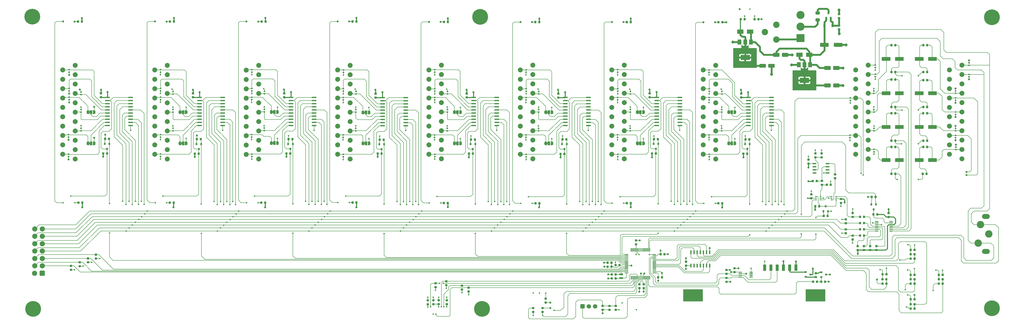
<source format=gbr>
G04 #@! TF.GenerationSoftware,KiCad,Pcbnew,5.1.6-c6e7f7d~87~ubuntu18.04.1*
G04 #@! TF.CreationDate,2020-10-17T10:37:56+01:00*
G04 #@! TF.ProjectId,ossw,6f737377-2e6b-4696-9361-645f70636258,1.1*
G04 #@! TF.SameCoordinates,Original*
G04 #@! TF.FileFunction,Copper,L4,Bot*
G04 #@! TF.FilePolarity,Positive*
%FSLAX46Y46*%
G04 Gerber Fmt 4.6, Leading zero omitted, Abs format (unit mm)*
G04 Created by KiCad (PCBNEW 5.1.6-c6e7f7d~87~ubuntu18.04.1) date 2020-10-17 10:37:56*
%MOMM*%
%LPD*%
G01*
G04 APERTURE LIST*
G04 #@! TA.AperFunction,SMDPad,CuDef*
%ADD10R,1.000000X1.500000*%
G04 #@! TD*
G04 #@! TA.AperFunction,SMDPad,CuDef*
%ADD11C,0.100000*%
G04 #@! TD*
G04 #@! TA.AperFunction,WasherPad*
%ADD12O,3.200000X2.000000*%
G04 #@! TD*
G04 #@! TA.AperFunction,ComponentPad*
%ADD13C,3.000000*%
G04 #@! TD*
G04 #@! TA.AperFunction,SMDPad,CuDef*
%ADD14R,1.200000X2.500000*%
G04 #@! TD*
G04 #@! TA.AperFunction,ComponentPad*
%ADD15C,2.100000*%
G04 #@! TD*
G04 #@! TA.AperFunction,SMDPad,CuDef*
%ADD16R,8.000000X5.000000*%
G04 #@! TD*
G04 #@! TA.AperFunction,SMDPad,CuDef*
%ADD17R,0.800000X0.900000*%
G04 #@! TD*
G04 #@! TA.AperFunction,SMDPad,CuDef*
%ADD18R,0.650000X0.400000*%
G04 #@! TD*
G04 #@! TA.AperFunction,SMDPad,CuDef*
%ADD19R,1.550000X0.600000*%
G04 #@! TD*
G04 #@! TA.AperFunction,ComponentPad*
%ADD20C,0.800000*%
G04 #@! TD*
G04 #@! TA.AperFunction,ComponentPad*
%ADD21C,6.400000*%
G04 #@! TD*
G04 #@! TA.AperFunction,SMDPad,CuDef*
%ADD22R,1.950000X0.600000*%
G04 #@! TD*
G04 #@! TA.AperFunction,ComponentPad*
%ADD23C,1.998980*%
G04 #@! TD*
G04 #@! TA.AperFunction,SMDPad,CuDef*
%ADD24R,1.450000X0.450000*%
G04 #@! TD*
G04 #@! TA.AperFunction,ComponentPad*
%ADD25R,3.300000X3.300000*%
G04 #@! TD*
G04 #@! TA.AperFunction,ComponentPad*
%ADD26C,3.300000*%
G04 #@! TD*
G04 #@! TA.AperFunction,SMDPad,CuDef*
%ADD27R,0.900000X0.800000*%
G04 #@! TD*
G04 #@! TA.AperFunction,SMDPad,CuDef*
%ADD28R,0.900000X1.200000*%
G04 #@! TD*
G04 #@! TA.AperFunction,ComponentPad*
%ADD29C,1.800000*%
G04 #@! TD*
G04 #@! TA.AperFunction,SMDPad,CuDef*
%ADD30R,0.600000X1.500000*%
G04 #@! TD*
G04 #@! TA.AperFunction,SMDPad,CuDef*
%ADD31R,3.800000X2.000000*%
G04 #@! TD*
G04 #@! TA.AperFunction,SMDPad,CuDef*
%ADD32R,1.500000X2.000000*%
G04 #@! TD*
G04 #@! TA.AperFunction,SMDPad,CuDef*
%ADD33R,1.500000X0.800000*%
G04 #@! TD*
G04 #@! TA.AperFunction,ComponentPad*
%ADD34C,2.600000*%
G04 #@! TD*
G04 #@! TA.AperFunction,SMDPad,CuDef*
%ADD35R,2.500000X1.800000*%
G04 #@! TD*
G04 #@! TA.AperFunction,ViaPad*
%ADD36C,0.600000*%
G04 #@! TD*
G04 #@! TA.AperFunction,ViaPad*
%ADD37C,0.800000*%
G04 #@! TD*
G04 #@! TA.AperFunction,ViaPad*
%ADD38C,1.200000*%
G04 #@! TD*
G04 #@! TA.AperFunction,Conductor*
%ADD39C,0.200000*%
G04 #@! TD*
G04 #@! TA.AperFunction,Conductor*
%ADD40C,0.400000*%
G04 #@! TD*
G04 #@! TA.AperFunction,Conductor*
%ADD41C,0.800000*%
G04 #@! TD*
G04 #@! TA.AperFunction,Conductor*
%ADD42C,0.250000*%
G04 #@! TD*
G04 APERTURE END LIST*
D10*
X128066800Y-186232800D03*
G04 #@! TA.AperFunction,SMDPad,CuDef*
D11*
G36*
X129366800Y-185483402D02*
G01*
X129391334Y-185483402D01*
X129440165Y-185488212D01*
X129488290Y-185497784D01*
X129535245Y-185512028D01*
X129580578Y-185530805D01*
X129623851Y-185553936D01*
X129664650Y-185581196D01*
X129702579Y-185612324D01*
X129737276Y-185647021D01*
X129768404Y-185684950D01*
X129795664Y-185725749D01*
X129818795Y-185769022D01*
X129837572Y-185814355D01*
X129851816Y-185861310D01*
X129861388Y-185909435D01*
X129866198Y-185958266D01*
X129866198Y-185982800D01*
X129866800Y-185982800D01*
X129866800Y-186482800D01*
X129866198Y-186482800D01*
X129866198Y-186507334D01*
X129861388Y-186556165D01*
X129851816Y-186604290D01*
X129837572Y-186651245D01*
X129818795Y-186696578D01*
X129795664Y-186739851D01*
X129768404Y-186780650D01*
X129737276Y-186818579D01*
X129702579Y-186853276D01*
X129664650Y-186884404D01*
X129623851Y-186911664D01*
X129580578Y-186934795D01*
X129535245Y-186953572D01*
X129488290Y-186967816D01*
X129440165Y-186977388D01*
X129391334Y-186982198D01*
X129366800Y-186982198D01*
X129366800Y-186982800D01*
X128816800Y-186982800D01*
X128816800Y-185482800D01*
X129366800Y-185482800D01*
X129366800Y-185483402D01*
G37*
G04 #@! TD.AperFunction*
G04 #@! TA.AperFunction,SMDPad,CuDef*
G36*
X127316800Y-185932800D02*
G01*
X127666800Y-185932800D01*
X127666800Y-186532800D01*
X127316800Y-186532800D01*
X127316800Y-186982800D01*
X126766800Y-186982800D01*
X126766800Y-186982198D01*
X126742266Y-186982198D01*
X126693435Y-186977388D01*
X126645310Y-186967816D01*
X126598355Y-186953572D01*
X126553022Y-186934795D01*
X126509749Y-186911664D01*
X126468950Y-186884404D01*
X126431021Y-186853276D01*
X126396324Y-186818579D01*
X126365196Y-186780650D01*
X126337936Y-186739851D01*
X126314805Y-186696578D01*
X126296028Y-186651245D01*
X126281784Y-186604290D01*
X126272212Y-186556165D01*
X126267402Y-186507334D01*
X126267402Y-186482800D01*
X126266800Y-186482800D01*
X126266800Y-185982800D01*
X126267402Y-185982800D01*
X126267402Y-185958266D01*
X126272212Y-185909435D01*
X126281784Y-185861310D01*
X126296028Y-185814355D01*
X126314805Y-185769022D01*
X126337936Y-185725749D01*
X126365196Y-185684950D01*
X126396324Y-185647021D01*
X126431021Y-185612324D01*
X126468950Y-185581196D01*
X126509749Y-185553936D01*
X126553022Y-185530805D01*
X126598355Y-185512028D01*
X126645310Y-185497784D01*
X126693435Y-185488212D01*
X126742266Y-185483402D01*
X126766800Y-185483402D01*
X126766800Y-185482800D01*
X127316800Y-185482800D01*
X127316800Y-185932800D01*
G37*
G04 #@! TD.AperFunction*
D12*
X491845200Y-215972000D03*
X491845200Y-230172000D03*
D13*
X492995200Y-223072000D03*
X489645200Y-219322000D03*
X488645200Y-226822000D03*
D14*
X414629600Y-236778800D03*
X412089600Y-236778800D03*
X409549600Y-236778800D03*
X407009600Y-236778800D03*
X404469600Y-236778800D03*
X401929600Y-236778800D03*
G04 #@! TA.AperFunction,ComponentPad*
G36*
G01*
X109304800Y-238214300D02*
X109304800Y-239915300D01*
G75*
G02*
X109105300Y-240114800I-199500J0D01*
G01*
X107404300Y-240114800D01*
G75*
G02*
X107204800Y-239915300I0J199500D01*
G01*
X107204800Y-238214300D01*
G75*
G02*
X107404300Y-238014800I199500J0D01*
G01*
X109105300Y-238014800D01*
G75*
G02*
X109304800Y-238214300I0J-199500D01*
G01*
G37*
G04 #@! TD.AperFunction*
D15*
X108254800Y-236064800D03*
X108254800Y-233064800D03*
X108254800Y-230064800D03*
X108254800Y-227064800D03*
X108254800Y-224064800D03*
X108254800Y-221064800D03*
X105154800Y-239064800D03*
X105254800Y-236064800D03*
X105254800Y-233064800D03*
X105254800Y-230064800D03*
X105254800Y-227064800D03*
X105254800Y-224064800D03*
X105254800Y-221064800D03*
G04 #@! TA.AperFunction,SMDPad,CuDef*
G36*
G01*
X272950650Y-250525700D02*
X272438150Y-250525700D01*
G75*
G02*
X272219400Y-250306950I0J218750D01*
G01*
X272219400Y-249869450D01*
G75*
G02*
X272438150Y-249650700I218750J0D01*
G01*
X272950650Y-249650700D01*
G75*
G02*
X273169400Y-249869450I0J-218750D01*
G01*
X273169400Y-250306950D01*
G75*
G02*
X272950650Y-250525700I-218750J0D01*
G01*
G37*
G04 #@! TD.AperFunction*
G04 #@! TA.AperFunction,SMDPad,CuDef*
G36*
G01*
X272950650Y-252100700D02*
X272438150Y-252100700D01*
G75*
G02*
X272219400Y-251881950I0J218750D01*
G01*
X272219400Y-251444450D01*
G75*
G02*
X272438150Y-251225700I218750J0D01*
G01*
X272950650Y-251225700D01*
G75*
G02*
X273169400Y-251444450I0J-218750D01*
G01*
X273169400Y-251881950D01*
G75*
G02*
X272950650Y-252100700I-218750J0D01*
G01*
G37*
G04 #@! TD.AperFunction*
G04 #@! TA.AperFunction,SMDPad,CuDef*
G36*
G01*
X265229050Y-250551200D02*
X264716550Y-250551200D01*
G75*
G02*
X264497800Y-250332450I0J218750D01*
G01*
X264497800Y-249894950D01*
G75*
G02*
X264716550Y-249676200I218750J0D01*
G01*
X265229050Y-249676200D01*
G75*
G02*
X265447800Y-249894950I0J-218750D01*
G01*
X265447800Y-250332450D01*
G75*
G02*
X265229050Y-250551200I-218750J0D01*
G01*
G37*
G04 #@! TD.AperFunction*
G04 #@! TA.AperFunction,SMDPad,CuDef*
G36*
G01*
X265229050Y-252126200D02*
X264716550Y-252126200D01*
G75*
G02*
X264497800Y-251907450I0J218750D01*
G01*
X264497800Y-251469950D01*
G75*
G02*
X264716550Y-251251200I218750J0D01*
G01*
X265229050Y-251251200D01*
G75*
G02*
X265447800Y-251469950I0J-218750D01*
G01*
X265447800Y-251907450D01*
G75*
G02*
X265229050Y-252126200I-218750J0D01*
G01*
G37*
G04 #@! TD.AperFunction*
G04 #@! TA.AperFunction,SMDPad,CuDef*
G36*
G01*
X278584950Y-245256800D02*
X279097450Y-245256800D01*
G75*
G02*
X279316200Y-245475550I0J-218750D01*
G01*
X279316200Y-245913050D01*
G75*
G02*
X279097450Y-246131800I-218750J0D01*
G01*
X278584950Y-246131800D01*
G75*
G02*
X278366200Y-245913050I0J218750D01*
G01*
X278366200Y-245475550D01*
G75*
G02*
X278584950Y-245256800I218750J0D01*
G01*
G37*
G04 #@! TD.AperFunction*
G04 #@! TA.AperFunction,SMDPad,CuDef*
G36*
G01*
X278584950Y-243681800D02*
X279097450Y-243681800D01*
G75*
G02*
X279316200Y-243900550I0J-218750D01*
G01*
X279316200Y-244338050D01*
G75*
G02*
X279097450Y-244556800I-218750J0D01*
G01*
X278584950Y-244556800D01*
G75*
G02*
X278366200Y-244338050I0J218750D01*
G01*
X278366200Y-243900550D01*
G75*
G02*
X278584950Y-243681800I218750J0D01*
G01*
G37*
G04 #@! TD.AperFunction*
G04 #@! TA.AperFunction,SMDPad,CuDef*
G36*
G01*
X272234950Y-243478800D02*
X272747450Y-243478800D01*
G75*
G02*
X272966200Y-243697550I0J-218750D01*
G01*
X272966200Y-244135050D01*
G75*
G02*
X272747450Y-244353800I-218750J0D01*
G01*
X272234950Y-244353800D01*
G75*
G02*
X272016200Y-244135050I0J218750D01*
G01*
X272016200Y-243697550D01*
G75*
G02*
X272234950Y-243478800I218750J0D01*
G01*
G37*
G04 #@! TD.AperFunction*
G04 #@! TA.AperFunction,SMDPad,CuDef*
G36*
G01*
X272234950Y-241903800D02*
X272747450Y-241903800D01*
G75*
G02*
X272966200Y-242122550I0J-218750D01*
G01*
X272966200Y-242560050D01*
G75*
G02*
X272747450Y-242778800I-218750J0D01*
G01*
X272234950Y-242778800D01*
G75*
G02*
X272016200Y-242560050I0J218750D01*
G01*
X272016200Y-242122550D01*
G75*
G02*
X272234950Y-241903800I218750J0D01*
G01*
G37*
G04 #@! TD.AperFunction*
G04 #@! TA.AperFunction,SMDPad,CuDef*
G36*
G01*
X281277350Y-246069600D02*
X281789850Y-246069600D01*
G75*
G02*
X282008600Y-246288350I0J-218750D01*
G01*
X282008600Y-246725850D01*
G75*
G02*
X281789850Y-246944600I-218750J0D01*
G01*
X281277350Y-246944600D01*
G75*
G02*
X281058600Y-246725850I0J218750D01*
G01*
X281058600Y-246288350D01*
G75*
G02*
X281277350Y-246069600I218750J0D01*
G01*
G37*
G04 #@! TD.AperFunction*
G04 #@! TA.AperFunction,SMDPad,CuDef*
G36*
G01*
X281277350Y-244494600D02*
X281789850Y-244494600D01*
G75*
G02*
X282008600Y-244713350I0J-218750D01*
G01*
X282008600Y-245150850D01*
G75*
G02*
X281789850Y-245369600I-218750J0D01*
G01*
X281277350Y-245369600D01*
G75*
G02*
X281058600Y-245150850I0J218750D01*
G01*
X281058600Y-244713350D01*
G75*
G02*
X281277350Y-244494600I218750J0D01*
G01*
G37*
G04 #@! TD.AperFunction*
G04 #@! TA.AperFunction,SMDPad,CuDef*
G36*
G01*
X267866150Y-244291600D02*
X268378650Y-244291600D01*
G75*
G02*
X268597400Y-244510350I0J-218750D01*
G01*
X268597400Y-244947850D01*
G75*
G02*
X268378650Y-245166600I-218750J0D01*
G01*
X267866150Y-245166600D01*
G75*
G02*
X267647400Y-244947850I0J218750D01*
G01*
X267647400Y-244510350D01*
G75*
G02*
X267866150Y-244291600I218750J0D01*
G01*
G37*
G04 #@! TD.AperFunction*
G04 #@! TA.AperFunction,SMDPad,CuDef*
G36*
G01*
X267866150Y-242716600D02*
X268378650Y-242716600D01*
G75*
G02*
X268597400Y-242935350I0J-218750D01*
G01*
X268597400Y-243372850D01*
G75*
G02*
X268378650Y-243591600I-218750J0D01*
G01*
X267866150Y-243591600D01*
G75*
G02*
X267647400Y-243372850I0J218750D01*
G01*
X267647400Y-242935350D01*
G75*
G02*
X267866150Y-242716600I218750J0D01*
G01*
G37*
G04 #@! TD.AperFunction*
G04 #@! TA.AperFunction,SMDPad,CuDef*
G36*
G01*
X130304250Y-231958400D02*
X129791750Y-231958400D01*
G75*
G02*
X129573000Y-231739650I0J218750D01*
G01*
X129573000Y-231302150D01*
G75*
G02*
X129791750Y-231083400I218750J0D01*
G01*
X130304250Y-231083400D01*
G75*
G02*
X130523000Y-231302150I0J-218750D01*
G01*
X130523000Y-231739650D01*
G75*
G02*
X130304250Y-231958400I-218750J0D01*
G01*
G37*
G04 #@! TD.AperFunction*
G04 #@! TA.AperFunction,SMDPad,CuDef*
G36*
G01*
X130304250Y-233533400D02*
X129791750Y-233533400D01*
G75*
G02*
X129573000Y-233314650I0J218750D01*
G01*
X129573000Y-232877150D01*
G75*
G02*
X129791750Y-232658400I218750J0D01*
G01*
X130304250Y-232658400D01*
G75*
G02*
X130523000Y-232877150I0J-218750D01*
G01*
X130523000Y-233314650D01*
G75*
G02*
X130304250Y-233533400I-218750J0D01*
G01*
G37*
G04 #@! TD.AperFunction*
G04 #@! TA.AperFunction,SMDPad,CuDef*
G36*
G01*
X127103850Y-233482400D02*
X126591350Y-233482400D01*
G75*
G02*
X126372600Y-233263650I0J218750D01*
G01*
X126372600Y-232826150D01*
G75*
G02*
X126591350Y-232607400I218750J0D01*
G01*
X127103850Y-232607400D01*
G75*
G02*
X127322600Y-232826150I0J-218750D01*
G01*
X127322600Y-233263650D01*
G75*
G02*
X127103850Y-233482400I-218750J0D01*
G01*
G37*
G04 #@! TD.AperFunction*
G04 #@! TA.AperFunction,SMDPad,CuDef*
G36*
G01*
X127103850Y-235057400D02*
X126591350Y-235057400D01*
G75*
G02*
X126372600Y-234838650I0J218750D01*
G01*
X126372600Y-234401150D01*
G75*
G02*
X126591350Y-234182400I218750J0D01*
G01*
X127103850Y-234182400D01*
G75*
G02*
X127322600Y-234401150I0J-218750D01*
G01*
X127322600Y-234838650D01*
G75*
G02*
X127103850Y-235057400I-218750J0D01*
G01*
G37*
G04 #@! TD.AperFunction*
G04 #@! TA.AperFunction,SMDPad,CuDef*
G36*
G01*
X123751050Y-235057200D02*
X123238550Y-235057200D01*
G75*
G02*
X123019800Y-234838450I0J218750D01*
G01*
X123019800Y-234400950D01*
G75*
G02*
X123238550Y-234182200I218750J0D01*
G01*
X123751050Y-234182200D01*
G75*
G02*
X123969800Y-234400950I0J-218750D01*
G01*
X123969800Y-234838450D01*
G75*
G02*
X123751050Y-235057200I-218750J0D01*
G01*
G37*
G04 #@! TD.AperFunction*
G04 #@! TA.AperFunction,SMDPad,CuDef*
G36*
G01*
X123751050Y-236632200D02*
X123238550Y-236632200D01*
G75*
G02*
X123019800Y-236413450I0J218750D01*
G01*
X123019800Y-235975950D01*
G75*
G02*
X123238550Y-235757200I218750J0D01*
G01*
X123751050Y-235757200D01*
G75*
G02*
X123969800Y-235975950I0J-218750D01*
G01*
X123969800Y-236413450D01*
G75*
G02*
X123751050Y-236632200I-218750J0D01*
G01*
G37*
G04 #@! TD.AperFunction*
G04 #@! TA.AperFunction,SMDPad,CuDef*
G36*
G01*
X120195050Y-236530400D02*
X119682550Y-236530400D01*
G75*
G02*
X119463800Y-236311650I0J218750D01*
G01*
X119463800Y-235874150D01*
G75*
G02*
X119682550Y-235655400I218750J0D01*
G01*
X120195050Y-235655400D01*
G75*
G02*
X120413800Y-235874150I0J-218750D01*
G01*
X120413800Y-236311650D01*
G75*
G02*
X120195050Y-236530400I-218750J0D01*
G01*
G37*
G04 #@! TD.AperFunction*
G04 #@! TA.AperFunction,SMDPad,CuDef*
G36*
G01*
X120195050Y-238105400D02*
X119682550Y-238105400D01*
G75*
G02*
X119463800Y-237886650I0J218750D01*
G01*
X119463800Y-237449150D01*
G75*
G02*
X119682550Y-237230400I218750J0D01*
G01*
X120195050Y-237230400D01*
G75*
G02*
X120413800Y-237449150I0J-218750D01*
G01*
X120413800Y-237886650D01*
G75*
G02*
X120195050Y-238105400I-218750J0D01*
G01*
G37*
G04 #@! TD.AperFunction*
G04 #@! TA.AperFunction,SMDPad,CuDef*
G36*
G01*
X267002550Y-251225700D02*
X267515050Y-251225700D01*
G75*
G02*
X267733800Y-251444450I0J-218750D01*
G01*
X267733800Y-251881950D01*
G75*
G02*
X267515050Y-252100700I-218750J0D01*
G01*
X267002550Y-252100700D01*
G75*
G02*
X266783800Y-251881950I0J218750D01*
G01*
X266783800Y-251444450D01*
G75*
G02*
X267002550Y-251225700I218750J0D01*
G01*
G37*
G04 #@! TD.AperFunction*
G04 #@! TA.AperFunction,SMDPad,CuDef*
G36*
G01*
X267002550Y-249650700D02*
X267515050Y-249650700D01*
G75*
G02*
X267733800Y-249869450I0J-218750D01*
G01*
X267733800Y-250306950D01*
G75*
G02*
X267515050Y-250525700I-218750J0D01*
G01*
X267002550Y-250525700D01*
G75*
G02*
X266783800Y-250306950I0J218750D01*
G01*
X266783800Y-249869450D01*
G75*
G02*
X267002550Y-249650700I218750J0D01*
G01*
G37*
G04 #@! TD.AperFunction*
G04 #@! TA.AperFunction,SMDPad,CuDef*
G36*
G01*
X269136150Y-251200400D02*
X269648650Y-251200400D01*
G75*
G02*
X269867400Y-251419150I0J-218750D01*
G01*
X269867400Y-251856650D01*
G75*
G02*
X269648650Y-252075400I-218750J0D01*
G01*
X269136150Y-252075400D01*
G75*
G02*
X268917400Y-251856650I0J218750D01*
G01*
X268917400Y-251419150D01*
G75*
G02*
X269136150Y-251200400I218750J0D01*
G01*
G37*
G04 #@! TD.AperFunction*
G04 #@! TA.AperFunction,SMDPad,CuDef*
G36*
G01*
X269136150Y-249625400D02*
X269648650Y-249625400D01*
G75*
G02*
X269867400Y-249844150I0J-218750D01*
G01*
X269867400Y-250281650D01*
G75*
G02*
X269648650Y-250500400I-218750J0D01*
G01*
X269136150Y-250500400D01*
G75*
G02*
X268917400Y-250281650I0J218750D01*
G01*
X268917400Y-249844150D01*
G75*
G02*
X269136150Y-249625400I218750J0D01*
G01*
G37*
G04 #@! TD.AperFunction*
D16*
X372745000Y-248081800D03*
X422529000Y-248081800D03*
G04 #@! TA.AperFunction,SMDPad,CuDef*
G36*
G01*
X427044600Y-216029250D02*
X427044600Y-215516750D01*
G75*
G02*
X427263350Y-215298000I218750J0D01*
G01*
X427700850Y-215298000D01*
G75*
G02*
X427919600Y-215516750I0J-218750D01*
G01*
X427919600Y-216029250D01*
G75*
G02*
X427700850Y-216248000I-218750J0D01*
G01*
X427263350Y-216248000D01*
G75*
G02*
X427044600Y-216029250I0J218750D01*
G01*
G37*
G04 #@! TD.AperFunction*
G04 #@! TA.AperFunction,SMDPad,CuDef*
G36*
G01*
X425469600Y-216029250D02*
X425469600Y-215516750D01*
G75*
G02*
X425688350Y-215298000I218750J0D01*
G01*
X426125850Y-215298000D01*
G75*
G02*
X426344600Y-215516750I0J-218750D01*
G01*
X426344600Y-216029250D01*
G75*
G02*
X426125850Y-216248000I-218750J0D01*
G01*
X425688350Y-216248000D01*
G75*
G02*
X425469600Y-216029250I0J218750D01*
G01*
G37*
G04 #@! TD.AperFunction*
G04 #@! TA.AperFunction,SMDPad,CuDef*
G36*
G01*
X422915600Y-211579750D02*
X422915600Y-212092250D01*
G75*
G02*
X422696850Y-212311000I-218750J0D01*
G01*
X422259350Y-212311000D01*
G75*
G02*
X422040600Y-212092250I0J218750D01*
G01*
X422040600Y-211579750D01*
G75*
G02*
X422259350Y-211361000I218750J0D01*
G01*
X422696850Y-211361000D01*
G75*
G02*
X422915600Y-211579750I0J-218750D01*
G01*
G37*
G04 #@! TD.AperFunction*
G04 #@! TA.AperFunction,SMDPad,CuDef*
G36*
G01*
X424490600Y-211579750D02*
X424490600Y-212092250D01*
G75*
G02*
X424271850Y-212311000I-218750J0D01*
G01*
X423834350Y-212311000D01*
G75*
G02*
X423615600Y-212092250I0J218750D01*
G01*
X423615600Y-211579750D01*
G75*
G02*
X423834350Y-211361000I218750J0D01*
G01*
X424271850Y-211361000D01*
G75*
G02*
X424490600Y-211579750I0J-218750D01*
G01*
G37*
G04 #@! TD.AperFunction*
D17*
X426694600Y-211852000D03*
X425744600Y-213852000D03*
X427644600Y-213852000D03*
D18*
X430946600Y-209184000D03*
X430946600Y-207884000D03*
X429046600Y-208534000D03*
X430946600Y-208534000D03*
X429046600Y-207884000D03*
X429046600Y-209184000D03*
D19*
X422089600Y-194437000D03*
X422089600Y-195707000D03*
X422089600Y-196977000D03*
X422089600Y-198247000D03*
X427489600Y-198247000D03*
X427489600Y-196977000D03*
X427489600Y-195707000D03*
X427489600Y-194437000D03*
D18*
X422696600Y-207884000D03*
X422696600Y-209184000D03*
X424596600Y-208534000D03*
X422696600Y-208534000D03*
X424596600Y-209184000D03*
X424596600Y-207884000D03*
G04 #@! TA.AperFunction,SMDPad,CuDef*
G36*
G01*
X430248350Y-199994000D02*
X430760850Y-199994000D01*
G75*
G02*
X430979600Y-200212750I0J-218750D01*
G01*
X430979600Y-200650250D01*
G75*
G02*
X430760850Y-200869000I-218750J0D01*
G01*
X430248350Y-200869000D01*
G75*
G02*
X430029600Y-200650250I0J218750D01*
G01*
X430029600Y-200212750D01*
G75*
G02*
X430248350Y-199994000I218750J0D01*
G01*
G37*
G04 #@! TD.AperFunction*
G04 #@! TA.AperFunction,SMDPad,CuDef*
G36*
G01*
X430248350Y-198419000D02*
X430760850Y-198419000D01*
G75*
G02*
X430979600Y-198637750I0J-218750D01*
G01*
X430979600Y-199075250D01*
G75*
G02*
X430760850Y-199294000I-218750J0D01*
G01*
X430248350Y-199294000D01*
G75*
G02*
X430029600Y-199075250I0J218750D01*
G01*
X430029600Y-198637750D01*
G75*
G02*
X430248350Y-198419000I218750J0D01*
G01*
G37*
G04 #@! TD.AperFunction*
G04 #@! TA.AperFunction,SMDPad,CuDef*
G36*
G01*
X422759850Y-190785000D02*
X422247350Y-190785000D01*
G75*
G02*
X422028600Y-190566250I0J218750D01*
G01*
X422028600Y-190128750D01*
G75*
G02*
X422247350Y-189910000I218750J0D01*
G01*
X422759850Y-189910000D01*
G75*
G02*
X422978600Y-190128750I0J-218750D01*
G01*
X422978600Y-190566250D01*
G75*
G02*
X422759850Y-190785000I-218750J0D01*
G01*
G37*
G04 #@! TD.AperFunction*
G04 #@! TA.AperFunction,SMDPad,CuDef*
G36*
G01*
X422759850Y-192360000D02*
X422247350Y-192360000D01*
G75*
G02*
X422028600Y-192141250I0J218750D01*
G01*
X422028600Y-191703750D01*
G75*
G02*
X422247350Y-191485000I218750J0D01*
G01*
X422759850Y-191485000D01*
G75*
G02*
X422978600Y-191703750I0J-218750D01*
G01*
X422978600Y-192141250D01*
G75*
G02*
X422759850Y-192360000I-218750J0D01*
G01*
G37*
G04 #@! TD.AperFunction*
G04 #@! TA.AperFunction,SMDPad,CuDef*
G36*
G01*
X422599600Y-201805250D02*
X422599600Y-201292750D01*
G75*
G02*
X422818350Y-201074000I218750J0D01*
G01*
X423255850Y-201074000D01*
G75*
G02*
X423474600Y-201292750I0J-218750D01*
G01*
X423474600Y-201805250D01*
G75*
G02*
X423255850Y-202024000I-218750J0D01*
G01*
X422818350Y-202024000D01*
G75*
G02*
X422599600Y-201805250I0J218750D01*
G01*
G37*
G04 #@! TD.AperFunction*
G04 #@! TA.AperFunction,SMDPad,CuDef*
G36*
G01*
X421024600Y-201805250D02*
X421024600Y-201292750D01*
G75*
G02*
X421243350Y-201074000I218750J0D01*
G01*
X421680850Y-201074000D01*
G75*
G02*
X421899600Y-201292750I0J-218750D01*
G01*
X421899600Y-201805250D01*
G75*
G02*
X421680850Y-202024000I-218750J0D01*
G01*
X421243350Y-202024000D01*
G75*
G02*
X421024600Y-201805250I0J218750D01*
G01*
G37*
G04 #@! TD.AperFunction*
G04 #@! TA.AperFunction,SMDPad,CuDef*
G36*
G01*
X428314600Y-203329250D02*
X428314600Y-202816750D01*
G75*
G02*
X428533350Y-202598000I218750J0D01*
G01*
X428970850Y-202598000D01*
G75*
G02*
X429189600Y-202816750I0J-218750D01*
G01*
X429189600Y-203329250D01*
G75*
G02*
X428970850Y-203548000I-218750J0D01*
G01*
X428533350Y-203548000D01*
G75*
G02*
X428314600Y-203329250I0J218750D01*
G01*
G37*
G04 #@! TD.AperFunction*
G04 #@! TA.AperFunction,SMDPad,CuDef*
G36*
G01*
X426739600Y-203329250D02*
X426739600Y-202816750D01*
G75*
G02*
X426958350Y-202598000I218750J0D01*
G01*
X427395850Y-202598000D01*
G75*
G02*
X427614600Y-202816750I0J-218750D01*
G01*
X427614600Y-203329250D01*
G75*
G02*
X427395850Y-203548000I-218750J0D01*
G01*
X426958350Y-203548000D01*
G75*
G02*
X426739600Y-203329250I0J218750D01*
G01*
G37*
G04 #@! TD.AperFunction*
G04 #@! TA.AperFunction,SMDPad,CuDef*
G36*
G01*
X433173850Y-209327000D02*
X432661350Y-209327000D01*
G75*
G02*
X432442600Y-209108250I0J218750D01*
G01*
X432442600Y-208670750D01*
G75*
G02*
X432661350Y-208452000I218750J0D01*
G01*
X433173850Y-208452000D01*
G75*
G02*
X433392600Y-208670750I0J-218750D01*
G01*
X433392600Y-209108250D01*
G75*
G02*
X433173850Y-209327000I-218750J0D01*
G01*
G37*
G04 #@! TD.AperFunction*
G04 #@! TA.AperFunction,SMDPad,CuDef*
G36*
G01*
X433173850Y-210902000D02*
X432661350Y-210902000D01*
G75*
G02*
X432442600Y-210683250I0J218750D01*
G01*
X432442600Y-210245750D01*
G75*
G02*
X432661350Y-210027000I218750J0D01*
G01*
X433173850Y-210027000D01*
G75*
G02*
X433392600Y-210245750I0J-218750D01*
G01*
X433392600Y-210683250D01*
G75*
G02*
X433173850Y-210902000I-218750J0D01*
G01*
G37*
G04 #@! TD.AperFunction*
G04 #@! TA.AperFunction,SMDPad,CuDef*
G36*
G01*
X420596350Y-208122000D02*
X421108850Y-208122000D01*
G75*
G02*
X421327600Y-208340750I0J-218750D01*
G01*
X421327600Y-208778250D01*
G75*
G02*
X421108850Y-208997000I-218750J0D01*
G01*
X420596350Y-208997000D01*
G75*
G02*
X420377600Y-208778250I0J218750D01*
G01*
X420377600Y-208340750D01*
G75*
G02*
X420596350Y-208122000I218750J0D01*
G01*
G37*
G04 #@! TD.AperFunction*
G04 #@! TA.AperFunction,SMDPad,CuDef*
G36*
G01*
X420596350Y-206547000D02*
X421108850Y-206547000D01*
G75*
G02*
X421327600Y-206765750I0J-218750D01*
G01*
X421327600Y-207203250D01*
G75*
G02*
X421108850Y-207422000I-218750J0D01*
G01*
X420596350Y-207422000D01*
G75*
G02*
X420377600Y-207203250I0J218750D01*
G01*
X420377600Y-206765750D01*
G75*
G02*
X420596350Y-206547000I218750J0D01*
G01*
G37*
G04 #@! TD.AperFunction*
G04 #@! TA.AperFunction,SMDPad,CuDef*
G36*
G01*
X419453350Y-194025000D02*
X419965850Y-194025000D01*
G75*
G02*
X420184600Y-194243750I0J-218750D01*
G01*
X420184600Y-194681250D01*
G75*
G02*
X419965850Y-194900000I-218750J0D01*
G01*
X419453350Y-194900000D01*
G75*
G02*
X419234600Y-194681250I0J218750D01*
G01*
X419234600Y-194243750D01*
G75*
G02*
X419453350Y-194025000I218750J0D01*
G01*
G37*
G04 #@! TD.AperFunction*
G04 #@! TA.AperFunction,SMDPad,CuDef*
G36*
G01*
X419453350Y-192450000D02*
X419965850Y-192450000D01*
G75*
G02*
X420184600Y-192668750I0J-218750D01*
G01*
X420184600Y-193106250D01*
G75*
G02*
X419965850Y-193325000I-218750J0D01*
G01*
X419453350Y-193325000D01*
G75*
G02*
X419234600Y-193106250I0J218750D01*
G01*
X419234600Y-192668750D01*
G75*
G02*
X419453350Y-192450000I218750J0D01*
G01*
G37*
G04 #@! TD.AperFunction*
G04 #@! TA.AperFunction,SMDPad,CuDef*
G36*
G01*
X424787350Y-191485000D02*
X425299850Y-191485000D01*
G75*
G02*
X425518600Y-191703750I0J-218750D01*
G01*
X425518600Y-192141250D01*
G75*
G02*
X425299850Y-192360000I-218750J0D01*
G01*
X424787350Y-192360000D01*
G75*
G02*
X424568600Y-192141250I0J218750D01*
G01*
X424568600Y-191703750D01*
G75*
G02*
X424787350Y-191485000I218750J0D01*
G01*
G37*
G04 #@! TD.AperFunction*
G04 #@! TA.AperFunction,SMDPad,CuDef*
G36*
G01*
X424787350Y-189910000D02*
X425299850Y-189910000D01*
G75*
G02*
X425518600Y-190128750I0J-218750D01*
G01*
X425518600Y-190566250D01*
G75*
G02*
X425299850Y-190785000I-218750J0D01*
G01*
X424787350Y-190785000D01*
G75*
G02*
X424568600Y-190566250I0J218750D01*
G01*
X424568600Y-190128750D01*
G75*
G02*
X424787350Y-189910000I218750J0D01*
G01*
G37*
G04 #@! TD.AperFunction*
G04 #@! TA.AperFunction,SMDPad,CuDef*
G36*
G01*
X424914350Y-202661000D02*
X425426850Y-202661000D01*
G75*
G02*
X425645600Y-202879750I0J-218750D01*
G01*
X425645600Y-203317250D01*
G75*
G02*
X425426850Y-203536000I-218750J0D01*
G01*
X424914350Y-203536000D01*
G75*
G02*
X424695600Y-203317250I0J218750D01*
G01*
X424695600Y-202879750D01*
G75*
G02*
X424914350Y-202661000I218750J0D01*
G01*
G37*
G04 #@! TD.AperFunction*
G04 #@! TA.AperFunction,SMDPad,CuDef*
G36*
G01*
X424914350Y-201086000D02*
X425426850Y-201086000D01*
G75*
G02*
X425645600Y-201304750I0J-218750D01*
G01*
X425645600Y-201742250D01*
G75*
G02*
X425426850Y-201961000I-218750J0D01*
G01*
X424914350Y-201961000D01*
G75*
G02*
X424695600Y-201742250I0J218750D01*
G01*
X424695600Y-201304750D01*
G75*
G02*
X424914350Y-201086000I218750J0D01*
G01*
G37*
G04 #@! TD.AperFunction*
D20*
X288704656Y-251845744D03*
X287007600Y-251142800D03*
X285310544Y-251845744D03*
X284607600Y-253542800D03*
X285310544Y-255239856D03*
X287007600Y-255942800D03*
X288704656Y-255239856D03*
X289407600Y-253542800D03*
D21*
X287007600Y-253542800D03*
D22*
X395248400Y-167563800D03*
X395248400Y-168833800D03*
X395248400Y-170103800D03*
X395248400Y-171373800D03*
X395248400Y-172643800D03*
X395248400Y-173913800D03*
X395248400Y-175183800D03*
X395248400Y-176453800D03*
X395248400Y-177723800D03*
X395248400Y-178993800D03*
X404648400Y-178993800D03*
X404648400Y-177723800D03*
X404648400Y-176453800D03*
X404648400Y-175183800D03*
X404648400Y-173913800D03*
X404648400Y-172643800D03*
X404648400Y-171373800D03*
X404648400Y-170103800D03*
X404648400Y-168833800D03*
X404648400Y-167563800D03*
X358012000Y-167513000D03*
X358012000Y-168783000D03*
X358012000Y-170053000D03*
X358012000Y-171323000D03*
X358012000Y-172593000D03*
X358012000Y-173863000D03*
X358012000Y-175133000D03*
X358012000Y-176403000D03*
X358012000Y-177673000D03*
X358012000Y-178943000D03*
X367412000Y-178943000D03*
X367412000Y-177673000D03*
X367412000Y-176403000D03*
X367412000Y-175133000D03*
X367412000Y-173863000D03*
X367412000Y-172593000D03*
X367412000Y-171323000D03*
X367412000Y-170053000D03*
X367412000Y-168783000D03*
X367412000Y-167513000D03*
X320826400Y-167563800D03*
X320826400Y-168833800D03*
X320826400Y-170103800D03*
X320826400Y-171373800D03*
X320826400Y-172643800D03*
X320826400Y-173913800D03*
X320826400Y-175183800D03*
X320826400Y-176453800D03*
X320826400Y-177723800D03*
X320826400Y-178993800D03*
X330226400Y-178993800D03*
X330226400Y-177723800D03*
X330226400Y-176453800D03*
X330226400Y-175183800D03*
X330226400Y-173913800D03*
X330226400Y-172643800D03*
X330226400Y-171373800D03*
X330226400Y-170103800D03*
X330226400Y-168833800D03*
X330226400Y-167563800D03*
X283590000Y-167563800D03*
X283590000Y-168833800D03*
X283590000Y-170103800D03*
X283590000Y-171373800D03*
X283590000Y-172643800D03*
X283590000Y-173913800D03*
X283590000Y-175183800D03*
X283590000Y-176453800D03*
X283590000Y-177723800D03*
X283590000Y-178993800D03*
X292990000Y-178993800D03*
X292990000Y-177723800D03*
X292990000Y-176453800D03*
X292990000Y-175183800D03*
X292990000Y-173913800D03*
X292990000Y-172643800D03*
X292990000Y-171373800D03*
X292990000Y-170103800D03*
X292990000Y-168833800D03*
X292990000Y-167563800D03*
X246583200Y-167614600D03*
X246583200Y-168884600D03*
X246583200Y-170154600D03*
X246583200Y-171424600D03*
X246583200Y-172694600D03*
X246583200Y-173964600D03*
X246583200Y-175234600D03*
X246583200Y-176504600D03*
X246583200Y-177774600D03*
X246583200Y-179044600D03*
X255983200Y-179044600D03*
X255983200Y-177774600D03*
X255983200Y-176504600D03*
X255983200Y-175234600D03*
X255983200Y-173964600D03*
X255983200Y-172694600D03*
X255983200Y-171424600D03*
X255983200Y-170154600D03*
X255983200Y-168884600D03*
X255983200Y-167614600D03*
X209371200Y-167513000D03*
X209371200Y-168783000D03*
X209371200Y-170053000D03*
X209371200Y-171323000D03*
X209371200Y-172593000D03*
X209371200Y-173863000D03*
X209371200Y-175133000D03*
X209371200Y-176403000D03*
X209371200Y-177673000D03*
X209371200Y-178943000D03*
X218771200Y-178943000D03*
X218771200Y-177673000D03*
X218771200Y-176403000D03*
X218771200Y-175133000D03*
X218771200Y-173863000D03*
X218771200Y-172593000D03*
X218771200Y-171323000D03*
X218771200Y-170053000D03*
X218771200Y-168783000D03*
X218771200Y-167513000D03*
G04 #@! TA.AperFunction,SMDPad,CuDef*
G36*
G01*
X383494800Y-210360550D02*
X383494800Y-210873050D01*
G75*
G02*
X383276050Y-211091800I-218750J0D01*
G01*
X382838550Y-211091800D01*
G75*
G02*
X382619800Y-210873050I0J218750D01*
G01*
X382619800Y-210360550D01*
G75*
G02*
X382838550Y-210141800I218750J0D01*
G01*
X383276050Y-210141800D01*
G75*
G02*
X383494800Y-210360550I0J-218750D01*
G01*
G37*
G04 #@! TD.AperFunction*
G04 #@! TA.AperFunction,SMDPad,CuDef*
G36*
G01*
X385069800Y-210360550D02*
X385069800Y-210873050D01*
G75*
G02*
X384851050Y-211091800I-218750J0D01*
G01*
X384413550Y-211091800D01*
G75*
G02*
X384194800Y-210873050I0J218750D01*
G01*
X384194800Y-210360550D01*
G75*
G02*
X384413550Y-210141800I218750J0D01*
G01*
X384851050Y-210141800D01*
G75*
G02*
X385069800Y-210360550I0J-218750D01*
G01*
G37*
G04 #@! TD.AperFunction*
G04 #@! TA.AperFunction,SMDPad,CuDef*
G36*
G01*
X383545600Y-136700550D02*
X383545600Y-137213050D01*
G75*
G02*
X383326850Y-137431800I-218750J0D01*
G01*
X382889350Y-137431800D01*
G75*
G02*
X382670600Y-137213050I0J218750D01*
G01*
X382670600Y-136700550D01*
G75*
G02*
X382889350Y-136481800I218750J0D01*
G01*
X383326850Y-136481800D01*
G75*
G02*
X383545600Y-136700550I0J-218750D01*
G01*
G37*
G04 #@! TD.AperFunction*
G04 #@! TA.AperFunction,SMDPad,CuDef*
G36*
G01*
X385120600Y-136700550D02*
X385120600Y-137213050D01*
G75*
G02*
X384901850Y-137431800I-218750J0D01*
G01*
X384464350Y-137431800D01*
G75*
G02*
X384245600Y-137213050I0J218750D01*
G01*
X384245600Y-136700550D01*
G75*
G02*
X384464350Y-136481800I218750J0D01*
G01*
X384901850Y-136481800D01*
G75*
G02*
X385120600Y-136700550I0J-218750D01*
G01*
G37*
G04 #@! TD.AperFunction*
G04 #@! TA.AperFunction,SMDPad,CuDef*
G36*
G01*
X346309200Y-210309750D02*
X346309200Y-210822250D01*
G75*
G02*
X346090450Y-211041000I-218750J0D01*
G01*
X345652950Y-211041000D01*
G75*
G02*
X345434200Y-210822250I0J218750D01*
G01*
X345434200Y-210309750D01*
G75*
G02*
X345652950Y-210091000I218750J0D01*
G01*
X346090450Y-210091000D01*
G75*
G02*
X346309200Y-210309750I0J-218750D01*
G01*
G37*
G04 #@! TD.AperFunction*
G04 #@! TA.AperFunction,SMDPad,CuDef*
G36*
G01*
X347884200Y-210309750D02*
X347884200Y-210822250D01*
G75*
G02*
X347665450Y-211041000I-218750J0D01*
G01*
X347227950Y-211041000D01*
G75*
G02*
X347009200Y-210822250I0J218750D01*
G01*
X347009200Y-210309750D01*
G75*
G02*
X347227950Y-210091000I218750J0D01*
G01*
X347665450Y-210091000D01*
G75*
G02*
X347884200Y-210309750I0J-218750D01*
G01*
G37*
G04 #@! TD.AperFunction*
G04 #@! TA.AperFunction,SMDPad,CuDef*
G36*
G01*
X346309200Y-136649750D02*
X346309200Y-137162250D01*
G75*
G02*
X346090450Y-137381000I-218750J0D01*
G01*
X345652950Y-137381000D01*
G75*
G02*
X345434200Y-137162250I0J218750D01*
G01*
X345434200Y-136649750D01*
G75*
G02*
X345652950Y-136431000I218750J0D01*
G01*
X346090450Y-136431000D01*
G75*
G02*
X346309200Y-136649750I0J-218750D01*
G01*
G37*
G04 #@! TD.AperFunction*
G04 #@! TA.AperFunction,SMDPad,CuDef*
G36*
G01*
X347884200Y-136649750D02*
X347884200Y-137162250D01*
G75*
G02*
X347665450Y-137381000I-218750J0D01*
G01*
X347227950Y-137381000D01*
G75*
G02*
X347009200Y-137162250I0J218750D01*
G01*
X347009200Y-136649750D01*
G75*
G02*
X347227950Y-136431000I218750J0D01*
G01*
X347665450Y-136431000D01*
G75*
G02*
X347884200Y-136649750I0J-218750D01*
G01*
G37*
G04 #@! TD.AperFunction*
G04 #@! TA.AperFunction,SMDPad,CuDef*
G36*
G01*
X309174400Y-210360550D02*
X309174400Y-210873050D01*
G75*
G02*
X308955650Y-211091800I-218750J0D01*
G01*
X308518150Y-211091800D01*
G75*
G02*
X308299400Y-210873050I0J218750D01*
G01*
X308299400Y-210360550D01*
G75*
G02*
X308518150Y-210141800I218750J0D01*
G01*
X308955650Y-210141800D01*
G75*
G02*
X309174400Y-210360550I0J-218750D01*
G01*
G37*
G04 #@! TD.AperFunction*
G04 #@! TA.AperFunction,SMDPad,CuDef*
G36*
G01*
X310749400Y-210360550D02*
X310749400Y-210873050D01*
G75*
G02*
X310530650Y-211091800I-218750J0D01*
G01*
X310093150Y-211091800D01*
G75*
G02*
X309874400Y-210873050I0J218750D01*
G01*
X309874400Y-210360550D01*
G75*
G02*
X310093150Y-210141800I218750J0D01*
G01*
X310530650Y-210141800D01*
G75*
G02*
X310749400Y-210360550I0J-218750D01*
G01*
G37*
G04 #@! TD.AperFunction*
G04 #@! TA.AperFunction,SMDPad,CuDef*
G36*
G01*
X309123600Y-136649750D02*
X309123600Y-137162250D01*
G75*
G02*
X308904850Y-137381000I-218750J0D01*
G01*
X308467350Y-137381000D01*
G75*
G02*
X308248600Y-137162250I0J218750D01*
G01*
X308248600Y-136649750D01*
G75*
G02*
X308467350Y-136431000I218750J0D01*
G01*
X308904850Y-136431000D01*
G75*
G02*
X309123600Y-136649750I0J-218750D01*
G01*
G37*
G04 #@! TD.AperFunction*
G04 #@! TA.AperFunction,SMDPad,CuDef*
G36*
G01*
X310698600Y-136649750D02*
X310698600Y-137162250D01*
G75*
G02*
X310479850Y-137381000I-218750J0D01*
G01*
X310042350Y-137381000D01*
G75*
G02*
X309823600Y-137162250I0J218750D01*
G01*
X309823600Y-136649750D01*
G75*
G02*
X310042350Y-136431000I218750J0D01*
G01*
X310479850Y-136431000D01*
G75*
G02*
X310698600Y-136649750I0J-218750D01*
G01*
G37*
G04 #@! TD.AperFunction*
G04 #@! TA.AperFunction,SMDPad,CuDef*
G36*
G01*
X271938000Y-210258950D02*
X271938000Y-210771450D01*
G75*
G02*
X271719250Y-210990200I-218750J0D01*
G01*
X271281750Y-210990200D01*
G75*
G02*
X271063000Y-210771450I0J218750D01*
G01*
X271063000Y-210258950D01*
G75*
G02*
X271281750Y-210040200I218750J0D01*
G01*
X271719250Y-210040200D01*
G75*
G02*
X271938000Y-210258950I0J-218750D01*
G01*
G37*
G04 #@! TD.AperFunction*
G04 #@! TA.AperFunction,SMDPad,CuDef*
G36*
G01*
X273513000Y-210258950D02*
X273513000Y-210771450D01*
G75*
G02*
X273294250Y-210990200I-218750J0D01*
G01*
X272856750Y-210990200D01*
G75*
G02*
X272638000Y-210771450I0J218750D01*
G01*
X272638000Y-210258950D01*
G75*
G02*
X272856750Y-210040200I218750J0D01*
G01*
X273294250Y-210040200D01*
G75*
G02*
X273513000Y-210258950I0J-218750D01*
G01*
G37*
G04 #@! TD.AperFunction*
G04 #@! TA.AperFunction,SMDPad,CuDef*
G36*
G01*
X271988800Y-136598950D02*
X271988800Y-137111450D01*
G75*
G02*
X271770050Y-137330200I-218750J0D01*
G01*
X271332550Y-137330200D01*
G75*
G02*
X271113800Y-137111450I0J218750D01*
G01*
X271113800Y-136598950D01*
G75*
G02*
X271332550Y-136380200I218750J0D01*
G01*
X271770050Y-136380200D01*
G75*
G02*
X271988800Y-136598950I0J-218750D01*
G01*
G37*
G04 #@! TD.AperFunction*
G04 #@! TA.AperFunction,SMDPad,CuDef*
G36*
G01*
X273563800Y-136598950D02*
X273563800Y-137111450D01*
G75*
G02*
X273345050Y-137330200I-218750J0D01*
G01*
X272907550Y-137330200D01*
G75*
G02*
X272688800Y-137111450I0J218750D01*
G01*
X272688800Y-136598950D01*
G75*
G02*
X272907550Y-136380200I218750J0D01*
G01*
X273345050Y-136380200D01*
G75*
G02*
X273563800Y-136598950I0J-218750D01*
G01*
G37*
G04 #@! TD.AperFunction*
G04 #@! TA.AperFunction,SMDPad,CuDef*
G36*
G01*
X234828500Y-210055750D02*
X234828500Y-210568250D01*
G75*
G02*
X234609750Y-210787000I-218750J0D01*
G01*
X234172250Y-210787000D01*
G75*
G02*
X233953500Y-210568250I0J218750D01*
G01*
X233953500Y-210055750D01*
G75*
G02*
X234172250Y-209837000I218750J0D01*
G01*
X234609750Y-209837000D01*
G75*
G02*
X234828500Y-210055750I0J-218750D01*
G01*
G37*
G04 #@! TD.AperFunction*
G04 #@! TA.AperFunction,SMDPad,CuDef*
G36*
G01*
X236403500Y-210055750D02*
X236403500Y-210568250D01*
G75*
G02*
X236184750Y-210787000I-218750J0D01*
G01*
X235747250Y-210787000D01*
G75*
G02*
X235528500Y-210568250I0J218750D01*
G01*
X235528500Y-210055750D01*
G75*
G02*
X235747250Y-209837000I218750J0D01*
G01*
X236184750Y-209837000D01*
G75*
G02*
X236403500Y-210055750I0J-218750D01*
G01*
G37*
G04 #@! TD.AperFunction*
G04 #@! TA.AperFunction,SMDPad,CuDef*
G36*
G01*
X234803200Y-136395750D02*
X234803200Y-136908250D01*
G75*
G02*
X234584450Y-137127000I-218750J0D01*
G01*
X234146950Y-137127000D01*
G75*
G02*
X233928200Y-136908250I0J218750D01*
G01*
X233928200Y-136395750D01*
G75*
G02*
X234146950Y-136177000I218750J0D01*
G01*
X234584450Y-136177000D01*
G75*
G02*
X234803200Y-136395750I0J-218750D01*
G01*
G37*
G04 #@! TD.AperFunction*
G04 #@! TA.AperFunction,SMDPad,CuDef*
G36*
G01*
X236378200Y-136395750D02*
X236378200Y-136908250D01*
G75*
G02*
X236159450Y-137127000I-218750J0D01*
G01*
X235721950Y-137127000D01*
G75*
G02*
X235503200Y-136908250I0J218750D01*
G01*
X235503200Y-136395750D01*
G75*
G02*
X235721950Y-136177000I218750J0D01*
G01*
X236159450Y-136177000D01*
G75*
G02*
X236378200Y-136395750I0J-218750D01*
G01*
G37*
G04 #@! TD.AperFunction*
G04 #@! TA.AperFunction,SMDPad,CuDef*
G36*
G01*
X197744500Y-210106550D02*
X197744500Y-210619050D01*
G75*
G02*
X197525750Y-210837800I-218750J0D01*
G01*
X197088250Y-210837800D01*
G75*
G02*
X196869500Y-210619050I0J218750D01*
G01*
X196869500Y-210106550D01*
G75*
G02*
X197088250Y-209887800I218750J0D01*
G01*
X197525750Y-209887800D01*
G75*
G02*
X197744500Y-210106550I0J-218750D01*
G01*
G37*
G04 #@! TD.AperFunction*
G04 #@! TA.AperFunction,SMDPad,CuDef*
G36*
G01*
X199319500Y-210106550D02*
X199319500Y-210619050D01*
G75*
G02*
X199100750Y-210837800I-218750J0D01*
G01*
X198663250Y-210837800D01*
G75*
G02*
X198444500Y-210619050I0J218750D01*
G01*
X198444500Y-210106550D01*
G75*
G02*
X198663250Y-209887800I218750J0D01*
G01*
X199100750Y-209887800D01*
G75*
G02*
X199319500Y-210106550I0J-218750D01*
G01*
G37*
G04 #@! TD.AperFunction*
G04 #@! TA.AperFunction,SMDPad,CuDef*
G36*
G01*
X197871600Y-136446550D02*
X197871600Y-136959050D01*
G75*
G02*
X197652850Y-137177800I-218750J0D01*
G01*
X197215350Y-137177800D01*
G75*
G02*
X196996600Y-136959050I0J218750D01*
G01*
X196996600Y-136446550D01*
G75*
G02*
X197215350Y-136227800I218750J0D01*
G01*
X197652850Y-136227800D01*
G75*
G02*
X197871600Y-136446550I0J-218750D01*
G01*
G37*
G04 #@! TD.AperFunction*
G04 #@! TA.AperFunction,SMDPad,CuDef*
G36*
G01*
X199446600Y-136446550D02*
X199446600Y-136959050D01*
G75*
G02*
X199227850Y-137177800I-218750J0D01*
G01*
X198790350Y-137177800D01*
G75*
G02*
X198571600Y-136959050I0J218750D01*
G01*
X198571600Y-136446550D01*
G75*
G02*
X198790350Y-136227800I218750J0D01*
G01*
X199227850Y-136227800D01*
G75*
G02*
X199446600Y-136446550I0J-218750D01*
G01*
G37*
G04 #@! TD.AperFunction*
G04 #@! TA.AperFunction,SMDPad,CuDef*
G36*
G01*
X394518400Y-184350950D02*
X394518400Y-184863450D01*
G75*
G02*
X394299650Y-185082200I-218750J0D01*
G01*
X393862150Y-185082200D01*
G75*
G02*
X393643400Y-184863450I0J218750D01*
G01*
X393643400Y-184350950D01*
G75*
G02*
X393862150Y-184132200I218750J0D01*
G01*
X394299650Y-184132200D01*
G75*
G02*
X394518400Y-184350950I0J-218750D01*
G01*
G37*
G04 #@! TD.AperFunction*
G04 #@! TA.AperFunction,SMDPad,CuDef*
G36*
G01*
X396093400Y-184350950D02*
X396093400Y-184863450D01*
G75*
G02*
X395874650Y-185082200I-218750J0D01*
G01*
X395437150Y-185082200D01*
G75*
G02*
X395218400Y-184863450I0J218750D01*
G01*
X395218400Y-184350950D01*
G75*
G02*
X395437150Y-184132200I218750J0D01*
G01*
X395874650Y-184132200D01*
G75*
G02*
X396093400Y-184350950I0J-218750D01*
G01*
G37*
G04 #@! TD.AperFunction*
G04 #@! TA.AperFunction,SMDPad,CuDef*
G36*
G01*
X357332800Y-184300150D02*
X357332800Y-184812650D01*
G75*
G02*
X357114050Y-185031400I-218750J0D01*
G01*
X356676550Y-185031400D01*
G75*
G02*
X356457800Y-184812650I0J218750D01*
G01*
X356457800Y-184300150D01*
G75*
G02*
X356676550Y-184081400I218750J0D01*
G01*
X357114050Y-184081400D01*
G75*
G02*
X357332800Y-184300150I0J-218750D01*
G01*
G37*
G04 #@! TD.AperFunction*
G04 #@! TA.AperFunction,SMDPad,CuDef*
G36*
G01*
X358907800Y-184300150D02*
X358907800Y-184812650D01*
G75*
G02*
X358689050Y-185031400I-218750J0D01*
G01*
X358251550Y-185031400D01*
G75*
G02*
X358032800Y-184812650I0J218750D01*
G01*
X358032800Y-184300150D01*
G75*
G02*
X358251550Y-184081400I218750J0D01*
G01*
X358689050Y-184081400D01*
G75*
G02*
X358907800Y-184300150I0J-218750D01*
G01*
G37*
G04 #@! TD.AperFunction*
G04 #@! TA.AperFunction,SMDPad,CuDef*
G36*
G01*
X320147200Y-184350950D02*
X320147200Y-184863450D01*
G75*
G02*
X319928450Y-185082200I-218750J0D01*
G01*
X319490950Y-185082200D01*
G75*
G02*
X319272200Y-184863450I0J218750D01*
G01*
X319272200Y-184350950D01*
G75*
G02*
X319490950Y-184132200I218750J0D01*
G01*
X319928450Y-184132200D01*
G75*
G02*
X320147200Y-184350950I0J-218750D01*
G01*
G37*
G04 #@! TD.AperFunction*
G04 #@! TA.AperFunction,SMDPad,CuDef*
G36*
G01*
X321722200Y-184350950D02*
X321722200Y-184863450D01*
G75*
G02*
X321503450Y-185082200I-218750J0D01*
G01*
X321065950Y-185082200D01*
G75*
G02*
X320847200Y-184863450I0J218750D01*
G01*
X320847200Y-184350950D01*
G75*
G02*
X321065950Y-184132200I218750J0D01*
G01*
X321503450Y-184132200D01*
G75*
G02*
X321722200Y-184350950I0J-218750D01*
G01*
G37*
G04 #@! TD.AperFunction*
G04 #@! TA.AperFunction,SMDPad,CuDef*
G36*
G01*
X282961600Y-184452550D02*
X282961600Y-184965050D01*
G75*
G02*
X282742850Y-185183800I-218750J0D01*
G01*
X282305350Y-185183800D01*
G75*
G02*
X282086600Y-184965050I0J218750D01*
G01*
X282086600Y-184452550D01*
G75*
G02*
X282305350Y-184233800I218750J0D01*
G01*
X282742850Y-184233800D01*
G75*
G02*
X282961600Y-184452550I0J-218750D01*
G01*
G37*
G04 #@! TD.AperFunction*
G04 #@! TA.AperFunction,SMDPad,CuDef*
G36*
G01*
X284536600Y-184452550D02*
X284536600Y-184965050D01*
G75*
G02*
X284317850Y-185183800I-218750J0D01*
G01*
X283880350Y-185183800D01*
G75*
G02*
X283661600Y-184965050I0J218750D01*
G01*
X283661600Y-184452550D01*
G75*
G02*
X283880350Y-184233800I218750J0D01*
G01*
X284317850Y-184233800D01*
G75*
G02*
X284536600Y-184452550I0J-218750D01*
G01*
G37*
G04 #@! TD.AperFunction*
G04 #@! TA.AperFunction,SMDPad,CuDef*
G36*
G01*
X245877600Y-184503350D02*
X245877600Y-185015850D01*
G75*
G02*
X245658850Y-185234600I-218750J0D01*
G01*
X245221350Y-185234600D01*
G75*
G02*
X245002600Y-185015850I0J218750D01*
G01*
X245002600Y-184503350D01*
G75*
G02*
X245221350Y-184284600I218750J0D01*
G01*
X245658850Y-184284600D01*
G75*
G02*
X245877600Y-184503350I0J-218750D01*
G01*
G37*
G04 #@! TD.AperFunction*
G04 #@! TA.AperFunction,SMDPad,CuDef*
G36*
G01*
X247452600Y-184503350D02*
X247452600Y-185015850D01*
G75*
G02*
X247233850Y-185234600I-218750J0D01*
G01*
X246796350Y-185234600D01*
G75*
G02*
X246577600Y-185015850I0J218750D01*
G01*
X246577600Y-184503350D01*
G75*
G02*
X246796350Y-184284600I218750J0D01*
G01*
X247233850Y-184284600D01*
G75*
G02*
X247452600Y-184503350I0J-218750D01*
G01*
G37*
G04 #@! TD.AperFunction*
G04 #@! TA.AperFunction,SMDPad,CuDef*
G36*
G01*
X208793600Y-184249350D02*
X208793600Y-184761850D01*
G75*
G02*
X208574850Y-184980600I-218750J0D01*
G01*
X208137350Y-184980600D01*
G75*
G02*
X207918600Y-184761850I0J218750D01*
G01*
X207918600Y-184249350D01*
G75*
G02*
X208137350Y-184030600I218750J0D01*
G01*
X208574850Y-184030600D01*
G75*
G02*
X208793600Y-184249350I0J-218750D01*
G01*
G37*
G04 #@! TD.AperFunction*
G04 #@! TA.AperFunction,SMDPad,CuDef*
G36*
G01*
X210368600Y-184249350D02*
X210368600Y-184761850D01*
G75*
G02*
X210149850Y-184980600I-218750J0D01*
G01*
X209712350Y-184980600D01*
G75*
G02*
X209493600Y-184761850I0J218750D01*
G01*
X209493600Y-184249350D01*
G75*
G02*
X209712350Y-184030600I218750J0D01*
G01*
X210149850Y-184030600D01*
G75*
G02*
X210368600Y-184249350I0J-218750D01*
G01*
G37*
G04 #@! TD.AperFunction*
G04 #@! TA.AperFunction,SMDPad,CuDef*
G36*
G01*
X393654800Y-190192950D02*
X393654800Y-190705450D01*
G75*
G02*
X393436050Y-190924200I-218750J0D01*
G01*
X392998550Y-190924200D01*
G75*
G02*
X392779800Y-190705450I0J218750D01*
G01*
X392779800Y-190192950D01*
G75*
G02*
X392998550Y-189974200I218750J0D01*
G01*
X393436050Y-189974200D01*
G75*
G02*
X393654800Y-190192950I0J-218750D01*
G01*
G37*
G04 #@! TD.AperFunction*
G04 #@! TA.AperFunction,SMDPad,CuDef*
G36*
G01*
X395229800Y-190192950D02*
X395229800Y-190705450D01*
G75*
G02*
X395011050Y-190924200I-218750J0D01*
G01*
X394573550Y-190924200D01*
G75*
G02*
X394354800Y-190705450I0J218750D01*
G01*
X394354800Y-190192950D01*
G75*
G02*
X394573550Y-189974200I218750J0D01*
G01*
X395011050Y-189974200D01*
G75*
G02*
X395229800Y-190192950I0J-218750D01*
G01*
G37*
G04 #@! TD.AperFunction*
G04 #@! TA.AperFunction,SMDPad,CuDef*
G36*
G01*
X356520000Y-190091350D02*
X356520000Y-190603850D01*
G75*
G02*
X356301250Y-190822600I-218750J0D01*
G01*
X355863750Y-190822600D01*
G75*
G02*
X355645000Y-190603850I0J218750D01*
G01*
X355645000Y-190091350D01*
G75*
G02*
X355863750Y-189872600I218750J0D01*
G01*
X356301250Y-189872600D01*
G75*
G02*
X356520000Y-190091350I0J-218750D01*
G01*
G37*
G04 #@! TD.AperFunction*
G04 #@! TA.AperFunction,SMDPad,CuDef*
G36*
G01*
X358095000Y-190091350D02*
X358095000Y-190603850D01*
G75*
G02*
X357876250Y-190822600I-218750J0D01*
G01*
X357438750Y-190822600D01*
G75*
G02*
X357220000Y-190603850I0J218750D01*
G01*
X357220000Y-190091350D01*
G75*
G02*
X357438750Y-189872600I218750J0D01*
G01*
X357876250Y-189872600D01*
G75*
G02*
X358095000Y-190091350I0J-218750D01*
G01*
G37*
G04 #@! TD.AperFunction*
G04 #@! TA.AperFunction,SMDPad,CuDef*
G36*
G01*
X319334400Y-190294550D02*
X319334400Y-190807050D01*
G75*
G02*
X319115650Y-191025800I-218750J0D01*
G01*
X318678150Y-191025800D01*
G75*
G02*
X318459400Y-190807050I0J218750D01*
G01*
X318459400Y-190294550D01*
G75*
G02*
X318678150Y-190075800I218750J0D01*
G01*
X319115650Y-190075800D01*
G75*
G02*
X319334400Y-190294550I0J-218750D01*
G01*
G37*
G04 #@! TD.AperFunction*
G04 #@! TA.AperFunction,SMDPad,CuDef*
G36*
G01*
X320909400Y-190294550D02*
X320909400Y-190807050D01*
G75*
G02*
X320690650Y-191025800I-218750J0D01*
G01*
X320253150Y-191025800D01*
G75*
G02*
X320034400Y-190807050I0J218750D01*
G01*
X320034400Y-190294550D01*
G75*
G02*
X320253150Y-190075800I218750J0D01*
G01*
X320690650Y-190075800D01*
G75*
G02*
X320909400Y-190294550I0J-218750D01*
G01*
G37*
G04 #@! TD.AperFunction*
G04 #@! TA.AperFunction,SMDPad,CuDef*
G36*
G01*
X282148800Y-190142150D02*
X282148800Y-190654650D01*
G75*
G02*
X281930050Y-190873400I-218750J0D01*
G01*
X281492550Y-190873400D01*
G75*
G02*
X281273800Y-190654650I0J218750D01*
G01*
X281273800Y-190142150D01*
G75*
G02*
X281492550Y-189923400I218750J0D01*
G01*
X281930050Y-189923400D01*
G75*
G02*
X282148800Y-190142150I0J-218750D01*
G01*
G37*
G04 #@! TD.AperFunction*
G04 #@! TA.AperFunction,SMDPad,CuDef*
G36*
G01*
X283723800Y-190142150D02*
X283723800Y-190654650D01*
G75*
G02*
X283505050Y-190873400I-218750J0D01*
G01*
X283067550Y-190873400D01*
G75*
G02*
X282848800Y-190654650I0J218750D01*
G01*
X282848800Y-190142150D01*
G75*
G02*
X283067550Y-189923400I218750J0D01*
G01*
X283505050Y-189923400D01*
G75*
G02*
X283723800Y-190142150I0J-218750D01*
G01*
G37*
G04 #@! TD.AperFunction*
G04 #@! TA.AperFunction,SMDPad,CuDef*
G36*
G01*
X245039300Y-190142150D02*
X245039300Y-190654650D01*
G75*
G02*
X244820550Y-190873400I-218750J0D01*
G01*
X244383050Y-190873400D01*
G75*
G02*
X244164300Y-190654650I0J218750D01*
G01*
X244164300Y-190142150D01*
G75*
G02*
X244383050Y-189923400I218750J0D01*
G01*
X244820550Y-189923400D01*
G75*
G02*
X245039300Y-190142150I0J-218750D01*
G01*
G37*
G04 #@! TD.AperFunction*
G04 #@! TA.AperFunction,SMDPad,CuDef*
G36*
G01*
X246614300Y-190142150D02*
X246614300Y-190654650D01*
G75*
G02*
X246395550Y-190873400I-218750J0D01*
G01*
X245958050Y-190873400D01*
G75*
G02*
X245739300Y-190654650I0J218750D01*
G01*
X245739300Y-190142150D01*
G75*
G02*
X245958050Y-189923400I218750J0D01*
G01*
X246395550Y-189923400D01*
G75*
G02*
X246614300Y-190142150I0J-218750D01*
G01*
G37*
G04 #@! TD.AperFunction*
G04 #@! TA.AperFunction,SMDPad,CuDef*
G36*
G01*
X207930000Y-190091350D02*
X207930000Y-190603850D01*
G75*
G02*
X207711250Y-190822600I-218750J0D01*
G01*
X207273750Y-190822600D01*
G75*
G02*
X207055000Y-190603850I0J218750D01*
G01*
X207055000Y-190091350D01*
G75*
G02*
X207273750Y-189872600I218750J0D01*
G01*
X207711250Y-189872600D01*
G75*
G02*
X207930000Y-190091350I0J-218750D01*
G01*
G37*
G04 #@! TD.AperFunction*
G04 #@! TA.AperFunction,SMDPad,CuDef*
G36*
G01*
X209505000Y-190091350D02*
X209505000Y-190603850D01*
G75*
G02*
X209286250Y-190822600I-218750J0D01*
G01*
X208848750Y-190822600D01*
G75*
G02*
X208630000Y-190603850I0J218750D01*
G01*
X208630000Y-190091350D01*
G75*
G02*
X208848750Y-189872600I218750J0D01*
G01*
X209286250Y-189872600D01*
G75*
G02*
X209505000Y-190091350I0J-218750D01*
G01*
G37*
G04 #@! TD.AperFunction*
D17*
X394868400Y-188502800D03*
X395818400Y-186502800D03*
X393918400Y-186502800D03*
X357682800Y-188452000D03*
X358632800Y-186452000D03*
X356732800Y-186452000D03*
X320497200Y-188553600D03*
X321447200Y-186553600D03*
X319547200Y-186553600D03*
X283311600Y-188553600D03*
X284261600Y-186553600D03*
X282361600Y-186553600D03*
X246227600Y-188604400D03*
X247177600Y-186604400D03*
X245277600Y-186604400D03*
X209143600Y-188502800D03*
X210093600Y-186502800D03*
X208193600Y-186502800D03*
D10*
X388518400Y-186232800D03*
G04 #@! TA.AperFunction,SMDPad,CuDef*
D11*
G36*
X389818400Y-185483402D02*
G01*
X389842934Y-185483402D01*
X389891765Y-185488212D01*
X389939890Y-185497784D01*
X389986845Y-185512028D01*
X390032178Y-185530805D01*
X390075451Y-185553936D01*
X390116250Y-185581196D01*
X390154179Y-185612324D01*
X390188876Y-185647021D01*
X390220004Y-185684950D01*
X390247264Y-185725749D01*
X390270395Y-185769022D01*
X390289172Y-185814355D01*
X390303416Y-185861310D01*
X390312988Y-185909435D01*
X390317798Y-185958266D01*
X390317798Y-185982800D01*
X390318400Y-185982800D01*
X390318400Y-186482800D01*
X390317798Y-186482800D01*
X390317798Y-186507334D01*
X390312988Y-186556165D01*
X390303416Y-186604290D01*
X390289172Y-186651245D01*
X390270395Y-186696578D01*
X390247264Y-186739851D01*
X390220004Y-186780650D01*
X390188876Y-186818579D01*
X390154179Y-186853276D01*
X390116250Y-186884404D01*
X390075451Y-186911664D01*
X390032178Y-186934795D01*
X389986845Y-186953572D01*
X389939890Y-186967816D01*
X389891765Y-186977388D01*
X389842934Y-186982198D01*
X389818400Y-186982198D01*
X389818400Y-186982800D01*
X389268400Y-186982800D01*
X389268400Y-185482800D01*
X389818400Y-185482800D01*
X389818400Y-185483402D01*
G37*
G04 #@! TD.AperFunction*
G04 #@! TA.AperFunction,SMDPad,CuDef*
G36*
X387768400Y-185932800D02*
G01*
X388118400Y-185932800D01*
X388118400Y-186532800D01*
X387768400Y-186532800D01*
X387768400Y-186982800D01*
X387218400Y-186982800D01*
X387218400Y-186982198D01*
X387193866Y-186982198D01*
X387145035Y-186977388D01*
X387096910Y-186967816D01*
X387049955Y-186953572D01*
X387004622Y-186934795D01*
X386961349Y-186911664D01*
X386920550Y-186884404D01*
X386882621Y-186853276D01*
X386847924Y-186818579D01*
X386816796Y-186780650D01*
X386789536Y-186739851D01*
X386766405Y-186696578D01*
X386747628Y-186651245D01*
X386733384Y-186604290D01*
X386723812Y-186556165D01*
X386719002Y-186507334D01*
X386719002Y-186482800D01*
X386718400Y-186482800D01*
X386718400Y-185982800D01*
X386719002Y-185982800D01*
X386719002Y-185958266D01*
X386723812Y-185909435D01*
X386733384Y-185861310D01*
X386747628Y-185814355D01*
X386766405Y-185769022D01*
X386789536Y-185725749D01*
X386816796Y-185684950D01*
X386847924Y-185647021D01*
X386882621Y-185612324D01*
X386920550Y-185581196D01*
X386961349Y-185553936D01*
X387004622Y-185530805D01*
X387049955Y-185512028D01*
X387096910Y-185497784D01*
X387145035Y-185488212D01*
X387193866Y-185483402D01*
X387218400Y-185483402D01*
X387218400Y-185482800D01*
X387768400Y-185482800D01*
X387768400Y-185932800D01*
G37*
G04 #@! TD.AperFunction*
D10*
X388518400Y-173532800D03*
G04 #@! TA.AperFunction,SMDPad,CuDef*
D11*
G36*
X389818400Y-172783402D02*
G01*
X389842934Y-172783402D01*
X389891765Y-172788212D01*
X389939890Y-172797784D01*
X389986845Y-172812028D01*
X390032178Y-172830805D01*
X390075451Y-172853936D01*
X390116250Y-172881196D01*
X390154179Y-172912324D01*
X390188876Y-172947021D01*
X390220004Y-172984950D01*
X390247264Y-173025749D01*
X390270395Y-173069022D01*
X390289172Y-173114355D01*
X390303416Y-173161310D01*
X390312988Y-173209435D01*
X390317798Y-173258266D01*
X390317798Y-173282800D01*
X390318400Y-173282800D01*
X390318400Y-173782800D01*
X390317798Y-173782800D01*
X390317798Y-173807334D01*
X390312988Y-173856165D01*
X390303416Y-173904290D01*
X390289172Y-173951245D01*
X390270395Y-173996578D01*
X390247264Y-174039851D01*
X390220004Y-174080650D01*
X390188876Y-174118579D01*
X390154179Y-174153276D01*
X390116250Y-174184404D01*
X390075451Y-174211664D01*
X390032178Y-174234795D01*
X389986845Y-174253572D01*
X389939890Y-174267816D01*
X389891765Y-174277388D01*
X389842934Y-174282198D01*
X389818400Y-174282198D01*
X389818400Y-174282800D01*
X389268400Y-174282800D01*
X389268400Y-172782800D01*
X389818400Y-172782800D01*
X389818400Y-172783402D01*
G37*
G04 #@! TD.AperFunction*
G04 #@! TA.AperFunction,SMDPad,CuDef*
G36*
X387768400Y-173232800D02*
G01*
X388118400Y-173232800D01*
X388118400Y-173832800D01*
X387768400Y-173832800D01*
X387768400Y-174282800D01*
X387218400Y-174282800D01*
X387218400Y-174282198D01*
X387193866Y-174282198D01*
X387145035Y-174277388D01*
X387096910Y-174267816D01*
X387049955Y-174253572D01*
X387004622Y-174234795D01*
X386961349Y-174211664D01*
X386920550Y-174184404D01*
X386882621Y-174153276D01*
X386847924Y-174118579D01*
X386816796Y-174080650D01*
X386789536Y-174039851D01*
X386766405Y-173996578D01*
X386747628Y-173951245D01*
X386733384Y-173904290D01*
X386723812Y-173856165D01*
X386719002Y-173807334D01*
X386719002Y-173782800D01*
X386718400Y-173782800D01*
X386718400Y-173282800D01*
X386719002Y-173282800D01*
X386719002Y-173258266D01*
X386723812Y-173209435D01*
X386733384Y-173161310D01*
X386747628Y-173114355D01*
X386766405Y-173069022D01*
X386789536Y-173025749D01*
X386816796Y-172984950D01*
X386847924Y-172947021D01*
X386882621Y-172912324D01*
X386920550Y-172881196D01*
X386961349Y-172853936D01*
X387004622Y-172830805D01*
X387049955Y-172812028D01*
X387096910Y-172797784D01*
X387145035Y-172788212D01*
X387193866Y-172783402D01*
X387218400Y-172783402D01*
X387218400Y-172782800D01*
X387768400Y-172782800D01*
X387768400Y-173232800D01*
G37*
G04 #@! TD.AperFunction*
D10*
X351383600Y-186232800D03*
G04 #@! TA.AperFunction,SMDPad,CuDef*
D11*
G36*
X352683600Y-185483402D02*
G01*
X352708134Y-185483402D01*
X352756965Y-185488212D01*
X352805090Y-185497784D01*
X352852045Y-185512028D01*
X352897378Y-185530805D01*
X352940651Y-185553936D01*
X352981450Y-185581196D01*
X353019379Y-185612324D01*
X353054076Y-185647021D01*
X353085204Y-185684950D01*
X353112464Y-185725749D01*
X353135595Y-185769022D01*
X353154372Y-185814355D01*
X353168616Y-185861310D01*
X353178188Y-185909435D01*
X353182998Y-185958266D01*
X353182998Y-185982800D01*
X353183600Y-185982800D01*
X353183600Y-186482800D01*
X353182998Y-186482800D01*
X353182998Y-186507334D01*
X353178188Y-186556165D01*
X353168616Y-186604290D01*
X353154372Y-186651245D01*
X353135595Y-186696578D01*
X353112464Y-186739851D01*
X353085204Y-186780650D01*
X353054076Y-186818579D01*
X353019379Y-186853276D01*
X352981450Y-186884404D01*
X352940651Y-186911664D01*
X352897378Y-186934795D01*
X352852045Y-186953572D01*
X352805090Y-186967816D01*
X352756965Y-186977388D01*
X352708134Y-186982198D01*
X352683600Y-186982198D01*
X352683600Y-186982800D01*
X352133600Y-186982800D01*
X352133600Y-185482800D01*
X352683600Y-185482800D01*
X352683600Y-185483402D01*
G37*
G04 #@! TD.AperFunction*
G04 #@! TA.AperFunction,SMDPad,CuDef*
G36*
X350633600Y-185932800D02*
G01*
X350983600Y-185932800D01*
X350983600Y-186532800D01*
X350633600Y-186532800D01*
X350633600Y-186982800D01*
X350083600Y-186982800D01*
X350083600Y-186982198D01*
X350059066Y-186982198D01*
X350010235Y-186977388D01*
X349962110Y-186967816D01*
X349915155Y-186953572D01*
X349869822Y-186934795D01*
X349826549Y-186911664D01*
X349785750Y-186884404D01*
X349747821Y-186853276D01*
X349713124Y-186818579D01*
X349681996Y-186780650D01*
X349654736Y-186739851D01*
X349631605Y-186696578D01*
X349612828Y-186651245D01*
X349598584Y-186604290D01*
X349589012Y-186556165D01*
X349584202Y-186507334D01*
X349584202Y-186482800D01*
X349583600Y-186482800D01*
X349583600Y-185982800D01*
X349584202Y-185982800D01*
X349584202Y-185958266D01*
X349589012Y-185909435D01*
X349598584Y-185861310D01*
X349612828Y-185814355D01*
X349631605Y-185769022D01*
X349654736Y-185725749D01*
X349681996Y-185684950D01*
X349713124Y-185647021D01*
X349747821Y-185612324D01*
X349785750Y-185581196D01*
X349826549Y-185553936D01*
X349869822Y-185530805D01*
X349915155Y-185512028D01*
X349962110Y-185497784D01*
X350010235Y-185488212D01*
X350059066Y-185483402D01*
X350083600Y-185483402D01*
X350083600Y-185482800D01*
X350633600Y-185482800D01*
X350633600Y-185932800D01*
G37*
G04 #@! TD.AperFunction*
D10*
X351383600Y-173532800D03*
G04 #@! TA.AperFunction,SMDPad,CuDef*
D11*
G36*
X352683600Y-172783402D02*
G01*
X352708134Y-172783402D01*
X352756965Y-172788212D01*
X352805090Y-172797784D01*
X352852045Y-172812028D01*
X352897378Y-172830805D01*
X352940651Y-172853936D01*
X352981450Y-172881196D01*
X353019379Y-172912324D01*
X353054076Y-172947021D01*
X353085204Y-172984950D01*
X353112464Y-173025749D01*
X353135595Y-173069022D01*
X353154372Y-173114355D01*
X353168616Y-173161310D01*
X353178188Y-173209435D01*
X353182998Y-173258266D01*
X353182998Y-173282800D01*
X353183600Y-173282800D01*
X353183600Y-173782800D01*
X353182998Y-173782800D01*
X353182998Y-173807334D01*
X353178188Y-173856165D01*
X353168616Y-173904290D01*
X353154372Y-173951245D01*
X353135595Y-173996578D01*
X353112464Y-174039851D01*
X353085204Y-174080650D01*
X353054076Y-174118579D01*
X353019379Y-174153276D01*
X352981450Y-174184404D01*
X352940651Y-174211664D01*
X352897378Y-174234795D01*
X352852045Y-174253572D01*
X352805090Y-174267816D01*
X352756965Y-174277388D01*
X352708134Y-174282198D01*
X352683600Y-174282198D01*
X352683600Y-174282800D01*
X352133600Y-174282800D01*
X352133600Y-172782800D01*
X352683600Y-172782800D01*
X352683600Y-172783402D01*
G37*
G04 #@! TD.AperFunction*
G04 #@! TA.AperFunction,SMDPad,CuDef*
G36*
X350633600Y-173232800D02*
G01*
X350983600Y-173232800D01*
X350983600Y-173832800D01*
X350633600Y-173832800D01*
X350633600Y-174282800D01*
X350083600Y-174282800D01*
X350083600Y-174282198D01*
X350059066Y-174282198D01*
X350010235Y-174277388D01*
X349962110Y-174267816D01*
X349915155Y-174253572D01*
X349869822Y-174234795D01*
X349826549Y-174211664D01*
X349785750Y-174184404D01*
X349747821Y-174153276D01*
X349713124Y-174118579D01*
X349681996Y-174080650D01*
X349654736Y-174039851D01*
X349631605Y-173996578D01*
X349612828Y-173951245D01*
X349598584Y-173904290D01*
X349589012Y-173856165D01*
X349584202Y-173807334D01*
X349584202Y-173782800D01*
X349583600Y-173782800D01*
X349583600Y-173282800D01*
X349584202Y-173282800D01*
X349584202Y-173258266D01*
X349589012Y-173209435D01*
X349598584Y-173161310D01*
X349612828Y-173114355D01*
X349631605Y-173069022D01*
X349654736Y-173025749D01*
X349681996Y-172984950D01*
X349713124Y-172947021D01*
X349747821Y-172912324D01*
X349785750Y-172881196D01*
X349826549Y-172853936D01*
X349869822Y-172830805D01*
X349915155Y-172812028D01*
X349962110Y-172797784D01*
X350010235Y-172788212D01*
X350059066Y-172783402D01*
X350083600Y-172783402D01*
X350083600Y-172782800D01*
X350633600Y-172782800D01*
X350633600Y-173232800D01*
G37*
G04 #@! TD.AperFunction*
D10*
X314147200Y-186232800D03*
G04 #@! TA.AperFunction,SMDPad,CuDef*
D11*
G36*
X315447200Y-185483402D02*
G01*
X315471734Y-185483402D01*
X315520565Y-185488212D01*
X315568690Y-185497784D01*
X315615645Y-185512028D01*
X315660978Y-185530805D01*
X315704251Y-185553936D01*
X315745050Y-185581196D01*
X315782979Y-185612324D01*
X315817676Y-185647021D01*
X315848804Y-185684950D01*
X315876064Y-185725749D01*
X315899195Y-185769022D01*
X315917972Y-185814355D01*
X315932216Y-185861310D01*
X315941788Y-185909435D01*
X315946598Y-185958266D01*
X315946598Y-185982800D01*
X315947200Y-185982800D01*
X315947200Y-186482800D01*
X315946598Y-186482800D01*
X315946598Y-186507334D01*
X315941788Y-186556165D01*
X315932216Y-186604290D01*
X315917972Y-186651245D01*
X315899195Y-186696578D01*
X315876064Y-186739851D01*
X315848804Y-186780650D01*
X315817676Y-186818579D01*
X315782979Y-186853276D01*
X315745050Y-186884404D01*
X315704251Y-186911664D01*
X315660978Y-186934795D01*
X315615645Y-186953572D01*
X315568690Y-186967816D01*
X315520565Y-186977388D01*
X315471734Y-186982198D01*
X315447200Y-186982198D01*
X315447200Y-186982800D01*
X314897200Y-186982800D01*
X314897200Y-185482800D01*
X315447200Y-185482800D01*
X315447200Y-185483402D01*
G37*
G04 #@! TD.AperFunction*
G04 #@! TA.AperFunction,SMDPad,CuDef*
G36*
X313397200Y-185932800D02*
G01*
X313747200Y-185932800D01*
X313747200Y-186532800D01*
X313397200Y-186532800D01*
X313397200Y-186982800D01*
X312847200Y-186982800D01*
X312847200Y-186982198D01*
X312822666Y-186982198D01*
X312773835Y-186977388D01*
X312725710Y-186967816D01*
X312678755Y-186953572D01*
X312633422Y-186934795D01*
X312590149Y-186911664D01*
X312549350Y-186884404D01*
X312511421Y-186853276D01*
X312476724Y-186818579D01*
X312445596Y-186780650D01*
X312418336Y-186739851D01*
X312395205Y-186696578D01*
X312376428Y-186651245D01*
X312362184Y-186604290D01*
X312352612Y-186556165D01*
X312347802Y-186507334D01*
X312347802Y-186482800D01*
X312347200Y-186482800D01*
X312347200Y-185982800D01*
X312347802Y-185982800D01*
X312347802Y-185958266D01*
X312352612Y-185909435D01*
X312362184Y-185861310D01*
X312376428Y-185814355D01*
X312395205Y-185769022D01*
X312418336Y-185725749D01*
X312445596Y-185684950D01*
X312476724Y-185647021D01*
X312511421Y-185612324D01*
X312549350Y-185581196D01*
X312590149Y-185553936D01*
X312633422Y-185530805D01*
X312678755Y-185512028D01*
X312725710Y-185497784D01*
X312773835Y-185488212D01*
X312822666Y-185483402D01*
X312847200Y-185483402D01*
X312847200Y-185482800D01*
X313397200Y-185482800D01*
X313397200Y-185932800D01*
G37*
G04 #@! TD.AperFunction*
D10*
X314147200Y-173583600D03*
G04 #@! TA.AperFunction,SMDPad,CuDef*
D11*
G36*
X315447200Y-172834202D02*
G01*
X315471734Y-172834202D01*
X315520565Y-172839012D01*
X315568690Y-172848584D01*
X315615645Y-172862828D01*
X315660978Y-172881605D01*
X315704251Y-172904736D01*
X315745050Y-172931996D01*
X315782979Y-172963124D01*
X315817676Y-172997821D01*
X315848804Y-173035750D01*
X315876064Y-173076549D01*
X315899195Y-173119822D01*
X315917972Y-173165155D01*
X315932216Y-173212110D01*
X315941788Y-173260235D01*
X315946598Y-173309066D01*
X315946598Y-173333600D01*
X315947200Y-173333600D01*
X315947200Y-173833600D01*
X315946598Y-173833600D01*
X315946598Y-173858134D01*
X315941788Y-173906965D01*
X315932216Y-173955090D01*
X315917972Y-174002045D01*
X315899195Y-174047378D01*
X315876064Y-174090651D01*
X315848804Y-174131450D01*
X315817676Y-174169379D01*
X315782979Y-174204076D01*
X315745050Y-174235204D01*
X315704251Y-174262464D01*
X315660978Y-174285595D01*
X315615645Y-174304372D01*
X315568690Y-174318616D01*
X315520565Y-174328188D01*
X315471734Y-174332998D01*
X315447200Y-174332998D01*
X315447200Y-174333600D01*
X314897200Y-174333600D01*
X314897200Y-172833600D01*
X315447200Y-172833600D01*
X315447200Y-172834202D01*
G37*
G04 #@! TD.AperFunction*
G04 #@! TA.AperFunction,SMDPad,CuDef*
G36*
X313397200Y-173283600D02*
G01*
X313747200Y-173283600D01*
X313747200Y-173883600D01*
X313397200Y-173883600D01*
X313397200Y-174333600D01*
X312847200Y-174333600D01*
X312847200Y-174332998D01*
X312822666Y-174332998D01*
X312773835Y-174328188D01*
X312725710Y-174318616D01*
X312678755Y-174304372D01*
X312633422Y-174285595D01*
X312590149Y-174262464D01*
X312549350Y-174235204D01*
X312511421Y-174204076D01*
X312476724Y-174169379D01*
X312445596Y-174131450D01*
X312418336Y-174090651D01*
X312395205Y-174047378D01*
X312376428Y-174002045D01*
X312362184Y-173955090D01*
X312352612Y-173906965D01*
X312347802Y-173858134D01*
X312347802Y-173833600D01*
X312347200Y-173833600D01*
X312347200Y-173333600D01*
X312347802Y-173333600D01*
X312347802Y-173309066D01*
X312352612Y-173260235D01*
X312362184Y-173212110D01*
X312376428Y-173165155D01*
X312395205Y-173119822D01*
X312418336Y-173076549D01*
X312445596Y-173035750D01*
X312476724Y-172997821D01*
X312511421Y-172963124D01*
X312549350Y-172931996D01*
X312590149Y-172904736D01*
X312633422Y-172881605D01*
X312678755Y-172862828D01*
X312725710Y-172848584D01*
X312773835Y-172839012D01*
X312822666Y-172834202D01*
X312847200Y-172834202D01*
X312847200Y-172833600D01*
X313397200Y-172833600D01*
X313397200Y-173283600D01*
G37*
G04 #@! TD.AperFunction*
D10*
X277012400Y-186232800D03*
G04 #@! TA.AperFunction,SMDPad,CuDef*
D11*
G36*
X278312400Y-185483402D02*
G01*
X278336934Y-185483402D01*
X278385765Y-185488212D01*
X278433890Y-185497784D01*
X278480845Y-185512028D01*
X278526178Y-185530805D01*
X278569451Y-185553936D01*
X278610250Y-185581196D01*
X278648179Y-185612324D01*
X278682876Y-185647021D01*
X278714004Y-185684950D01*
X278741264Y-185725749D01*
X278764395Y-185769022D01*
X278783172Y-185814355D01*
X278797416Y-185861310D01*
X278806988Y-185909435D01*
X278811798Y-185958266D01*
X278811798Y-185982800D01*
X278812400Y-185982800D01*
X278812400Y-186482800D01*
X278811798Y-186482800D01*
X278811798Y-186507334D01*
X278806988Y-186556165D01*
X278797416Y-186604290D01*
X278783172Y-186651245D01*
X278764395Y-186696578D01*
X278741264Y-186739851D01*
X278714004Y-186780650D01*
X278682876Y-186818579D01*
X278648179Y-186853276D01*
X278610250Y-186884404D01*
X278569451Y-186911664D01*
X278526178Y-186934795D01*
X278480845Y-186953572D01*
X278433890Y-186967816D01*
X278385765Y-186977388D01*
X278336934Y-186982198D01*
X278312400Y-186982198D01*
X278312400Y-186982800D01*
X277762400Y-186982800D01*
X277762400Y-185482800D01*
X278312400Y-185482800D01*
X278312400Y-185483402D01*
G37*
G04 #@! TD.AperFunction*
G04 #@! TA.AperFunction,SMDPad,CuDef*
G36*
X276262400Y-185932800D02*
G01*
X276612400Y-185932800D01*
X276612400Y-186532800D01*
X276262400Y-186532800D01*
X276262400Y-186982800D01*
X275712400Y-186982800D01*
X275712400Y-186982198D01*
X275687866Y-186982198D01*
X275639035Y-186977388D01*
X275590910Y-186967816D01*
X275543955Y-186953572D01*
X275498622Y-186934795D01*
X275455349Y-186911664D01*
X275414550Y-186884404D01*
X275376621Y-186853276D01*
X275341924Y-186818579D01*
X275310796Y-186780650D01*
X275283536Y-186739851D01*
X275260405Y-186696578D01*
X275241628Y-186651245D01*
X275227384Y-186604290D01*
X275217812Y-186556165D01*
X275213002Y-186507334D01*
X275213002Y-186482800D01*
X275212400Y-186482800D01*
X275212400Y-185982800D01*
X275213002Y-185982800D01*
X275213002Y-185958266D01*
X275217812Y-185909435D01*
X275227384Y-185861310D01*
X275241628Y-185814355D01*
X275260405Y-185769022D01*
X275283536Y-185725749D01*
X275310796Y-185684950D01*
X275341924Y-185647021D01*
X275376621Y-185612324D01*
X275414550Y-185581196D01*
X275455349Y-185553936D01*
X275498622Y-185530805D01*
X275543955Y-185512028D01*
X275590910Y-185497784D01*
X275639035Y-185488212D01*
X275687866Y-185483402D01*
X275712400Y-185483402D01*
X275712400Y-185482800D01*
X276262400Y-185482800D01*
X276262400Y-185932800D01*
G37*
G04 #@! TD.AperFunction*
D10*
X277012400Y-173532800D03*
G04 #@! TA.AperFunction,SMDPad,CuDef*
D11*
G36*
X278312400Y-172783402D02*
G01*
X278336934Y-172783402D01*
X278385765Y-172788212D01*
X278433890Y-172797784D01*
X278480845Y-172812028D01*
X278526178Y-172830805D01*
X278569451Y-172853936D01*
X278610250Y-172881196D01*
X278648179Y-172912324D01*
X278682876Y-172947021D01*
X278714004Y-172984950D01*
X278741264Y-173025749D01*
X278764395Y-173069022D01*
X278783172Y-173114355D01*
X278797416Y-173161310D01*
X278806988Y-173209435D01*
X278811798Y-173258266D01*
X278811798Y-173282800D01*
X278812400Y-173282800D01*
X278812400Y-173782800D01*
X278811798Y-173782800D01*
X278811798Y-173807334D01*
X278806988Y-173856165D01*
X278797416Y-173904290D01*
X278783172Y-173951245D01*
X278764395Y-173996578D01*
X278741264Y-174039851D01*
X278714004Y-174080650D01*
X278682876Y-174118579D01*
X278648179Y-174153276D01*
X278610250Y-174184404D01*
X278569451Y-174211664D01*
X278526178Y-174234795D01*
X278480845Y-174253572D01*
X278433890Y-174267816D01*
X278385765Y-174277388D01*
X278336934Y-174282198D01*
X278312400Y-174282198D01*
X278312400Y-174282800D01*
X277762400Y-174282800D01*
X277762400Y-172782800D01*
X278312400Y-172782800D01*
X278312400Y-172783402D01*
G37*
G04 #@! TD.AperFunction*
G04 #@! TA.AperFunction,SMDPad,CuDef*
G36*
X276262400Y-173232800D02*
G01*
X276612400Y-173232800D01*
X276612400Y-173832800D01*
X276262400Y-173832800D01*
X276262400Y-174282800D01*
X275712400Y-174282800D01*
X275712400Y-174282198D01*
X275687866Y-174282198D01*
X275639035Y-174277388D01*
X275590910Y-174267816D01*
X275543955Y-174253572D01*
X275498622Y-174234795D01*
X275455349Y-174211664D01*
X275414550Y-174184404D01*
X275376621Y-174153276D01*
X275341924Y-174118579D01*
X275310796Y-174080650D01*
X275283536Y-174039851D01*
X275260405Y-173996578D01*
X275241628Y-173951245D01*
X275227384Y-173904290D01*
X275217812Y-173856165D01*
X275213002Y-173807334D01*
X275213002Y-173782800D01*
X275212400Y-173782800D01*
X275212400Y-173282800D01*
X275213002Y-173282800D01*
X275213002Y-173258266D01*
X275217812Y-173209435D01*
X275227384Y-173161310D01*
X275241628Y-173114355D01*
X275260405Y-173069022D01*
X275283536Y-173025749D01*
X275310796Y-172984950D01*
X275341924Y-172947021D01*
X275376621Y-172912324D01*
X275414550Y-172881196D01*
X275455349Y-172853936D01*
X275498622Y-172830805D01*
X275543955Y-172812028D01*
X275590910Y-172797784D01*
X275639035Y-172788212D01*
X275687866Y-172783402D01*
X275712400Y-172783402D01*
X275712400Y-172782800D01*
X276262400Y-172782800D01*
X276262400Y-173232800D01*
G37*
G04 #@! TD.AperFunction*
D10*
X239826800Y-186232800D03*
G04 #@! TA.AperFunction,SMDPad,CuDef*
D11*
G36*
X241126800Y-185483402D02*
G01*
X241151334Y-185483402D01*
X241200165Y-185488212D01*
X241248290Y-185497784D01*
X241295245Y-185512028D01*
X241340578Y-185530805D01*
X241383851Y-185553936D01*
X241424650Y-185581196D01*
X241462579Y-185612324D01*
X241497276Y-185647021D01*
X241528404Y-185684950D01*
X241555664Y-185725749D01*
X241578795Y-185769022D01*
X241597572Y-185814355D01*
X241611816Y-185861310D01*
X241621388Y-185909435D01*
X241626198Y-185958266D01*
X241626198Y-185982800D01*
X241626800Y-185982800D01*
X241626800Y-186482800D01*
X241626198Y-186482800D01*
X241626198Y-186507334D01*
X241621388Y-186556165D01*
X241611816Y-186604290D01*
X241597572Y-186651245D01*
X241578795Y-186696578D01*
X241555664Y-186739851D01*
X241528404Y-186780650D01*
X241497276Y-186818579D01*
X241462579Y-186853276D01*
X241424650Y-186884404D01*
X241383851Y-186911664D01*
X241340578Y-186934795D01*
X241295245Y-186953572D01*
X241248290Y-186967816D01*
X241200165Y-186977388D01*
X241151334Y-186982198D01*
X241126800Y-186982198D01*
X241126800Y-186982800D01*
X240576800Y-186982800D01*
X240576800Y-185482800D01*
X241126800Y-185482800D01*
X241126800Y-185483402D01*
G37*
G04 #@! TD.AperFunction*
G04 #@! TA.AperFunction,SMDPad,CuDef*
G36*
X239076800Y-185932800D02*
G01*
X239426800Y-185932800D01*
X239426800Y-186532800D01*
X239076800Y-186532800D01*
X239076800Y-186982800D01*
X238526800Y-186982800D01*
X238526800Y-186982198D01*
X238502266Y-186982198D01*
X238453435Y-186977388D01*
X238405310Y-186967816D01*
X238358355Y-186953572D01*
X238313022Y-186934795D01*
X238269749Y-186911664D01*
X238228950Y-186884404D01*
X238191021Y-186853276D01*
X238156324Y-186818579D01*
X238125196Y-186780650D01*
X238097936Y-186739851D01*
X238074805Y-186696578D01*
X238056028Y-186651245D01*
X238041784Y-186604290D01*
X238032212Y-186556165D01*
X238027402Y-186507334D01*
X238027402Y-186482800D01*
X238026800Y-186482800D01*
X238026800Y-185982800D01*
X238027402Y-185982800D01*
X238027402Y-185958266D01*
X238032212Y-185909435D01*
X238041784Y-185861310D01*
X238056028Y-185814355D01*
X238074805Y-185769022D01*
X238097936Y-185725749D01*
X238125196Y-185684950D01*
X238156324Y-185647021D01*
X238191021Y-185612324D01*
X238228950Y-185581196D01*
X238269749Y-185553936D01*
X238313022Y-185530805D01*
X238358355Y-185512028D01*
X238405310Y-185497784D01*
X238453435Y-185488212D01*
X238502266Y-185483402D01*
X238526800Y-185483402D01*
X238526800Y-185482800D01*
X239076800Y-185482800D01*
X239076800Y-185932800D01*
G37*
G04 #@! TD.AperFunction*
D10*
X239826800Y-173685200D03*
G04 #@! TA.AperFunction,SMDPad,CuDef*
D11*
G36*
X241126800Y-172935802D02*
G01*
X241151334Y-172935802D01*
X241200165Y-172940612D01*
X241248290Y-172950184D01*
X241295245Y-172964428D01*
X241340578Y-172983205D01*
X241383851Y-173006336D01*
X241424650Y-173033596D01*
X241462579Y-173064724D01*
X241497276Y-173099421D01*
X241528404Y-173137350D01*
X241555664Y-173178149D01*
X241578795Y-173221422D01*
X241597572Y-173266755D01*
X241611816Y-173313710D01*
X241621388Y-173361835D01*
X241626198Y-173410666D01*
X241626198Y-173435200D01*
X241626800Y-173435200D01*
X241626800Y-173935200D01*
X241626198Y-173935200D01*
X241626198Y-173959734D01*
X241621388Y-174008565D01*
X241611816Y-174056690D01*
X241597572Y-174103645D01*
X241578795Y-174148978D01*
X241555664Y-174192251D01*
X241528404Y-174233050D01*
X241497276Y-174270979D01*
X241462579Y-174305676D01*
X241424650Y-174336804D01*
X241383851Y-174364064D01*
X241340578Y-174387195D01*
X241295245Y-174405972D01*
X241248290Y-174420216D01*
X241200165Y-174429788D01*
X241151334Y-174434598D01*
X241126800Y-174434598D01*
X241126800Y-174435200D01*
X240576800Y-174435200D01*
X240576800Y-172935200D01*
X241126800Y-172935200D01*
X241126800Y-172935802D01*
G37*
G04 #@! TD.AperFunction*
G04 #@! TA.AperFunction,SMDPad,CuDef*
G36*
X239076800Y-173385200D02*
G01*
X239426800Y-173385200D01*
X239426800Y-173985200D01*
X239076800Y-173985200D01*
X239076800Y-174435200D01*
X238526800Y-174435200D01*
X238526800Y-174434598D01*
X238502266Y-174434598D01*
X238453435Y-174429788D01*
X238405310Y-174420216D01*
X238358355Y-174405972D01*
X238313022Y-174387195D01*
X238269749Y-174364064D01*
X238228950Y-174336804D01*
X238191021Y-174305676D01*
X238156324Y-174270979D01*
X238125196Y-174233050D01*
X238097936Y-174192251D01*
X238074805Y-174148978D01*
X238056028Y-174103645D01*
X238041784Y-174056690D01*
X238032212Y-174008565D01*
X238027402Y-173959734D01*
X238027402Y-173935200D01*
X238026800Y-173935200D01*
X238026800Y-173435200D01*
X238027402Y-173435200D01*
X238027402Y-173410666D01*
X238032212Y-173361835D01*
X238041784Y-173313710D01*
X238056028Y-173266755D01*
X238074805Y-173221422D01*
X238097936Y-173178149D01*
X238125196Y-173137350D01*
X238156324Y-173099421D01*
X238191021Y-173064724D01*
X238228950Y-173033596D01*
X238269749Y-173006336D01*
X238313022Y-172983205D01*
X238358355Y-172964428D01*
X238405310Y-172950184D01*
X238453435Y-172940612D01*
X238502266Y-172935802D01*
X238526800Y-172935802D01*
X238526800Y-172935200D01*
X239076800Y-172935200D01*
X239076800Y-173385200D01*
G37*
G04 #@! TD.AperFunction*
D10*
X202590400Y-186131200D03*
G04 #@! TA.AperFunction,SMDPad,CuDef*
D11*
G36*
X203890400Y-185381802D02*
G01*
X203914934Y-185381802D01*
X203963765Y-185386612D01*
X204011890Y-185396184D01*
X204058845Y-185410428D01*
X204104178Y-185429205D01*
X204147451Y-185452336D01*
X204188250Y-185479596D01*
X204226179Y-185510724D01*
X204260876Y-185545421D01*
X204292004Y-185583350D01*
X204319264Y-185624149D01*
X204342395Y-185667422D01*
X204361172Y-185712755D01*
X204375416Y-185759710D01*
X204384988Y-185807835D01*
X204389798Y-185856666D01*
X204389798Y-185881200D01*
X204390400Y-185881200D01*
X204390400Y-186381200D01*
X204389798Y-186381200D01*
X204389798Y-186405734D01*
X204384988Y-186454565D01*
X204375416Y-186502690D01*
X204361172Y-186549645D01*
X204342395Y-186594978D01*
X204319264Y-186638251D01*
X204292004Y-186679050D01*
X204260876Y-186716979D01*
X204226179Y-186751676D01*
X204188250Y-186782804D01*
X204147451Y-186810064D01*
X204104178Y-186833195D01*
X204058845Y-186851972D01*
X204011890Y-186866216D01*
X203963765Y-186875788D01*
X203914934Y-186880598D01*
X203890400Y-186880598D01*
X203890400Y-186881200D01*
X203340400Y-186881200D01*
X203340400Y-185381200D01*
X203890400Y-185381200D01*
X203890400Y-185381802D01*
G37*
G04 #@! TD.AperFunction*
G04 #@! TA.AperFunction,SMDPad,CuDef*
G36*
X201840400Y-185831200D02*
G01*
X202190400Y-185831200D01*
X202190400Y-186431200D01*
X201840400Y-186431200D01*
X201840400Y-186881200D01*
X201290400Y-186881200D01*
X201290400Y-186880598D01*
X201265866Y-186880598D01*
X201217035Y-186875788D01*
X201168910Y-186866216D01*
X201121955Y-186851972D01*
X201076622Y-186833195D01*
X201033349Y-186810064D01*
X200992550Y-186782804D01*
X200954621Y-186751676D01*
X200919924Y-186716979D01*
X200888796Y-186679050D01*
X200861536Y-186638251D01*
X200838405Y-186594978D01*
X200819628Y-186549645D01*
X200805384Y-186502690D01*
X200795812Y-186454565D01*
X200791002Y-186405734D01*
X200791002Y-186381200D01*
X200790400Y-186381200D01*
X200790400Y-185881200D01*
X200791002Y-185881200D01*
X200791002Y-185856666D01*
X200795812Y-185807835D01*
X200805384Y-185759710D01*
X200819628Y-185712755D01*
X200838405Y-185667422D01*
X200861536Y-185624149D01*
X200888796Y-185583350D01*
X200919924Y-185545421D01*
X200954621Y-185510724D01*
X200992550Y-185479596D01*
X201033349Y-185452336D01*
X201076622Y-185429205D01*
X201121955Y-185410428D01*
X201168910Y-185396184D01*
X201217035Y-185386612D01*
X201265866Y-185381802D01*
X201290400Y-185381802D01*
X201290400Y-185381200D01*
X201840400Y-185381200D01*
X201840400Y-185831200D01*
G37*
G04 #@! TD.AperFunction*
D10*
X202590400Y-173482000D03*
G04 #@! TA.AperFunction,SMDPad,CuDef*
D11*
G36*
X203890400Y-172732602D02*
G01*
X203914934Y-172732602D01*
X203963765Y-172737412D01*
X204011890Y-172746984D01*
X204058845Y-172761228D01*
X204104178Y-172780005D01*
X204147451Y-172803136D01*
X204188250Y-172830396D01*
X204226179Y-172861524D01*
X204260876Y-172896221D01*
X204292004Y-172934150D01*
X204319264Y-172974949D01*
X204342395Y-173018222D01*
X204361172Y-173063555D01*
X204375416Y-173110510D01*
X204384988Y-173158635D01*
X204389798Y-173207466D01*
X204389798Y-173232000D01*
X204390400Y-173232000D01*
X204390400Y-173732000D01*
X204389798Y-173732000D01*
X204389798Y-173756534D01*
X204384988Y-173805365D01*
X204375416Y-173853490D01*
X204361172Y-173900445D01*
X204342395Y-173945778D01*
X204319264Y-173989051D01*
X204292004Y-174029850D01*
X204260876Y-174067779D01*
X204226179Y-174102476D01*
X204188250Y-174133604D01*
X204147451Y-174160864D01*
X204104178Y-174183995D01*
X204058845Y-174202772D01*
X204011890Y-174217016D01*
X203963765Y-174226588D01*
X203914934Y-174231398D01*
X203890400Y-174231398D01*
X203890400Y-174232000D01*
X203340400Y-174232000D01*
X203340400Y-172732000D01*
X203890400Y-172732000D01*
X203890400Y-172732602D01*
G37*
G04 #@! TD.AperFunction*
G04 #@! TA.AperFunction,SMDPad,CuDef*
G36*
X201840400Y-173182000D02*
G01*
X202190400Y-173182000D01*
X202190400Y-173782000D01*
X201840400Y-173782000D01*
X201840400Y-174232000D01*
X201290400Y-174232000D01*
X201290400Y-174231398D01*
X201265866Y-174231398D01*
X201217035Y-174226588D01*
X201168910Y-174217016D01*
X201121955Y-174202772D01*
X201076622Y-174183995D01*
X201033349Y-174160864D01*
X200992550Y-174133604D01*
X200954621Y-174102476D01*
X200919924Y-174067779D01*
X200888796Y-174029850D01*
X200861536Y-173989051D01*
X200838405Y-173945778D01*
X200819628Y-173900445D01*
X200805384Y-173853490D01*
X200795812Y-173805365D01*
X200791002Y-173756534D01*
X200791002Y-173732000D01*
X200790400Y-173732000D01*
X200790400Y-173232000D01*
X200791002Y-173232000D01*
X200791002Y-173207466D01*
X200795812Y-173158635D01*
X200805384Y-173110510D01*
X200819628Y-173063555D01*
X200838405Y-173018222D01*
X200861536Y-172974949D01*
X200888796Y-172934150D01*
X200919924Y-172896221D01*
X200954621Y-172861524D01*
X200992550Y-172830396D01*
X201033349Y-172803136D01*
X201076622Y-172780005D01*
X201121955Y-172761228D01*
X201168910Y-172746984D01*
X201217035Y-172737412D01*
X201265866Y-172732602D01*
X201290400Y-172732602D01*
X201290400Y-172732000D01*
X201840400Y-172732000D01*
X201840400Y-173182000D01*
G37*
G04 #@! TD.AperFunction*
D23*
X382031240Y-192582800D03*
X376951240Y-190677800D03*
X382031240Y-188772800D03*
X376951240Y-186867800D03*
X382031240Y-184962800D03*
X376951240Y-183057800D03*
X382031240Y-181152800D03*
X376951240Y-179247800D03*
X382031240Y-177342800D03*
X376951240Y-175437800D03*
X382031240Y-173532800D03*
X376951240Y-171627800D03*
X382031240Y-169722800D03*
X376951240Y-167817800D03*
X382031240Y-165912800D03*
X376951240Y-164007800D03*
X382031240Y-162102800D03*
X376951240Y-160197800D03*
X382031240Y-158292800D03*
X376951240Y-156387800D03*
X382031240Y-154482800D03*
X344845640Y-154432000D03*
X339765640Y-156337000D03*
X344845640Y-158242000D03*
X339765640Y-160147000D03*
X344845640Y-162052000D03*
X339765640Y-163957000D03*
X344845640Y-165862000D03*
X339765640Y-167767000D03*
X344845640Y-169672000D03*
X339765640Y-171577000D03*
X344845640Y-173482000D03*
X339765640Y-175387000D03*
X344845640Y-177292000D03*
X339765640Y-179197000D03*
X344845640Y-181102000D03*
X339765640Y-183007000D03*
X344845640Y-184912000D03*
X339765640Y-186817000D03*
X344845640Y-188722000D03*
X339765640Y-190627000D03*
X344845640Y-192532000D03*
X307660040Y-154432000D03*
X302580040Y-156337000D03*
X307660040Y-158242000D03*
X302580040Y-160147000D03*
X307660040Y-162052000D03*
X302580040Y-163957000D03*
X307660040Y-165862000D03*
X302580040Y-167767000D03*
X307660040Y-169672000D03*
X302580040Y-171577000D03*
X307660040Y-173482000D03*
X302580040Y-175387000D03*
X307660040Y-177292000D03*
X302580040Y-179197000D03*
X307660040Y-181102000D03*
X302580040Y-183007000D03*
X307660040Y-184912000D03*
X302580040Y-186817000D03*
X307660040Y-188722000D03*
X302580040Y-190627000D03*
X307660040Y-192532000D03*
X270474440Y-154432000D03*
X265394440Y-156337000D03*
X270474440Y-158242000D03*
X265394440Y-160147000D03*
X270474440Y-162052000D03*
X265394440Y-163957000D03*
X270474440Y-165862000D03*
X265394440Y-167767000D03*
X270474440Y-169672000D03*
X265394440Y-171577000D03*
X270474440Y-173482000D03*
X265394440Y-175387000D03*
X270474440Y-177292000D03*
X265394440Y-179197000D03*
X270474440Y-181102000D03*
X265394440Y-183007000D03*
X270474440Y-184912000D03*
X265394440Y-186817000D03*
X270474440Y-188722000D03*
X265394440Y-190627000D03*
X270474440Y-192532000D03*
X233390440Y-154482800D03*
X228310440Y-156387800D03*
X233390440Y-158292800D03*
X228310440Y-160197800D03*
X233390440Y-162102800D03*
X228310440Y-164007800D03*
X233390440Y-165912800D03*
X228310440Y-167817800D03*
X233390440Y-169722800D03*
X228310440Y-171627800D03*
X233390440Y-173532800D03*
X228310440Y-175437800D03*
X233390440Y-177342800D03*
X228310440Y-179247800D03*
X233390440Y-181152800D03*
X228310440Y-183057800D03*
X233390440Y-184962800D03*
X228310440Y-186867800D03*
X233390440Y-188772800D03*
X228310440Y-190677800D03*
X233390440Y-192582800D03*
X196204840Y-154533600D03*
X191124840Y-156438600D03*
X196204840Y-158343600D03*
X191124840Y-160248600D03*
X196204840Y-162153600D03*
X191124840Y-164058600D03*
X196204840Y-165963600D03*
X191124840Y-167868600D03*
X196204840Y-169773600D03*
X191124840Y-171678600D03*
X196204840Y-173583600D03*
X191124840Y-175488600D03*
X196204840Y-177393600D03*
X191124840Y-179298600D03*
X196204840Y-181203600D03*
X191124840Y-183108600D03*
X196204840Y-185013600D03*
X191124840Y-186918600D03*
X196204840Y-188823600D03*
X191124840Y-190728600D03*
X196204840Y-192633600D03*
D20*
X287955056Y-133075344D03*
X286258000Y-132372400D03*
X284560944Y-133075344D03*
X283858000Y-134772400D03*
X284560944Y-136469456D03*
X286258000Y-137172400D03*
X287955056Y-136469456D03*
X288658000Y-134772400D03*
D21*
X286258000Y-134772400D03*
G04 #@! TA.AperFunction,SMDPad,CuDef*
G36*
G01*
X379201900Y-191378200D02*
X379546900Y-191378200D01*
G75*
G02*
X379694400Y-191525700I0J-147500D01*
G01*
X379694400Y-191820700D01*
G75*
G02*
X379546900Y-191968200I-147500J0D01*
G01*
X379201900Y-191968200D01*
G75*
G02*
X379054400Y-191820700I0J147500D01*
G01*
X379054400Y-191525700D01*
G75*
G02*
X379201900Y-191378200I147500J0D01*
G01*
G37*
G04 #@! TD.AperFunction*
G04 #@! TA.AperFunction,SMDPad,CuDef*
G36*
G01*
X379201900Y-190408200D02*
X379546900Y-190408200D01*
G75*
G02*
X379694400Y-190555700I0J-147500D01*
G01*
X379694400Y-190850700D01*
G75*
G02*
X379546900Y-190998200I-147500J0D01*
G01*
X379201900Y-190998200D01*
G75*
G02*
X379054400Y-190850700I0J147500D01*
G01*
X379054400Y-190555700D01*
G75*
G02*
X379201900Y-190408200I147500J0D01*
G01*
G37*
G04 #@! TD.AperFunction*
G04 #@! TA.AperFunction,SMDPad,CuDef*
G36*
G01*
X379100300Y-183476400D02*
X379445300Y-183476400D01*
G75*
G02*
X379592800Y-183623900I0J-147500D01*
G01*
X379592800Y-183918900D01*
G75*
G02*
X379445300Y-184066400I-147500J0D01*
G01*
X379100300Y-184066400D01*
G75*
G02*
X378952800Y-183918900I0J147500D01*
G01*
X378952800Y-183623900D01*
G75*
G02*
X379100300Y-183476400I147500J0D01*
G01*
G37*
G04 #@! TD.AperFunction*
G04 #@! TA.AperFunction,SMDPad,CuDef*
G36*
G01*
X379100300Y-182506400D02*
X379445300Y-182506400D01*
G75*
G02*
X379592800Y-182653900I0J-147500D01*
G01*
X379592800Y-182948900D01*
G75*
G02*
X379445300Y-183096400I-147500J0D01*
G01*
X379100300Y-183096400D01*
G75*
G02*
X378952800Y-182948900I0J147500D01*
G01*
X378952800Y-182653900D01*
G75*
G02*
X379100300Y-182506400I147500J0D01*
G01*
G37*
G04 #@! TD.AperFunction*
G04 #@! TA.AperFunction,SMDPad,CuDef*
G36*
G01*
X384576100Y-180454800D02*
X384231100Y-180454800D01*
G75*
G02*
X384083600Y-180307300I0J147500D01*
G01*
X384083600Y-180012300D01*
G75*
G02*
X384231100Y-179864800I147500J0D01*
G01*
X384576100Y-179864800D01*
G75*
G02*
X384723600Y-180012300I0J-147500D01*
G01*
X384723600Y-180307300D01*
G75*
G02*
X384576100Y-180454800I-147500J0D01*
G01*
G37*
G04 #@! TD.AperFunction*
G04 #@! TA.AperFunction,SMDPad,CuDef*
G36*
G01*
X384576100Y-181424800D02*
X384231100Y-181424800D01*
G75*
G02*
X384083600Y-181277300I0J147500D01*
G01*
X384083600Y-180982300D01*
G75*
G02*
X384231100Y-180834800I147500J0D01*
G01*
X384576100Y-180834800D01*
G75*
G02*
X384723600Y-180982300I0J-147500D01*
G01*
X384723600Y-181277300D01*
G75*
G02*
X384576100Y-181424800I-147500J0D01*
G01*
G37*
G04 #@! TD.AperFunction*
G04 #@! TA.AperFunction,SMDPad,CuDef*
G36*
G01*
X384626900Y-172834800D02*
X384281900Y-172834800D01*
G75*
G02*
X384134400Y-172687300I0J147500D01*
G01*
X384134400Y-172392300D01*
G75*
G02*
X384281900Y-172244800I147500J0D01*
G01*
X384626900Y-172244800D01*
G75*
G02*
X384774400Y-172392300I0J-147500D01*
G01*
X384774400Y-172687300D01*
G75*
G02*
X384626900Y-172834800I-147500J0D01*
G01*
G37*
G04 #@! TD.AperFunction*
G04 #@! TA.AperFunction,SMDPad,CuDef*
G36*
G01*
X384626900Y-173804800D02*
X384281900Y-173804800D01*
G75*
G02*
X384134400Y-173657300I0J147500D01*
G01*
X384134400Y-173362300D01*
G75*
G02*
X384281900Y-173214800I147500J0D01*
G01*
X384626900Y-173214800D01*
G75*
G02*
X384774400Y-173362300I0J-147500D01*
G01*
X384774400Y-173657300D01*
G75*
G02*
X384626900Y-173804800I-147500J0D01*
G01*
G37*
G04 #@! TD.AperFunction*
G04 #@! TA.AperFunction,SMDPad,CuDef*
G36*
G01*
X379151100Y-168236400D02*
X379496100Y-168236400D01*
G75*
G02*
X379643600Y-168383900I0J-147500D01*
G01*
X379643600Y-168678900D01*
G75*
G02*
X379496100Y-168826400I-147500J0D01*
G01*
X379151100Y-168826400D01*
G75*
G02*
X379003600Y-168678900I0J147500D01*
G01*
X379003600Y-168383900D01*
G75*
G02*
X379151100Y-168236400I147500J0D01*
G01*
G37*
G04 #@! TD.AperFunction*
G04 #@! TA.AperFunction,SMDPad,CuDef*
G36*
G01*
X379151100Y-167266400D02*
X379496100Y-167266400D01*
G75*
G02*
X379643600Y-167413900I0J-147500D01*
G01*
X379643600Y-167708900D01*
G75*
G02*
X379496100Y-167856400I-147500J0D01*
G01*
X379151100Y-167856400D01*
G75*
G02*
X379003600Y-167708900I0J147500D01*
G01*
X379003600Y-167413900D01*
G75*
G02*
X379151100Y-167266400I147500J0D01*
G01*
G37*
G04 #@! TD.AperFunction*
G04 #@! TA.AperFunction,SMDPad,CuDef*
G36*
G01*
X384677700Y-165468800D02*
X384332700Y-165468800D01*
G75*
G02*
X384185200Y-165321300I0J147500D01*
G01*
X384185200Y-165026300D01*
G75*
G02*
X384332700Y-164878800I147500J0D01*
G01*
X384677700Y-164878800D01*
G75*
G02*
X384825200Y-165026300I0J-147500D01*
G01*
X384825200Y-165321300D01*
G75*
G02*
X384677700Y-165468800I-147500J0D01*
G01*
G37*
G04 #@! TD.AperFunction*
G04 #@! TA.AperFunction,SMDPad,CuDef*
G36*
G01*
X384677700Y-166438800D02*
X384332700Y-166438800D01*
G75*
G02*
X384185200Y-166291300I0J147500D01*
G01*
X384185200Y-165996300D01*
G75*
G02*
X384332700Y-165848800I147500J0D01*
G01*
X384677700Y-165848800D01*
G75*
G02*
X384825200Y-165996300I0J-147500D01*
G01*
X384825200Y-166291300D01*
G75*
G02*
X384677700Y-166438800I-147500J0D01*
G01*
G37*
G04 #@! TD.AperFunction*
G04 #@! TA.AperFunction,SMDPad,CuDef*
G36*
G01*
X379201900Y-164731200D02*
X379546900Y-164731200D01*
G75*
G02*
X379694400Y-164878700I0J-147500D01*
G01*
X379694400Y-165173700D01*
G75*
G02*
X379546900Y-165321200I-147500J0D01*
G01*
X379201900Y-165321200D01*
G75*
G02*
X379054400Y-165173700I0J147500D01*
G01*
X379054400Y-164878700D01*
G75*
G02*
X379201900Y-164731200I147500J0D01*
G01*
G37*
G04 #@! TD.AperFunction*
G04 #@! TA.AperFunction,SMDPad,CuDef*
G36*
G01*
X379201900Y-163761200D02*
X379546900Y-163761200D01*
G75*
G02*
X379694400Y-163908700I0J-147500D01*
G01*
X379694400Y-164203700D01*
G75*
G02*
X379546900Y-164351200I-147500J0D01*
G01*
X379201900Y-164351200D01*
G75*
G02*
X379054400Y-164203700I0J147500D01*
G01*
X379054400Y-163908700D01*
G75*
G02*
X379201900Y-163761200I147500J0D01*
G01*
G37*
G04 #@! TD.AperFunction*
G04 #@! TA.AperFunction,SMDPad,CuDef*
G36*
G01*
X379100300Y-157060400D02*
X379445300Y-157060400D01*
G75*
G02*
X379592800Y-157207900I0J-147500D01*
G01*
X379592800Y-157502900D01*
G75*
G02*
X379445300Y-157650400I-147500J0D01*
G01*
X379100300Y-157650400D01*
G75*
G02*
X378952800Y-157502900I0J147500D01*
G01*
X378952800Y-157207900D01*
G75*
G02*
X379100300Y-157060400I147500J0D01*
G01*
G37*
G04 #@! TD.AperFunction*
G04 #@! TA.AperFunction,SMDPad,CuDef*
G36*
G01*
X379100300Y-156090400D02*
X379445300Y-156090400D01*
G75*
G02*
X379592800Y-156237900I0J-147500D01*
G01*
X379592800Y-156532900D01*
G75*
G02*
X379445300Y-156680400I-147500J0D01*
G01*
X379100300Y-156680400D01*
G75*
G02*
X378952800Y-156532900I0J147500D01*
G01*
X378952800Y-156237900D01*
G75*
G02*
X379100300Y-156090400I147500J0D01*
G01*
G37*
G04 #@! TD.AperFunction*
G04 #@! TA.AperFunction,SMDPad,CuDef*
G36*
G01*
X342016300Y-191350400D02*
X342361300Y-191350400D01*
G75*
G02*
X342508800Y-191497900I0J-147500D01*
G01*
X342508800Y-191792900D01*
G75*
G02*
X342361300Y-191940400I-147500J0D01*
G01*
X342016300Y-191940400D01*
G75*
G02*
X341868800Y-191792900I0J147500D01*
G01*
X341868800Y-191497900D01*
G75*
G02*
X342016300Y-191350400I147500J0D01*
G01*
G37*
G04 #@! TD.AperFunction*
G04 #@! TA.AperFunction,SMDPad,CuDef*
G36*
G01*
X342016300Y-190380400D02*
X342361300Y-190380400D01*
G75*
G02*
X342508800Y-190527900I0J-147500D01*
G01*
X342508800Y-190822900D01*
G75*
G02*
X342361300Y-190970400I-147500J0D01*
G01*
X342016300Y-190970400D01*
G75*
G02*
X341868800Y-190822900I0J147500D01*
G01*
X341868800Y-190527900D01*
G75*
G02*
X342016300Y-190380400I147500J0D01*
G01*
G37*
G04 #@! TD.AperFunction*
G04 #@! TA.AperFunction,SMDPad,CuDef*
G36*
G01*
X341914700Y-183453400D02*
X342259700Y-183453400D01*
G75*
G02*
X342407200Y-183600900I0J-147500D01*
G01*
X342407200Y-183895900D01*
G75*
G02*
X342259700Y-184043400I-147500J0D01*
G01*
X341914700Y-184043400D01*
G75*
G02*
X341767200Y-183895900I0J147500D01*
G01*
X341767200Y-183600900D01*
G75*
G02*
X341914700Y-183453400I147500J0D01*
G01*
G37*
G04 #@! TD.AperFunction*
G04 #@! TA.AperFunction,SMDPad,CuDef*
G36*
G01*
X341914700Y-182483400D02*
X342259700Y-182483400D01*
G75*
G02*
X342407200Y-182630900I0J-147500D01*
G01*
X342407200Y-182925900D01*
G75*
G02*
X342259700Y-183073400I-147500J0D01*
G01*
X341914700Y-183073400D01*
G75*
G02*
X341767200Y-182925900I0J147500D01*
G01*
X341767200Y-182630900D01*
G75*
G02*
X341914700Y-182483400I147500J0D01*
G01*
G37*
G04 #@! TD.AperFunction*
G04 #@! TA.AperFunction,SMDPad,CuDef*
G36*
G01*
X347390500Y-180454800D02*
X347045500Y-180454800D01*
G75*
G02*
X346898000Y-180307300I0J147500D01*
G01*
X346898000Y-180012300D01*
G75*
G02*
X347045500Y-179864800I147500J0D01*
G01*
X347390500Y-179864800D01*
G75*
G02*
X347538000Y-180012300I0J-147500D01*
G01*
X347538000Y-180307300D01*
G75*
G02*
X347390500Y-180454800I-147500J0D01*
G01*
G37*
G04 #@! TD.AperFunction*
G04 #@! TA.AperFunction,SMDPad,CuDef*
G36*
G01*
X347390500Y-181424800D02*
X347045500Y-181424800D01*
G75*
G02*
X346898000Y-181277300I0J147500D01*
G01*
X346898000Y-180982300D01*
G75*
G02*
X347045500Y-180834800I147500J0D01*
G01*
X347390500Y-180834800D01*
G75*
G02*
X347538000Y-180982300I0J-147500D01*
G01*
X347538000Y-181277300D01*
G75*
G02*
X347390500Y-181424800I-147500J0D01*
G01*
G37*
G04 #@! TD.AperFunction*
G04 #@! TA.AperFunction,SMDPad,CuDef*
G36*
G01*
X347441300Y-172834800D02*
X347096300Y-172834800D01*
G75*
G02*
X346948800Y-172687300I0J147500D01*
G01*
X346948800Y-172392300D01*
G75*
G02*
X347096300Y-172244800I147500J0D01*
G01*
X347441300Y-172244800D01*
G75*
G02*
X347588800Y-172392300I0J-147500D01*
G01*
X347588800Y-172687300D01*
G75*
G02*
X347441300Y-172834800I-147500J0D01*
G01*
G37*
G04 #@! TD.AperFunction*
G04 #@! TA.AperFunction,SMDPad,CuDef*
G36*
G01*
X347441300Y-173804800D02*
X347096300Y-173804800D01*
G75*
G02*
X346948800Y-173657300I0J147500D01*
G01*
X346948800Y-173362300D01*
G75*
G02*
X347096300Y-173214800I147500J0D01*
G01*
X347441300Y-173214800D01*
G75*
G02*
X347588800Y-173362300I0J-147500D01*
G01*
X347588800Y-173657300D01*
G75*
G02*
X347441300Y-173804800I-147500J0D01*
G01*
G37*
G04 #@! TD.AperFunction*
G04 #@! TA.AperFunction,SMDPad,CuDef*
G36*
G01*
X341965500Y-168236400D02*
X342310500Y-168236400D01*
G75*
G02*
X342458000Y-168383900I0J-147500D01*
G01*
X342458000Y-168678900D01*
G75*
G02*
X342310500Y-168826400I-147500J0D01*
G01*
X341965500Y-168826400D01*
G75*
G02*
X341818000Y-168678900I0J147500D01*
G01*
X341818000Y-168383900D01*
G75*
G02*
X341965500Y-168236400I147500J0D01*
G01*
G37*
G04 #@! TD.AperFunction*
G04 #@! TA.AperFunction,SMDPad,CuDef*
G36*
G01*
X341965500Y-167266400D02*
X342310500Y-167266400D01*
G75*
G02*
X342458000Y-167413900I0J-147500D01*
G01*
X342458000Y-167708900D01*
G75*
G02*
X342310500Y-167856400I-147500J0D01*
G01*
X341965500Y-167856400D01*
G75*
G02*
X341818000Y-167708900I0J147500D01*
G01*
X341818000Y-167413900D01*
G75*
G02*
X341965500Y-167266400I147500J0D01*
G01*
G37*
G04 #@! TD.AperFunction*
G04 #@! TA.AperFunction,SMDPad,CuDef*
G36*
G01*
X347492100Y-165468800D02*
X347147100Y-165468800D01*
G75*
G02*
X346999600Y-165321300I0J147500D01*
G01*
X346999600Y-165026300D01*
G75*
G02*
X347147100Y-164878800I147500J0D01*
G01*
X347492100Y-164878800D01*
G75*
G02*
X347639600Y-165026300I0J-147500D01*
G01*
X347639600Y-165321300D01*
G75*
G02*
X347492100Y-165468800I-147500J0D01*
G01*
G37*
G04 #@! TD.AperFunction*
G04 #@! TA.AperFunction,SMDPad,CuDef*
G36*
G01*
X347492100Y-166438800D02*
X347147100Y-166438800D01*
G75*
G02*
X346999600Y-166291300I0J147500D01*
G01*
X346999600Y-165996300D01*
G75*
G02*
X347147100Y-165848800I147500J0D01*
G01*
X347492100Y-165848800D01*
G75*
G02*
X347639600Y-165996300I0J-147500D01*
G01*
X347639600Y-166291300D01*
G75*
G02*
X347492100Y-166438800I-147500J0D01*
G01*
G37*
G04 #@! TD.AperFunction*
G04 #@! TA.AperFunction,SMDPad,CuDef*
G36*
G01*
X342016300Y-164708200D02*
X342361300Y-164708200D01*
G75*
G02*
X342508800Y-164855700I0J-147500D01*
G01*
X342508800Y-165150700D01*
G75*
G02*
X342361300Y-165298200I-147500J0D01*
G01*
X342016300Y-165298200D01*
G75*
G02*
X341868800Y-165150700I0J147500D01*
G01*
X341868800Y-164855700D01*
G75*
G02*
X342016300Y-164708200I147500J0D01*
G01*
G37*
G04 #@! TD.AperFunction*
G04 #@! TA.AperFunction,SMDPad,CuDef*
G36*
G01*
X342016300Y-163738200D02*
X342361300Y-163738200D01*
G75*
G02*
X342508800Y-163885700I0J-147500D01*
G01*
X342508800Y-164180700D01*
G75*
G02*
X342361300Y-164328200I-147500J0D01*
G01*
X342016300Y-164328200D01*
G75*
G02*
X341868800Y-164180700I0J147500D01*
G01*
X341868800Y-163885700D01*
G75*
G02*
X342016300Y-163738200I147500J0D01*
G01*
G37*
G04 #@! TD.AperFunction*
G04 #@! TA.AperFunction,SMDPad,CuDef*
G36*
G01*
X341965500Y-156958800D02*
X342310500Y-156958800D01*
G75*
G02*
X342458000Y-157106300I0J-147500D01*
G01*
X342458000Y-157401300D01*
G75*
G02*
X342310500Y-157548800I-147500J0D01*
G01*
X341965500Y-157548800D01*
G75*
G02*
X341818000Y-157401300I0J147500D01*
G01*
X341818000Y-157106300D01*
G75*
G02*
X341965500Y-156958800I147500J0D01*
G01*
G37*
G04 #@! TD.AperFunction*
G04 #@! TA.AperFunction,SMDPad,CuDef*
G36*
G01*
X341965500Y-155988800D02*
X342310500Y-155988800D01*
G75*
G02*
X342458000Y-156136300I0J-147500D01*
G01*
X342458000Y-156431300D01*
G75*
G02*
X342310500Y-156578800I-147500J0D01*
G01*
X341965500Y-156578800D01*
G75*
G02*
X341818000Y-156431300I0J147500D01*
G01*
X341818000Y-156136300D01*
G75*
G02*
X341965500Y-155988800I147500J0D01*
G01*
G37*
G04 #@! TD.AperFunction*
G04 #@! TA.AperFunction,SMDPad,CuDef*
G36*
G01*
X304779900Y-191401200D02*
X305124900Y-191401200D01*
G75*
G02*
X305272400Y-191548700I0J-147500D01*
G01*
X305272400Y-191843700D01*
G75*
G02*
X305124900Y-191991200I-147500J0D01*
G01*
X304779900Y-191991200D01*
G75*
G02*
X304632400Y-191843700I0J147500D01*
G01*
X304632400Y-191548700D01*
G75*
G02*
X304779900Y-191401200I147500J0D01*
G01*
G37*
G04 #@! TD.AperFunction*
G04 #@! TA.AperFunction,SMDPad,CuDef*
G36*
G01*
X304779900Y-190431200D02*
X305124900Y-190431200D01*
G75*
G02*
X305272400Y-190578700I0J-147500D01*
G01*
X305272400Y-190873700D01*
G75*
G02*
X305124900Y-191021200I-147500J0D01*
G01*
X304779900Y-191021200D01*
G75*
G02*
X304632400Y-190873700I0J147500D01*
G01*
X304632400Y-190578700D01*
G75*
G02*
X304779900Y-190431200I147500J0D01*
G01*
G37*
G04 #@! TD.AperFunction*
G04 #@! TA.AperFunction,SMDPad,CuDef*
G36*
G01*
X304678300Y-183476400D02*
X305023300Y-183476400D01*
G75*
G02*
X305170800Y-183623900I0J-147500D01*
G01*
X305170800Y-183918900D01*
G75*
G02*
X305023300Y-184066400I-147500J0D01*
G01*
X304678300Y-184066400D01*
G75*
G02*
X304530800Y-183918900I0J147500D01*
G01*
X304530800Y-183623900D01*
G75*
G02*
X304678300Y-183476400I147500J0D01*
G01*
G37*
G04 #@! TD.AperFunction*
G04 #@! TA.AperFunction,SMDPad,CuDef*
G36*
G01*
X304678300Y-182506400D02*
X305023300Y-182506400D01*
G75*
G02*
X305170800Y-182653900I0J-147500D01*
G01*
X305170800Y-182948900D01*
G75*
G02*
X305023300Y-183096400I-147500J0D01*
G01*
X304678300Y-183096400D01*
G75*
G02*
X304530800Y-182948900I0J147500D01*
G01*
X304530800Y-182653900D01*
G75*
G02*
X304678300Y-182506400I147500J0D01*
G01*
G37*
G04 #@! TD.AperFunction*
G04 #@! TA.AperFunction,SMDPad,CuDef*
G36*
G01*
X310154100Y-180477800D02*
X309809100Y-180477800D01*
G75*
G02*
X309661600Y-180330300I0J147500D01*
G01*
X309661600Y-180035300D01*
G75*
G02*
X309809100Y-179887800I147500J0D01*
G01*
X310154100Y-179887800D01*
G75*
G02*
X310301600Y-180035300I0J-147500D01*
G01*
X310301600Y-180330300D01*
G75*
G02*
X310154100Y-180477800I-147500J0D01*
G01*
G37*
G04 #@! TD.AperFunction*
G04 #@! TA.AperFunction,SMDPad,CuDef*
G36*
G01*
X310154100Y-181447800D02*
X309809100Y-181447800D01*
G75*
G02*
X309661600Y-181300300I0J147500D01*
G01*
X309661600Y-181005300D01*
G75*
G02*
X309809100Y-180857800I147500J0D01*
G01*
X310154100Y-180857800D01*
G75*
G02*
X310301600Y-181005300I0J-147500D01*
G01*
X310301600Y-181300300D01*
G75*
G02*
X310154100Y-181447800I-147500J0D01*
G01*
G37*
G04 #@! TD.AperFunction*
G04 #@! TA.AperFunction,SMDPad,CuDef*
G36*
G01*
X310204900Y-172834800D02*
X309859900Y-172834800D01*
G75*
G02*
X309712400Y-172687300I0J147500D01*
G01*
X309712400Y-172392300D01*
G75*
G02*
X309859900Y-172244800I147500J0D01*
G01*
X310204900Y-172244800D01*
G75*
G02*
X310352400Y-172392300I0J-147500D01*
G01*
X310352400Y-172687300D01*
G75*
G02*
X310204900Y-172834800I-147500J0D01*
G01*
G37*
G04 #@! TD.AperFunction*
G04 #@! TA.AperFunction,SMDPad,CuDef*
G36*
G01*
X310204900Y-173804800D02*
X309859900Y-173804800D01*
G75*
G02*
X309712400Y-173657300I0J147500D01*
G01*
X309712400Y-173362300D01*
G75*
G02*
X309859900Y-173214800I147500J0D01*
G01*
X310204900Y-173214800D01*
G75*
G02*
X310352400Y-173362300I0J-147500D01*
G01*
X310352400Y-173657300D01*
G75*
G02*
X310204900Y-173804800I-147500J0D01*
G01*
G37*
G04 #@! TD.AperFunction*
G04 #@! TA.AperFunction,SMDPad,CuDef*
G36*
G01*
X304729100Y-168264200D02*
X305074100Y-168264200D01*
G75*
G02*
X305221600Y-168411700I0J-147500D01*
G01*
X305221600Y-168706700D01*
G75*
G02*
X305074100Y-168854200I-147500J0D01*
G01*
X304729100Y-168854200D01*
G75*
G02*
X304581600Y-168706700I0J147500D01*
G01*
X304581600Y-168411700D01*
G75*
G02*
X304729100Y-168264200I147500J0D01*
G01*
G37*
G04 #@! TD.AperFunction*
G04 #@! TA.AperFunction,SMDPad,CuDef*
G36*
G01*
X304729100Y-167294200D02*
X305074100Y-167294200D01*
G75*
G02*
X305221600Y-167441700I0J-147500D01*
G01*
X305221600Y-167736700D01*
G75*
G02*
X305074100Y-167884200I-147500J0D01*
G01*
X304729100Y-167884200D01*
G75*
G02*
X304581600Y-167736700I0J147500D01*
G01*
X304581600Y-167441700D01*
G75*
G02*
X304729100Y-167294200I147500J0D01*
G01*
G37*
G04 #@! TD.AperFunction*
G04 #@! TA.AperFunction,SMDPad,CuDef*
G36*
G01*
X310255700Y-165491800D02*
X309910700Y-165491800D01*
G75*
G02*
X309763200Y-165344300I0J147500D01*
G01*
X309763200Y-165049300D01*
G75*
G02*
X309910700Y-164901800I147500J0D01*
G01*
X310255700Y-164901800D01*
G75*
G02*
X310403200Y-165049300I0J-147500D01*
G01*
X310403200Y-165344300D01*
G75*
G02*
X310255700Y-165491800I-147500J0D01*
G01*
G37*
G04 #@! TD.AperFunction*
G04 #@! TA.AperFunction,SMDPad,CuDef*
G36*
G01*
X310255700Y-166461800D02*
X309910700Y-166461800D01*
G75*
G02*
X309763200Y-166314300I0J147500D01*
G01*
X309763200Y-166019300D01*
G75*
G02*
X309910700Y-165871800I147500J0D01*
G01*
X310255700Y-165871800D01*
G75*
G02*
X310403200Y-166019300I0J-147500D01*
G01*
X310403200Y-166314300D01*
G75*
G02*
X310255700Y-166461800I-147500J0D01*
G01*
G37*
G04 #@! TD.AperFunction*
G04 #@! TA.AperFunction,SMDPad,CuDef*
G36*
G01*
X304779900Y-164731200D02*
X305124900Y-164731200D01*
G75*
G02*
X305272400Y-164878700I0J-147500D01*
G01*
X305272400Y-165173700D01*
G75*
G02*
X305124900Y-165321200I-147500J0D01*
G01*
X304779900Y-165321200D01*
G75*
G02*
X304632400Y-165173700I0J147500D01*
G01*
X304632400Y-164878700D01*
G75*
G02*
X304779900Y-164731200I147500J0D01*
G01*
G37*
G04 #@! TD.AperFunction*
G04 #@! TA.AperFunction,SMDPad,CuDef*
G36*
G01*
X304779900Y-163761200D02*
X305124900Y-163761200D01*
G75*
G02*
X305272400Y-163908700I0J-147500D01*
G01*
X305272400Y-164203700D01*
G75*
G02*
X305124900Y-164351200I-147500J0D01*
G01*
X304779900Y-164351200D01*
G75*
G02*
X304632400Y-164203700I0J147500D01*
G01*
X304632400Y-163908700D01*
G75*
G02*
X304779900Y-163761200I147500J0D01*
G01*
G37*
G04 #@! TD.AperFunction*
G04 #@! TA.AperFunction,SMDPad,CuDef*
G36*
G01*
X304729100Y-157009600D02*
X305074100Y-157009600D01*
G75*
G02*
X305221600Y-157157100I0J-147500D01*
G01*
X305221600Y-157452100D01*
G75*
G02*
X305074100Y-157599600I-147500J0D01*
G01*
X304729100Y-157599600D01*
G75*
G02*
X304581600Y-157452100I0J147500D01*
G01*
X304581600Y-157157100D01*
G75*
G02*
X304729100Y-157009600I147500J0D01*
G01*
G37*
G04 #@! TD.AperFunction*
G04 #@! TA.AperFunction,SMDPad,CuDef*
G36*
G01*
X304729100Y-156039600D02*
X305074100Y-156039600D01*
G75*
G02*
X305221600Y-156187100I0J-147500D01*
G01*
X305221600Y-156482100D01*
G75*
G02*
X305074100Y-156629600I-147500J0D01*
G01*
X304729100Y-156629600D01*
G75*
G02*
X304581600Y-156482100I0J147500D01*
G01*
X304581600Y-156187100D01*
G75*
G02*
X304729100Y-156039600I147500J0D01*
G01*
G37*
G04 #@! TD.AperFunction*
G04 #@! TA.AperFunction,SMDPad,CuDef*
G36*
G01*
X267645100Y-191350400D02*
X267990100Y-191350400D01*
G75*
G02*
X268137600Y-191497900I0J-147500D01*
G01*
X268137600Y-191792900D01*
G75*
G02*
X267990100Y-191940400I-147500J0D01*
G01*
X267645100Y-191940400D01*
G75*
G02*
X267497600Y-191792900I0J147500D01*
G01*
X267497600Y-191497900D01*
G75*
G02*
X267645100Y-191350400I147500J0D01*
G01*
G37*
G04 #@! TD.AperFunction*
G04 #@! TA.AperFunction,SMDPad,CuDef*
G36*
G01*
X267645100Y-190380400D02*
X267990100Y-190380400D01*
G75*
G02*
X268137600Y-190527900I0J-147500D01*
G01*
X268137600Y-190822900D01*
G75*
G02*
X267990100Y-190970400I-147500J0D01*
G01*
X267645100Y-190970400D01*
G75*
G02*
X267497600Y-190822900I0J147500D01*
G01*
X267497600Y-190527900D01*
G75*
G02*
X267645100Y-190380400I147500J0D01*
G01*
G37*
G04 #@! TD.AperFunction*
G04 #@! TA.AperFunction,SMDPad,CuDef*
G36*
G01*
X267543500Y-183504200D02*
X267888500Y-183504200D01*
G75*
G02*
X268036000Y-183651700I0J-147500D01*
G01*
X268036000Y-183946700D01*
G75*
G02*
X267888500Y-184094200I-147500J0D01*
G01*
X267543500Y-184094200D01*
G75*
G02*
X267396000Y-183946700I0J147500D01*
G01*
X267396000Y-183651700D01*
G75*
G02*
X267543500Y-183504200I147500J0D01*
G01*
G37*
G04 #@! TD.AperFunction*
G04 #@! TA.AperFunction,SMDPad,CuDef*
G36*
G01*
X267543500Y-182534200D02*
X267888500Y-182534200D01*
G75*
G02*
X268036000Y-182681700I0J-147500D01*
G01*
X268036000Y-182976700D01*
G75*
G02*
X267888500Y-183124200I-147500J0D01*
G01*
X267543500Y-183124200D01*
G75*
G02*
X267396000Y-182976700I0J147500D01*
G01*
X267396000Y-182681700D01*
G75*
G02*
X267543500Y-182534200I147500J0D01*
G01*
G37*
G04 #@! TD.AperFunction*
G04 #@! TA.AperFunction,SMDPad,CuDef*
G36*
G01*
X273019300Y-180454800D02*
X272674300Y-180454800D01*
G75*
G02*
X272526800Y-180307300I0J147500D01*
G01*
X272526800Y-180012300D01*
G75*
G02*
X272674300Y-179864800I147500J0D01*
G01*
X273019300Y-179864800D01*
G75*
G02*
X273166800Y-180012300I0J-147500D01*
G01*
X273166800Y-180307300D01*
G75*
G02*
X273019300Y-180454800I-147500J0D01*
G01*
G37*
G04 #@! TD.AperFunction*
G04 #@! TA.AperFunction,SMDPad,CuDef*
G36*
G01*
X273019300Y-181424800D02*
X272674300Y-181424800D01*
G75*
G02*
X272526800Y-181277300I0J147500D01*
G01*
X272526800Y-180982300D01*
G75*
G02*
X272674300Y-180834800I147500J0D01*
G01*
X273019300Y-180834800D01*
G75*
G02*
X273166800Y-180982300I0J-147500D01*
G01*
X273166800Y-181277300D01*
G75*
G02*
X273019300Y-181424800I-147500J0D01*
G01*
G37*
G04 #@! TD.AperFunction*
G04 #@! TA.AperFunction,SMDPad,CuDef*
G36*
G01*
X273120900Y-172834800D02*
X272775900Y-172834800D01*
G75*
G02*
X272628400Y-172687300I0J147500D01*
G01*
X272628400Y-172392300D01*
G75*
G02*
X272775900Y-172244800I147500J0D01*
G01*
X273120900Y-172244800D01*
G75*
G02*
X273268400Y-172392300I0J-147500D01*
G01*
X273268400Y-172687300D01*
G75*
G02*
X273120900Y-172834800I-147500J0D01*
G01*
G37*
G04 #@! TD.AperFunction*
G04 #@! TA.AperFunction,SMDPad,CuDef*
G36*
G01*
X273120900Y-173804800D02*
X272775900Y-173804800D01*
G75*
G02*
X272628400Y-173657300I0J147500D01*
G01*
X272628400Y-173362300D01*
G75*
G02*
X272775900Y-173214800I147500J0D01*
G01*
X273120900Y-173214800D01*
G75*
G02*
X273268400Y-173362300I0J-147500D01*
G01*
X273268400Y-173657300D01*
G75*
G02*
X273120900Y-173804800I-147500J0D01*
G01*
G37*
G04 #@! TD.AperFunction*
G04 #@! TA.AperFunction,SMDPad,CuDef*
G36*
G01*
X267594300Y-168236400D02*
X267939300Y-168236400D01*
G75*
G02*
X268086800Y-168383900I0J-147500D01*
G01*
X268086800Y-168678900D01*
G75*
G02*
X267939300Y-168826400I-147500J0D01*
G01*
X267594300Y-168826400D01*
G75*
G02*
X267446800Y-168678900I0J147500D01*
G01*
X267446800Y-168383900D01*
G75*
G02*
X267594300Y-168236400I147500J0D01*
G01*
G37*
G04 #@! TD.AperFunction*
G04 #@! TA.AperFunction,SMDPad,CuDef*
G36*
G01*
X267594300Y-167266400D02*
X267939300Y-167266400D01*
G75*
G02*
X268086800Y-167413900I0J-147500D01*
G01*
X268086800Y-167708900D01*
G75*
G02*
X267939300Y-167856400I-147500J0D01*
G01*
X267594300Y-167856400D01*
G75*
G02*
X267446800Y-167708900I0J147500D01*
G01*
X267446800Y-167413900D01*
G75*
G02*
X267594300Y-167266400I147500J0D01*
G01*
G37*
G04 #@! TD.AperFunction*
G04 #@! TA.AperFunction,SMDPad,CuDef*
G36*
G01*
X273120900Y-165468800D02*
X272775900Y-165468800D01*
G75*
G02*
X272628400Y-165321300I0J147500D01*
G01*
X272628400Y-165026300D01*
G75*
G02*
X272775900Y-164878800I147500J0D01*
G01*
X273120900Y-164878800D01*
G75*
G02*
X273268400Y-165026300I0J-147500D01*
G01*
X273268400Y-165321300D01*
G75*
G02*
X273120900Y-165468800I-147500J0D01*
G01*
G37*
G04 #@! TD.AperFunction*
G04 #@! TA.AperFunction,SMDPad,CuDef*
G36*
G01*
X273120900Y-166438800D02*
X272775900Y-166438800D01*
G75*
G02*
X272628400Y-166291300I0J147500D01*
G01*
X272628400Y-165996300D01*
G75*
G02*
X272775900Y-165848800I147500J0D01*
G01*
X273120900Y-165848800D01*
G75*
G02*
X273268400Y-165996300I0J-147500D01*
G01*
X273268400Y-166291300D01*
G75*
G02*
X273120900Y-166438800I-147500J0D01*
G01*
G37*
G04 #@! TD.AperFunction*
G04 #@! TA.AperFunction,SMDPad,CuDef*
G36*
G01*
X267645100Y-164708200D02*
X267990100Y-164708200D01*
G75*
G02*
X268137600Y-164855700I0J-147500D01*
G01*
X268137600Y-165150700D01*
G75*
G02*
X267990100Y-165298200I-147500J0D01*
G01*
X267645100Y-165298200D01*
G75*
G02*
X267497600Y-165150700I0J147500D01*
G01*
X267497600Y-164855700D01*
G75*
G02*
X267645100Y-164708200I147500J0D01*
G01*
G37*
G04 #@! TD.AperFunction*
G04 #@! TA.AperFunction,SMDPad,CuDef*
G36*
G01*
X267645100Y-163738200D02*
X267990100Y-163738200D01*
G75*
G02*
X268137600Y-163885700I0J-147500D01*
G01*
X268137600Y-164180700D01*
G75*
G02*
X267990100Y-164328200I-147500J0D01*
G01*
X267645100Y-164328200D01*
G75*
G02*
X267497600Y-164180700I0J147500D01*
G01*
X267497600Y-163885700D01*
G75*
G02*
X267645100Y-163738200I147500J0D01*
G01*
G37*
G04 #@! TD.AperFunction*
G04 #@! TA.AperFunction,SMDPad,CuDef*
G36*
G01*
X267594300Y-156958800D02*
X267939300Y-156958800D01*
G75*
G02*
X268086800Y-157106300I0J-147500D01*
G01*
X268086800Y-157401300D01*
G75*
G02*
X267939300Y-157548800I-147500J0D01*
G01*
X267594300Y-157548800D01*
G75*
G02*
X267446800Y-157401300I0J147500D01*
G01*
X267446800Y-157106300D01*
G75*
G02*
X267594300Y-156958800I147500J0D01*
G01*
G37*
G04 #@! TD.AperFunction*
G04 #@! TA.AperFunction,SMDPad,CuDef*
G36*
G01*
X267594300Y-155988800D02*
X267939300Y-155988800D01*
G75*
G02*
X268086800Y-156136300I0J-147500D01*
G01*
X268086800Y-156431300D01*
G75*
G02*
X267939300Y-156578800I-147500J0D01*
G01*
X267594300Y-156578800D01*
G75*
G02*
X267446800Y-156431300I0J147500D01*
G01*
X267446800Y-156136300D01*
G75*
G02*
X267594300Y-155988800I147500J0D01*
G01*
G37*
G04 #@! TD.AperFunction*
G04 #@! TA.AperFunction,SMDPad,CuDef*
G36*
G01*
X230459500Y-191401200D02*
X230804500Y-191401200D01*
G75*
G02*
X230952000Y-191548700I0J-147500D01*
G01*
X230952000Y-191843700D01*
G75*
G02*
X230804500Y-191991200I-147500J0D01*
G01*
X230459500Y-191991200D01*
G75*
G02*
X230312000Y-191843700I0J147500D01*
G01*
X230312000Y-191548700D01*
G75*
G02*
X230459500Y-191401200I147500J0D01*
G01*
G37*
G04 #@! TD.AperFunction*
G04 #@! TA.AperFunction,SMDPad,CuDef*
G36*
G01*
X230459500Y-190431200D02*
X230804500Y-190431200D01*
G75*
G02*
X230952000Y-190578700I0J-147500D01*
G01*
X230952000Y-190873700D01*
G75*
G02*
X230804500Y-191021200I-147500J0D01*
G01*
X230459500Y-191021200D01*
G75*
G02*
X230312000Y-190873700I0J147500D01*
G01*
X230312000Y-190578700D01*
G75*
G02*
X230459500Y-190431200I147500J0D01*
G01*
G37*
G04 #@! TD.AperFunction*
G04 #@! TA.AperFunction,SMDPad,CuDef*
G36*
G01*
X230357900Y-183476400D02*
X230702900Y-183476400D01*
G75*
G02*
X230850400Y-183623900I0J-147500D01*
G01*
X230850400Y-183918900D01*
G75*
G02*
X230702900Y-184066400I-147500J0D01*
G01*
X230357900Y-184066400D01*
G75*
G02*
X230210400Y-183918900I0J147500D01*
G01*
X230210400Y-183623900D01*
G75*
G02*
X230357900Y-183476400I147500J0D01*
G01*
G37*
G04 #@! TD.AperFunction*
G04 #@! TA.AperFunction,SMDPad,CuDef*
G36*
G01*
X230357900Y-182506400D02*
X230702900Y-182506400D01*
G75*
G02*
X230850400Y-182653900I0J-147500D01*
G01*
X230850400Y-182948900D01*
G75*
G02*
X230702900Y-183096400I-147500J0D01*
G01*
X230357900Y-183096400D01*
G75*
G02*
X230210400Y-182948900I0J147500D01*
G01*
X230210400Y-182653900D01*
G75*
G02*
X230357900Y-182506400I147500J0D01*
G01*
G37*
G04 #@! TD.AperFunction*
G04 #@! TA.AperFunction,SMDPad,CuDef*
G36*
G01*
X235833700Y-180454800D02*
X235488700Y-180454800D01*
G75*
G02*
X235341200Y-180307300I0J147500D01*
G01*
X235341200Y-180012300D01*
G75*
G02*
X235488700Y-179864800I147500J0D01*
G01*
X235833700Y-179864800D01*
G75*
G02*
X235981200Y-180012300I0J-147500D01*
G01*
X235981200Y-180307300D01*
G75*
G02*
X235833700Y-180454800I-147500J0D01*
G01*
G37*
G04 #@! TD.AperFunction*
G04 #@! TA.AperFunction,SMDPad,CuDef*
G36*
G01*
X235833700Y-181424800D02*
X235488700Y-181424800D01*
G75*
G02*
X235341200Y-181277300I0J147500D01*
G01*
X235341200Y-180982300D01*
G75*
G02*
X235488700Y-180834800I147500J0D01*
G01*
X235833700Y-180834800D01*
G75*
G02*
X235981200Y-180982300I0J-147500D01*
G01*
X235981200Y-181277300D01*
G75*
G02*
X235833700Y-181424800I-147500J0D01*
G01*
G37*
G04 #@! TD.AperFunction*
G04 #@! TA.AperFunction,SMDPad,CuDef*
G36*
G01*
X235884500Y-172834800D02*
X235539500Y-172834800D01*
G75*
G02*
X235392000Y-172687300I0J147500D01*
G01*
X235392000Y-172392300D01*
G75*
G02*
X235539500Y-172244800I147500J0D01*
G01*
X235884500Y-172244800D01*
G75*
G02*
X236032000Y-172392300I0J-147500D01*
G01*
X236032000Y-172687300D01*
G75*
G02*
X235884500Y-172834800I-147500J0D01*
G01*
G37*
G04 #@! TD.AperFunction*
G04 #@! TA.AperFunction,SMDPad,CuDef*
G36*
G01*
X235884500Y-173804800D02*
X235539500Y-173804800D01*
G75*
G02*
X235392000Y-173657300I0J147500D01*
G01*
X235392000Y-173362300D01*
G75*
G02*
X235539500Y-173214800I147500J0D01*
G01*
X235884500Y-173214800D01*
G75*
G02*
X236032000Y-173362300I0J-147500D01*
G01*
X236032000Y-173657300D01*
G75*
G02*
X235884500Y-173804800I-147500J0D01*
G01*
G37*
G04 #@! TD.AperFunction*
G04 #@! TA.AperFunction,SMDPad,CuDef*
G36*
G01*
X230408700Y-168236400D02*
X230753700Y-168236400D01*
G75*
G02*
X230901200Y-168383900I0J-147500D01*
G01*
X230901200Y-168678900D01*
G75*
G02*
X230753700Y-168826400I-147500J0D01*
G01*
X230408700Y-168826400D01*
G75*
G02*
X230261200Y-168678900I0J147500D01*
G01*
X230261200Y-168383900D01*
G75*
G02*
X230408700Y-168236400I147500J0D01*
G01*
G37*
G04 #@! TD.AperFunction*
G04 #@! TA.AperFunction,SMDPad,CuDef*
G36*
G01*
X230408700Y-167266400D02*
X230753700Y-167266400D01*
G75*
G02*
X230901200Y-167413900I0J-147500D01*
G01*
X230901200Y-167708900D01*
G75*
G02*
X230753700Y-167856400I-147500J0D01*
G01*
X230408700Y-167856400D01*
G75*
G02*
X230261200Y-167708900I0J147500D01*
G01*
X230261200Y-167413900D01*
G75*
G02*
X230408700Y-167266400I147500J0D01*
G01*
G37*
G04 #@! TD.AperFunction*
G04 #@! TA.AperFunction,SMDPad,CuDef*
G36*
G01*
X235935300Y-165468800D02*
X235590300Y-165468800D01*
G75*
G02*
X235442800Y-165321300I0J147500D01*
G01*
X235442800Y-165026300D01*
G75*
G02*
X235590300Y-164878800I147500J0D01*
G01*
X235935300Y-164878800D01*
G75*
G02*
X236082800Y-165026300I0J-147500D01*
G01*
X236082800Y-165321300D01*
G75*
G02*
X235935300Y-165468800I-147500J0D01*
G01*
G37*
G04 #@! TD.AperFunction*
G04 #@! TA.AperFunction,SMDPad,CuDef*
G36*
G01*
X235935300Y-166438800D02*
X235590300Y-166438800D01*
G75*
G02*
X235442800Y-166291300I0J147500D01*
G01*
X235442800Y-165996300D01*
G75*
G02*
X235590300Y-165848800I147500J0D01*
G01*
X235935300Y-165848800D01*
G75*
G02*
X236082800Y-165996300I0J-147500D01*
G01*
X236082800Y-166291300D01*
G75*
G02*
X235935300Y-166438800I-147500J0D01*
G01*
G37*
G04 #@! TD.AperFunction*
G04 #@! TA.AperFunction,SMDPad,CuDef*
G36*
G01*
X230459500Y-164680400D02*
X230804500Y-164680400D01*
G75*
G02*
X230952000Y-164827900I0J-147500D01*
G01*
X230952000Y-165122900D01*
G75*
G02*
X230804500Y-165270400I-147500J0D01*
G01*
X230459500Y-165270400D01*
G75*
G02*
X230312000Y-165122900I0J147500D01*
G01*
X230312000Y-164827900D01*
G75*
G02*
X230459500Y-164680400I147500J0D01*
G01*
G37*
G04 #@! TD.AperFunction*
G04 #@! TA.AperFunction,SMDPad,CuDef*
G36*
G01*
X230459500Y-163710400D02*
X230804500Y-163710400D01*
G75*
G02*
X230952000Y-163857900I0J-147500D01*
G01*
X230952000Y-164152900D01*
G75*
G02*
X230804500Y-164300400I-147500J0D01*
G01*
X230459500Y-164300400D01*
G75*
G02*
X230312000Y-164152900I0J147500D01*
G01*
X230312000Y-163857900D01*
G75*
G02*
X230459500Y-163710400I147500J0D01*
G01*
G37*
G04 #@! TD.AperFunction*
G04 #@! TA.AperFunction,SMDPad,CuDef*
G36*
G01*
X230510300Y-157060400D02*
X230855300Y-157060400D01*
G75*
G02*
X231002800Y-157207900I0J-147500D01*
G01*
X231002800Y-157502900D01*
G75*
G02*
X230855300Y-157650400I-147500J0D01*
G01*
X230510300Y-157650400D01*
G75*
G02*
X230362800Y-157502900I0J147500D01*
G01*
X230362800Y-157207900D01*
G75*
G02*
X230510300Y-157060400I147500J0D01*
G01*
G37*
G04 #@! TD.AperFunction*
G04 #@! TA.AperFunction,SMDPad,CuDef*
G36*
G01*
X230510300Y-156090400D02*
X230855300Y-156090400D01*
G75*
G02*
X231002800Y-156237900I0J-147500D01*
G01*
X231002800Y-156532900D01*
G75*
G02*
X230855300Y-156680400I-147500J0D01*
G01*
X230510300Y-156680400D01*
G75*
G02*
X230362800Y-156532900I0J147500D01*
G01*
X230362800Y-156237900D01*
G75*
G02*
X230510300Y-156090400I147500J0D01*
G01*
G37*
G04 #@! TD.AperFunction*
G04 #@! TA.AperFunction,SMDPad,CuDef*
G36*
G01*
X193273900Y-191299600D02*
X193618900Y-191299600D01*
G75*
G02*
X193766400Y-191447100I0J-147500D01*
G01*
X193766400Y-191742100D01*
G75*
G02*
X193618900Y-191889600I-147500J0D01*
G01*
X193273900Y-191889600D01*
G75*
G02*
X193126400Y-191742100I0J147500D01*
G01*
X193126400Y-191447100D01*
G75*
G02*
X193273900Y-191299600I147500J0D01*
G01*
G37*
G04 #@! TD.AperFunction*
G04 #@! TA.AperFunction,SMDPad,CuDef*
G36*
G01*
X193273900Y-190329600D02*
X193618900Y-190329600D01*
G75*
G02*
X193766400Y-190477100I0J-147500D01*
G01*
X193766400Y-190772100D01*
G75*
G02*
X193618900Y-190919600I-147500J0D01*
G01*
X193273900Y-190919600D01*
G75*
G02*
X193126400Y-190772100I0J147500D01*
G01*
X193126400Y-190477100D01*
G75*
G02*
X193273900Y-190329600I147500J0D01*
G01*
G37*
G04 #@! TD.AperFunction*
G04 #@! TA.AperFunction,SMDPad,CuDef*
G36*
G01*
X193172300Y-183374800D02*
X193517300Y-183374800D01*
G75*
G02*
X193664800Y-183522300I0J-147500D01*
G01*
X193664800Y-183817300D01*
G75*
G02*
X193517300Y-183964800I-147500J0D01*
G01*
X193172300Y-183964800D01*
G75*
G02*
X193024800Y-183817300I0J147500D01*
G01*
X193024800Y-183522300D01*
G75*
G02*
X193172300Y-183374800I147500J0D01*
G01*
G37*
G04 #@! TD.AperFunction*
G04 #@! TA.AperFunction,SMDPad,CuDef*
G36*
G01*
X193172300Y-182404800D02*
X193517300Y-182404800D01*
G75*
G02*
X193664800Y-182552300I0J-147500D01*
G01*
X193664800Y-182847300D01*
G75*
G02*
X193517300Y-182994800I-147500J0D01*
G01*
X193172300Y-182994800D01*
G75*
G02*
X193024800Y-182847300I0J147500D01*
G01*
X193024800Y-182552300D01*
G75*
G02*
X193172300Y-182404800I147500J0D01*
G01*
G37*
G04 #@! TD.AperFunction*
G04 #@! TA.AperFunction,SMDPad,CuDef*
G36*
G01*
X198648100Y-180353200D02*
X198303100Y-180353200D01*
G75*
G02*
X198155600Y-180205700I0J147500D01*
G01*
X198155600Y-179910700D01*
G75*
G02*
X198303100Y-179763200I147500J0D01*
G01*
X198648100Y-179763200D01*
G75*
G02*
X198795600Y-179910700I0J-147500D01*
G01*
X198795600Y-180205700D01*
G75*
G02*
X198648100Y-180353200I-147500J0D01*
G01*
G37*
G04 #@! TD.AperFunction*
G04 #@! TA.AperFunction,SMDPad,CuDef*
G36*
G01*
X198648100Y-181323200D02*
X198303100Y-181323200D01*
G75*
G02*
X198155600Y-181175700I0J147500D01*
G01*
X198155600Y-180880700D01*
G75*
G02*
X198303100Y-180733200I147500J0D01*
G01*
X198648100Y-180733200D01*
G75*
G02*
X198795600Y-180880700I0J-147500D01*
G01*
X198795600Y-181175700D01*
G75*
G02*
X198648100Y-181323200I-147500J0D01*
G01*
G37*
G04 #@! TD.AperFunction*
G04 #@! TA.AperFunction,SMDPad,CuDef*
G36*
G01*
X198698900Y-172733200D02*
X198353900Y-172733200D01*
G75*
G02*
X198206400Y-172585700I0J147500D01*
G01*
X198206400Y-172290700D01*
G75*
G02*
X198353900Y-172143200I147500J0D01*
G01*
X198698900Y-172143200D01*
G75*
G02*
X198846400Y-172290700I0J-147500D01*
G01*
X198846400Y-172585700D01*
G75*
G02*
X198698900Y-172733200I-147500J0D01*
G01*
G37*
G04 #@! TD.AperFunction*
G04 #@! TA.AperFunction,SMDPad,CuDef*
G36*
G01*
X198698900Y-173703200D02*
X198353900Y-173703200D01*
G75*
G02*
X198206400Y-173555700I0J147500D01*
G01*
X198206400Y-173260700D01*
G75*
G02*
X198353900Y-173113200I147500J0D01*
G01*
X198698900Y-173113200D01*
G75*
G02*
X198846400Y-173260700I0J-147500D01*
G01*
X198846400Y-173555700D01*
G75*
G02*
X198698900Y-173703200I-147500J0D01*
G01*
G37*
G04 #@! TD.AperFunction*
G04 #@! TA.AperFunction,SMDPad,CuDef*
G36*
G01*
X193223100Y-168185600D02*
X193568100Y-168185600D01*
G75*
G02*
X193715600Y-168333100I0J-147500D01*
G01*
X193715600Y-168628100D01*
G75*
G02*
X193568100Y-168775600I-147500J0D01*
G01*
X193223100Y-168775600D01*
G75*
G02*
X193075600Y-168628100I0J147500D01*
G01*
X193075600Y-168333100D01*
G75*
G02*
X193223100Y-168185600I147500J0D01*
G01*
G37*
G04 #@! TD.AperFunction*
G04 #@! TA.AperFunction,SMDPad,CuDef*
G36*
G01*
X193223100Y-167215600D02*
X193568100Y-167215600D01*
G75*
G02*
X193715600Y-167363100I0J-147500D01*
G01*
X193715600Y-167658100D01*
G75*
G02*
X193568100Y-167805600I-147500J0D01*
G01*
X193223100Y-167805600D01*
G75*
G02*
X193075600Y-167658100I0J147500D01*
G01*
X193075600Y-167363100D01*
G75*
G02*
X193223100Y-167215600I147500J0D01*
G01*
G37*
G04 #@! TD.AperFunction*
G04 #@! TA.AperFunction,SMDPad,CuDef*
G36*
G01*
X198749700Y-165367200D02*
X198404700Y-165367200D01*
G75*
G02*
X198257200Y-165219700I0J147500D01*
G01*
X198257200Y-164924700D01*
G75*
G02*
X198404700Y-164777200I147500J0D01*
G01*
X198749700Y-164777200D01*
G75*
G02*
X198897200Y-164924700I0J-147500D01*
G01*
X198897200Y-165219700D01*
G75*
G02*
X198749700Y-165367200I-147500J0D01*
G01*
G37*
G04 #@! TD.AperFunction*
G04 #@! TA.AperFunction,SMDPad,CuDef*
G36*
G01*
X198749700Y-166337200D02*
X198404700Y-166337200D01*
G75*
G02*
X198257200Y-166189700I0J147500D01*
G01*
X198257200Y-165894700D01*
G75*
G02*
X198404700Y-165747200I147500J0D01*
G01*
X198749700Y-165747200D01*
G75*
G02*
X198897200Y-165894700I0J-147500D01*
G01*
X198897200Y-166189700D01*
G75*
G02*
X198749700Y-166337200I-147500J0D01*
G01*
G37*
G04 #@! TD.AperFunction*
G04 #@! TA.AperFunction,SMDPad,CuDef*
G36*
G01*
X193273900Y-164629600D02*
X193618900Y-164629600D01*
G75*
G02*
X193766400Y-164777100I0J-147500D01*
G01*
X193766400Y-165072100D01*
G75*
G02*
X193618900Y-165219600I-147500J0D01*
G01*
X193273900Y-165219600D01*
G75*
G02*
X193126400Y-165072100I0J147500D01*
G01*
X193126400Y-164777100D01*
G75*
G02*
X193273900Y-164629600I147500J0D01*
G01*
G37*
G04 #@! TD.AperFunction*
G04 #@! TA.AperFunction,SMDPad,CuDef*
G36*
G01*
X193273900Y-163659600D02*
X193618900Y-163659600D01*
G75*
G02*
X193766400Y-163807100I0J-147500D01*
G01*
X193766400Y-164102100D01*
G75*
G02*
X193618900Y-164249600I-147500J0D01*
G01*
X193273900Y-164249600D01*
G75*
G02*
X193126400Y-164102100I0J147500D01*
G01*
X193126400Y-163807100D01*
G75*
G02*
X193273900Y-163659600I147500J0D01*
G01*
G37*
G04 #@! TD.AperFunction*
G04 #@! TA.AperFunction,SMDPad,CuDef*
G36*
G01*
X193273900Y-156958800D02*
X193618900Y-156958800D01*
G75*
G02*
X193766400Y-157106300I0J-147500D01*
G01*
X193766400Y-157401300D01*
G75*
G02*
X193618900Y-157548800I-147500J0D01*
G01*
X193273900Y-157548800D01*
G75*
G02*
X193126400Y-157401300I0J147500D01*
G01*
X193126400Y-157106300D01*
G75*
G02*
X193273900Y-156958800I147500J0D01*
G01*
G37*
G04 #@! TD.AperFunction*
G04 #@! TA.AperFunction,SMDPad,CuDef*
G36*
G01*
X193273900Y-155988800D02*
X193618900Y-155988800D01*
G75*
G02*
X193766400Y-156136300I0J-147500D01*
G01*
X193766400Y-156431300D01*
G75*
G02*
X193618900Y-156578800I-147500J0D01*
G01*
X193273900Y-156578800D01*
G75*
G02*
X193126400Y-156431300I0J147500D01*
G01*
X193126400Y-156136300D01*
G75*
G02*
X193273900Y-155988800I147500J0D01*
G01*
G37*
G04 #@! TD.AperFunction*
G04 #@! TA.AperFunction,SMDPad,CuDef*
G36*
G01*
X392122950Y-167126400D02*
X392635450Y-167126400D01*
G75*
G02*
X392854200Y-167345150I0J-218750D01*
G01*
X392854200Y-167782650D01*
G75*
G02*
X392635450Y-168001400I-218750J0D01*
G01*
X392122950Y-168001400D01*
G75*
G02*
X391904200Y-167782650I0J218750D01*
G01*
X391904200Y-167345150D01*
G75*
G02*
X392122950Y-167126400I218750J0D01*
G01*
G37*
G04 #@! TD.AperFunction*
G04 #@! TA.AperFunction,SMDPad,CuDef*
G36*
G01*
X392122950Y-165551400D02*
X392635450Y-165551400D01*
G75*
G02*
X392854200Y-165770150I0J-218750D01*
G01*
X392854200Y-166207650D01*
G75*
G02*
X392635450Y-166426400I-218750J0D01*
G01*
X392122950Y-166426400D01*
G75*
G02*
X391904200Y-166207650I0J218750D01*
G01*
X391904200Y-165770150D01*
G75*
G02*
X392122950Y-165551400I218750J0D01*
G01*
G37*
G04 #@! TD.AperFunction*
G04 #@! TA.AperFunction,SMDPad,CuDef*
G36*
G01*
X354886550Y-167050300D02*
X355399050Y-167050300D01*
G75*
G02*
X355617800Y-167269050I0J-218750D01*
G01*
X355617800Y-167706550D01*
G75*
G02*
X355399050Y-167925300I-218750J0D01*
G01*
X354886550Y-167925300D01*
G75*
G02*
X354667800Y-167706550I0J218750D01*
G01*
X354667800Y-167269050D01*
G75*
G02*
X354886550Y-167050300I218750J0D01*
G01*
G37*
G04 #@! TD.AperFunction*
G04 #@! TA.AperFunction,SMDPad,CuDef*
G36*
G01*
X354886550Y-165475300D02*
X355399050Y-165475300D01*
G75*
G02*
X355617800Y-165694050I0J-218750D01*
G01*
X355617800Y-166131550D01*
G75*
G02*
X355399050Y-166350300I-218750J0D01*
G01*
X354886550Y-166350300D01*
G75*
G02*
X354667800Y-166131550I0J218750D01*
G01*
X354667800Y-165694050D01*
G75*
G02*
X354886550Y-165475300I218750J0D01*
G01*
G37*
G04 #@! TD.AperFunction*
G04 #@! TA.AperFunction,SMDPad,CuDef*
G36*
G01*
X317751750Y-167177200D02*
X318264250Y-167177200D01*
G75*
G02*
X318483000Y-167395950I0J-218750D01*
G01*
X318483000Y-167833450D01*
G75*
G02*
X318264250Y-168052200I-218750J0D01*
G01*
X317751750Y-168052200D01*
G75*
G02*
X317533000Y-167833450I0J218750D01*
G01*
X317533000Y-167395950D01*
G75*
G02*
X317751750Y-167177200I218750J0D01*
G01*
G37*
G04 #@! TD.AperFunction*
G04 #@! TA.AperFunction,SMDPad,CuDef*
G36*
G01*
X317751750Y-165602200D02*
X318264250Y-165602200D01*
G75*
G02*
X318483000Y-165820950I0J-218750D01*
G01*
X318483000Y-166258450D01*
G75*
G02*
X318264250Y-166477200I-218750J0D01*
G01*
X317751750Y-166477200D01*
G75*
G02*
X317533000Y-166258450I0J218750D01*
G01*
X317533000Y-165820950D01*
G75*
G02*
X317751750Y-165602200I218750J0D01*
G01*
G37*
G04 #@! TD.AperFunction*
G04 #@! TA.AperFunction,SMDPad,CuDef*
G36*
G01*
X280515350Y-167126400D02*
X281027850Y-167126400D01*
G75*
G02*
X281246600Y-167345150I0J-218750D01*
G01*
X281246600Y-167782650D01*
G75*
G02*
X281027850Y-168001400I-218750J0D01*
G01*
X280515350Y-168001400D01*
G75*
G02*
X280296600Y-167782650I0J218750D01*
G01*
X280296600Y-167345150D01*
G75*
G02*
X280515350Y-167126400I218750J0D01*
G01*
G37*
G04 #@! TD.AperFunction*
G04 #@! TA.AperFunction,SMDPad,CuDef*
G36*
G01*
X280515350Y-165551400D02*
X281027850Y-165551400D01*
G75*
G02*
X281246600Y-165770150I0J-218750D01*
G01*
X281246600Y-166207650D01*
G75*
G02*
X281027850Y-166426400I-218750J0D01*
G01*
X280515350Y-166426400D01*
G75*
G02*
X280296600Y-166207650I0J218750D01*
G01*
X280296600Y-165770150D01*
G75*
G02*
X280515350Y-165551400I218750J0D01*
G01*
G37*
G04 #@! TD.AperFunction*
G04 #@! TA.AperFunction,SMDPad,CuDef*
G36*
G01*
X243482150Y-167177200D02*
X243994650Y-167177200D01*
G75*
G02*
X244213400Y-167395950I0J-218750D01*
G01*
X244213400Y-167833450D01*
G75*
G02*
X243994650Y-168052200I-218750J0D01*
G01*
X243482150Y-168052200D01*
G75*
G02*
X243263400Y-167833450I0J218750D01*
G01*
X243263400Y-167395950D01*
G75*
G02*
X243482150Y-167177200I218750J0D01*
G01*
G37*
G04 #@! TD.AperFunction*
G04 #@! TA.AperFunction,SMDPad,CuDef*
G36*
G01*
X243482150Y-165602200D02*
X243994650Y-165602200D01*
G75*
G02*
X244213400Y-165820950I0J-218750D01*
G01*
X244213400Y-166258450D01*
G75*
G02*
X243994650Y-166477200I-218750J0D01*
G01*
X243482150Y-166477200D01*
G75*
G02*
X243263400Y-166258450I0J218750D01*
G01*
X243263400Y-165820950D01*
G75*
G02*
X243482150Y-165602200I218750J0D01*
G01*
G37*
G04 #@! TD.AperFunction*
G04 #@! TA.AperFunction,SMDPad,CuDef*
G36*
G01*
X206347350Y-167075600D02*
X206859850Y-167075600D01*
G75*
G02*
X207078600Y-167294350I0J-218750D01*
G01*
X207078600Y-167731850D01*
G75*
G02*
X206859850Y-167950600I-218750J0D01*
G01*
X206347350Y-167950600D01*
G75*
G02*
X206128600Y-167731850I0J218750D01*
G01*
X206128600Y-167294350D01*
G75*
G02*
X206347350Y-167075600I218750J0D01*
G01*
G37*
G04 #@! TD.AperFunction*
G04 #@! TA.AperFunction,SMDPad,CuDef*
G36*
G01*
X206347350Y-165500600D02*
X206859850Y-165500600D01*
G75*
G02*
X207078600Y-165719350I0J-218750D01*
G01*
X207078600Y-166156850D01*
G75*
G02*
X206859850Y-166375600I-218750J0D01*
G01*
X206347350Y-166375600D01*
G75*
G02*
X206128600Y-166156850I0J218750D01*
G01*
X206128600Y-165719350D01*
G75*
G02*
X206347350Y-165500600I218750J0D01*
G01*
G37*
G04 #@! TD.AperFunction*
G04 #@! TA.AperFunction,SMDPad,CuDef*
G36*
G01*
X485134700Y-153810200D02*
X484789700Y-153810200D01*
G75*
G02*
X484642200Y-153662700I0J147500D01*
G01*
X484642200Y-153367700D01*
G75*
G02*
X484789700Y-153220200I147500J0D01*
G01*
X485134700Y-153220200D01*
G75*
G02*
X485282200Y-153367700I0J-147500D01*
G01*
X485282200Y-153662700D01*
G75*
G02*
X485134700Y-153810200I-147500J0D01*
G01*
G37*
G04 #@! TD.AperFunction*
G04 #@! TA.AperFunction,SMDPad,CuDef*
G36*
G01*
X485134700Y-154780200D02*
X484789700Y-154780200D01*
G75*
G02*
X484642200Y-154632700I0J147500D01*
G01*
X484642200Y-154337700D01*
G75*
G02*
X484789700Y-154190200I147500J0D01*
G01*
X485134700Y-154190200D01*
G75*
G02*
X485282200Y-154337700I0J-147500D01*
G01*
X485282200Y-154632700D01*
G75*
G02*
X485134700Y-154780200I-147500J0D01*
G01*
G37*
G04 #@! TD.AperFunction*
G04 #@! TA.AperFunction,SMDPad,CuDef*
G36*
G01*
X484789700Y-158863800D02*
X485134700Y-158863800D01*
G75*
G02*
X485282200Y-159011300I0J-147500D01*
G01*
X485282200Y-159306300D01*
G75*
G02*
X485134700Y-159453800I-147500J0D01*
G01*
X484789700Y-159453800D01*
G75*
G02*
X484642200Y-159306300I0J147500D01*
G01*
X484642200Y-159011300D01*
G75*
G02*
X484789700Y-158863800I147500J0D01*
G01*
G37*
G04 #@! TD.AperFunction*
G04 #@! TA.AperFunction,SMDPad,CuDef*
G36*
G01*
X484789700Y-157893800D02*
X485134700Y-157893800D01*
G75*
G02*
X485282200Y-158041300I0J-147500D01*
G01*
X485282200Y-158336300D01*
G75*
G02*
X485134700Y-158483800I-147500J0D01*
G01*
X484789700Y-158483800D01*
G75*
G02*
X484642200Y-158336300I0J147500D01*
G01*
X484642200Y-158041300D01*
G75*
G02*
X484789700Y-157893800I147500J0D01*
G01*
G37*
G04 #@! TD.AperFunction*
G04 #@! TA.AperFunction,SMDPad,CuDef*
G36*
G01*
X479648300Y-165227500D02*
X479303300Y-165227500D01*
G75*
G02*
X479155800Y-165080000I0J147500D01*
G01*
X479155800Y-164785000D01*
G75*
G02*
X479303300Y-164637500I147500J0D01*
G01*
X479648300Y-164637500D01*
G75*
G02*
X479795800Y-164785000I0J-147500D01*
G01*
X479795800Y-165080000D01*
G75*
G02*
X479648300Y-165227500I-147500J0D01*
G01*
G37*
G04 #@! TD.AperFunction*
G04 #@! TA.AperFunction,SMDPad,CuDef*
G36*
G01*
X479648300Y-166197500D02*
X479303300Y-166197500D01*
G75*
G02*
X479155800Y-166050000I0J147500D01*
G01*
X479155800Y-165755000D01*
G75*
G02*
X479303300Y-165607500I147500J0D01*
G01*
X479648300Y-165607500D01*
G75*
G02*
X479795800Y-165755000I0J-147500D01*
G01*
X479795800Y-166050000D01*
G75*
G02*
X479648300Y-166197500I-147500J0D01*
G01*
G37*
G04 #@! TD.AperFunction*
G04 #@! TA.AperFunction,SMDPad,CuDef*
G36*
G01*
X479303300Y-168401500D02*
X479648300Y-168401500D01*
G75*
G02*
X479795800Y-168549000I0J-147500D01*
G01*
X479795800Y-168844000D01*
G75*
G02*
X479648300Y-168991500I-147500J0D01*
G01*
X479303300Y-168991500D01*
G75*
G02*
X479155800Y-168844000I0J147500D01*
G01*
X479155800Y-168549000D01*
G75*
G02*
X479303300Y-168401500I147500J0D01*
G01*
G37*
G04 #@! TD.AperFunction*
G04 #@! TA.AperFunction,SMDPad,CuDef*
G36*
G01*
X479303300Y-167431500D02*
X479648300Y-167431500D01*
G75*
G02*
X479795800Y-167579000I0J-147500D01*
G01*
X479795800Y-167874000D01*
G75*
G02*
X479648300Y-168021500I-147500J0D01*
G01*
X479303300Y-168021500D01*
G75*
G02*
X479155800Y-167874000I0J147500D01*
G01*
X479155800Y-167579000D01*
G75*
G02*
X479303300Y-167431500I147500J0D01*
G01*
G37*
G04 #@! TD.AperFunction*
G04 #@! TA.AperFunction,SMDPad,CuDef*
G36*
G01*
X479303300Y-174154600D02*
X479648300Y-174154600D01*
G75*
G02*
X479795800Y-174302100I0J-147500D01*
G01*
X479795800Y-174597100D01*
G75*
G02*
X479648300Y-174744600I-147500J0D01*
G01*
X479303300Y-174744600D01*
G75*
G02*
X479155800Y-174597100I0J147500D01*
G01*
X479155800Y-174302100D01*
G75*
G02*
X479303300Y-174154600I147500J0D01*
G01*
G37*
G04 #@! TD.AperFunction*
G04 #@! TA.AperFunction,SMDPad,CuDef*
G36*
G01*
X479303300Y-173184600D02*
X479648300Y-173184600D01*
G75*
G02*
X479795800Y-173332100I0J-147500D01*
G01*
X479795800Y-173627100D01*
G75*
G02*
X479648300Y-173774600I-147500J0D01*
G01*
X479303300Y-173774600D01*
G75*
G02*
X479155800Y-173627100I0J147500D01*
G01*
X479155800Y-173332100D01*
G75*
G02*
X479303300Y-173184600I147500J0D01*
G01*
G37*
G04 #@! TD.AperFunction*
G04 #@! TA.AperFunction,SMDPad,CuDef*
G36*
G01*
X479648300Y-180467500D02*
X479303300Y-180467500D01*
G75*
G02*
X479155800Y-180320000I0J147500D01*
G01*
X479155800Y-180025000D01*
G75*
G02*
X479303300Y-179877500I147500J0D01*
G01*
X479648300Y-179877500D01*
G75*
G02*
X479795800Y-180025000I0J-147500D01*
G01*
X479795800Y-180320000D01*
G75*
G02*
X479648300Y-180467500I-147500J0D01*
G01*
G37*
G04 #@! TD.AperFunction*
G04 #@! TA.AperFunction,SMDPad,CuDef*
G36*
G01*
X479648300Y-181437500D02*
X479303300Y-181437500D01*
G75*
G02*
X479155800Y-181290000I0J147500D01*
G01*
X479155800Y-180995000D01*
G75*
G02*
X479303300Y-180847500I147500J0D01*
G01*
X479648300Y-180847500D01*
G75*
G02*
X479795800Y-180995000I0J-147500D01*
G01*
X479795800Y-181290000D01*
G75*
G02*
X479648300Y-181437500I-147500J0D01*
G01*
G37*
G04 #@! TD.AperFunction*
G04 #@! TA.AperFunction,SMDPad,CuDef*
G36*
G01*
X479303300Y-183641500D02*
X479648300Y-183641500D01*
G75*
G02*
X479795800Y-183789000I0J-147500D01*
G01*
X479795800Y-184084000D01*
G75*
G02*
X479648300Y-184231500I-147500J0D01*
G01*
X479303300Y-184231500D01*
G75*
G02*
X479155800Y-184084000I0J147500D01*
G01*
X479155800Y-183789000D01*
G75*
G02*
X479303300Y-183641500I147500J0D01*
G01*
G37*
G04 #@! TD.AperFunction*
G04 #@! TA.AperFunction,SMDPad,CuDef*
G36*
G01*
X479303300Y-182671500D02*
X479648300Y-182671500D01*
G75*
G02*
X479795800Y-182819000I0J-147500D01*
G01*
X479795800Y-183114000D01*
G75*
G02*
X479648300Y-183261500I-147500J0D01*
G01*
X479303300Y-183261500D01*
G75*
G02*
X479155800Y-183114000I0J147500D01*
G01*
X479155800Y-182819000D01*
G75*
G02*
X479303300Y-182671500I147500J0D01*
G01*
G37*
G04 #@! TD.AperFunction*
G04 #@! TA.AperFunction,SMDPad,CuDef*
G36*
G01*
X479775300Y-188100200D02*
X479430300Y-188100200D01*
G75*
G02*
X479282800Y-187952700I0J147500D01*
G01*
X479282800Y-187657700D01*
G75*
G02*
X479430300Y-187510200I147500J0D01*
G01*
X479775300Y-187510200D01*
G75*
G02*
X479922800Y-187657700I0J-147500D01*
G01*
X479922800Y-187952700D01*
G75*
G02*
X479775300Y-188100200I-147500J0D01*
G01*
G37*
G04 #@! TD.AperFunction*
G04 #@! TA.AperFunction,SMDPad,CuDef*
G36*
G01*
X479775300Y-189070200D02*
X479430300Y-189070200D01*
G75*
G02*
X479282800Y-188922700I0J147500D01*
G01*
X479282800Y-188627700D01*
G75*
G02*
X479430300Y-188480200I147500J0D01*
G01*
X479775300Y-188480200D01*
G75*
G02*
X479922800Y-188627700I0J-147500D01*
G01*
X479922800Y-188922700D01*
G75*
G02*
X479775300Y-189070200I-147500J0D01*
G01*
G37*
G04 #@! TD.AperFunction*
G04 #@! TA.AperFunction,SMDPad,CuDef*
G36*
G01*
X446664300Y-155053800D02*
X447009300Y-155053800D01*
G75*
G02*
X447156800Y-155201300I0J-147500D01*
G01*
X447156800Y-155496300D01*
G75*
G02*
X447009300Y-155643800I-147500J0D01*
G01*
X446664300Y-155643800D01*
G75*
G02*
X446516800Y-155496300I0J147500D01*
G01*
X446516800Y-155201300D01*
G75*
G02*
X446664300Y-155053800I147500J0D01*
G01*
G37*
G04 #@! TD.AperFunction*
G04 #@! TA.AperFunction,SMDPad,CuDef*
G36*
G01*
X446664300Y-154083800D02*
X447009300Y-154083800D01*
G75*
G02*
X447156800Y-154231300I0J-147500D01*
G01*
X447156800Y-154526300D01*
G75*
G02*
X447009300Y-154673800I-147500J0D01*
G01*
X446664300Y-154673800D01*
G75*
G02*
X446516800Y-154526300I0J147500D01*
G01*
X446516800Y-154231300D01*
G75*
G02*
X446664300Y-154083800I147500J0D01*
G01*
G37*
G04 #@! TD.AperFunction*
G04 #@! TA.AperFunction,SMDPad,CuDef*
G36*
G01*
X446689700Y-158806200D02*
X447034700Y-158806200D01*
G75*
G02*
X447182200Y-158953700I0J-147500D01*
G01*
X447182200Y-159248700D01*
G75*
G02*
X447034700Y-159396200I-147500J0D01*
G01*
X446689700Y-159396200D01*
G75*
G02*
X446542200Y-159248700I0J147500D01*
G01*
X446542200Y-158953700D01*
G75*
G02*
X446689700Y-158806200I147500J0D01*
G01*
G37*
G04 #@! TD.AperFunction*
G04 #@! TA.AperFunction,SMDPad,CuDef*
G36*
G01*
X446689700Y-157836200D02*
X447034700Y-157836200D01*
G75*
G02*
X447182200Y-157983700I0J-147500D01*
G01*
X447182200Y-158278700D01*
G75*
G02*
X447034700Y-158426200I-147500J0D01*
G01*
X446689700Y-158426200D01*
G75*
G02*
X446542200Y-158278700I0J147500D01*
G01*
X446542200Y-157983700D01*
G75*
G02*
X446689700Y-157836200I147500J0D01*
G01*
G37*
G04 #@! TD.AperFunction*
G04 #@! TA.AperFunction,SMDPad,CuDef*
G36*
G01*
X446437800Y-165247000D02*
X446092800Y-165247000D01*
G75*
G02*
X445945300Y-165099500I0J147500D01*
G01*
X445945300Y-164804500D01*
G75*
G02*
X446092800Y-164657000I147500J0D01*
G01*
X446437800Y-164657000D01*
G75*
G02*
X446585300Y-164804500I0J-147500D01*
G01*
X446585300Y-165099500D01*
G75*
G02*
X446437800Y-165247000I-147500J0D01*
G01*
G37*
G04 #@! TD.AperFunction*
G04 #@! TA.AperFunction,SMDPad,CuDef*
G36*
G01*
X446437800Y-166217000D02*
X446092800Y-166217000D01*
G75*
G02*
X445945300Y-166069500I0J147500D01*
G01*
X445945300Y-165774500D01*
G75*
G02*
X446092800Y-165627000I147500J0D01*
G01*
X446437800Y-165627000D01*
G75*
G02*
X446585300Y-165774500I0J-147500D01*
G01*
X446585300Y-166069500D01*
G75*
G02*
X446437800Y-166217000I-147500J0D01*
G01*
G37*
G04 #@! TD.AperFunction*
G04 #@! TA.AperFunction,SMDPad,CuDef*
G36*
G01*
X436504300Y-168465000D02*
X436849300Y-168465000D01*
G75*
G02*
X436996800Y-168612500I0J-147500D01*
G01*
X436996800Y-168907500D01*
G75*
G02*
X436849300Y-169055000I-147500J0D01*
G01*
X436504300Y-169055000D01*
G75*
G02*
X436356800Y-168907500I0J147500D01*
G01*
X436356800Y-168612500D01*
G75*
G02*
X436504300Y-168465000I147500J0D01*
G01*
G37*
G04 #@! TD.AperFunction*
G04 #@! TA.AperFunction,SMDPad,CuDef*
G36*
G01*
X436504300Y-167495000D02*
X436849300Y-167495000D01*
G75*
G02*
X436996800Y-167642500I0J-147500D01*
G01*
X436996800Y-167937500D01*
G75*
G02*
X436849300Y-168085000I-147500J0D01*
G01*
X436504300Y-168085000D01*
G75*
G02*
X436356800Y-167937500I0J147500D01*
G01*
X436356800Y-167642500D01*
G75*
G02*
X436504300Y-167495000I147500J0D01*
G01*
G37*
G04 #@! TD.AperFunction*
G04 #@! TA.AperFunction,SMDPad,CuDef*
G36*
G01*
X446437800Y-172847500D02*
X446092800Y-172847500D01*
G75*
G02*
X445945300Y-172700000I0J147500D01*
G01*
X445945300Y-172405000D01*
G75*
G02*
X446092800Y-172257500I147500J0D01*
G01*
X446437800Y-172257500D01*
G75*
G02*
X446585300Y-172405000I0J-147500D01*
G01*
X446585300Y-172700000D01*
G75*
G02*
X446437800Y-172847500I-147500J0D01*
G01*
G37*
G04 #@! TD.AperFunction*
G04 #@! TA.AperFunction,SMDPad,CuDef*
G36*
G01*
X446437800Y-173817500D02*
X446092800Y-173817500D01*
G75*
G02*
X445945300Y-173670000I0J147500D01*
G01*
X445945300Y-173375000D01*
G75*
G02*
X446092800Y-173227500I147500J0D01*
G01*
X446437800Y-173227500D01*
G75*
G02*
X446585300Y-173375000I0J-147500D01*
G01*
X446585300Y-173670000D01*
G75*
G02*
X446437800Y-173817500I-147500J0D01*
G01*
G37*
G04 #@! TD.AperFunction*
G04 #@! TA.AperFunction,SMDPad,CuDef*
G36*
G01*
X446501300Y-180467500D02*
X446156300Y-180467500D01*
G75*
G02*
X446008800Y-180320000I0J147500D01*
G01*
X446008800Y-180025000D01*
G75*
G02*
X446156300Y-179877500I147500J0D01*
G01*
X446501300Y-179877500D01*
G75*
G02*
X446648800Y-180025000I0J-147500D01*
G01*
X446648800Y-180320000D01*
G75*
G02*
X446501300Y-180467500I-147500J0D01*
G01*
G37*
G04 #@! TD.AperFunction*
G04 #@! TA.AperFunction,SMDPad,CuDef*
G36*
G01*
X446501300Y-181437500D02*
X446156300Y-181437500D01*
G75*
G02*
X446008800Y-181290000I0J147500D01*
G01*
X446008800Y-180995000D01*
G75*
G02*
X446156300Y-180847500I147500J0D01*
G01*
X446501300Y-180847500D01*
G75*
G02*
X446648800Y-180995000I0J-147500D01*
G01*
X446648800Y-181290000D01*
G75*
G02*
X446501300Y-181437500I-147500J0D01*
G01*
G37*
G04 #@! TD.AperFunction*
G04 #@! TA.AperFunction,SMDPad,CuDef*
G36*
G01*
X436377300Y-183578000D02*
X436722300Y-183578000D01*
G75*
G02*
X436869800Y-183725500I0J-147500D01*
G01*
X436869800Y-184020500D01*
G75*
G02*
X436722300Y-184168000I-147500J0D01*
G01*
X436377300Y-184168000D01*
G75*
G02*
X436229800Y-184020500I0J147500D01*
G01*
X436229800Y-183725500D01*
G75*
G02*
X436377300Y-183578000I147500J0D01*
G01*
G37*
G04 #@! TD.AperFunction*
G04 #@! TA.AperFunction,SMDPad,CuDef*
G36*
G01*
X436377300Y-182608000D02*
X436722300Y-182608000D01*
G75*
G02*
X436869800Y-182755500I0J-147500D01*
G01*
X436869800Y-183050500D01*
G75*
G02*
X436722300Y-183198000I-147500J0D01*
G01*
X436377300Y-183198000D01*
G75*
G02*
X436229800Y-183050500I0J147500D01*
G01*
X436229800Y-182755500D01*
G75*
G02*
X436377300Y-182608000I147500J0D01*
G01*
G37*
G04 #@! TD.AperFunction*
G04 #@! TA.AperFunction,SMDPad,CuDef*
G36*
G01*
X446156300Y-189356500D02*
X446501300Y-189356500D01*
G75*
G02*
X446648800Y-189504000I0J-147500D01*
G01*
X446648800Y-189799000D01*
G75*
G02*
X446501300Y-189946500I-147500J0D01*
G01*
X446156300Y-189946500D01*
G75*
G02*
X446008800Y-189799000I0J147500D01*
G01*
X446008800Y-189504000D01*
G75*
G02*
X446156300Y-189356500I147500J0D01*
G01*
G37*
G04 #@! TD.AperFunction*
G04 #@! TA.AperFunction,SMDPad,CuDef*
G36*
G01*
X446156300Y-188386500D02*
X446501300Y-188386500D01*
G75*
G02*
X446648800Y-188534000I0J-147500D01*
G01*
X446648800Y-188829000D01*
G75*
G02*
X446501300Y-188976500I-147500J0D01*
G01*
X446156300Y-188976500D01*
G75*
G02*
X446008800Y-188829000I0J147500D01*
G01*
X446008800Y-188534000D01*
G75*
G02*
X446156300Y-188386500I147500J0D01*
G01*
G37*
G04 #@! TD.AperFunction*
G04 #@! TA.AperFunction,SMDPad,CuDef*
G36*
G01*
X156151800Y-191248800D02*
X156496800Y-191248800D01*
G75*
G02*
X156644300Y-191396300I0J-147500D01*
G01*
X156644300Y-191691300D01*
G75*
G02*
X156496800Y-191838800I-147500J0D01*
G01*
X156151800Y-191838800D01*
G75*
G02*
X156004300Y-191691300I0J147500D01*
G01*
X156004300Y-191396300D01*
G75*
G02*
X156151800Y-191248800I147500J0D01*
G01*
G37*
G04 #@! TD.AperFunction*
G04 #@! TA.AperFunction,SMDPad,CuDef*
G36*
G01*
X156151800Y-190278800D02*
X156496800Y-190278800D01*
G75*
G02*
X156644300Y-190426300I0J-147500D01*
G01*
X156644300Y-190721300D01*
G75*
G02*
X156496800Y-190868800I-147500J0D01*
G01*
X156151800Y-190868800D01*
G75*
G02*
X156004300Y-190721300I0J147500D01*
G01*
X156004300Y-190426300D01*
G75*
G02*
X156151800Y-190278800I147500J0D01*
G01*
G37*
G04 #@! TD.AperFunction*
G04 #@! TA.AperFunction,SMDPad,CuDef*
G36*
G01*
X156151800Y-183374800D02*
X156496800Y-183374800D01*
G75*
G02*
X156644300Y-183522300I0J-147500D01*
G01*
X156644300Y-183817300D01*
G75*
G02*
X156496800Y-183964800I-147500J0D01*
G01*
X156151800Y-183964800D01*
G75*
G02*
X156004300Y-183817300I0J147500D01*
G01*
X156004300Y-183522300D01*
G75*
G02*
X156151800Y-183374800I147500J0D01*
G01*
G37*
G04 #@! TD.AperFunction*
G04 #@! TA.AperFunction,SMDPad,CuDef*
G36*
G01*
X156151800Y-182404800D02*
X156496800Y-182404800D01*
G75*
G02*
X156644300Y-182552300I0J-147500D01*
G01*
X156644300Y-182847300D01*
G75*
G02*
X156496800Y-182994800I-147500J0D01*
G01*
X156151800Y-182994800D01*
G75*
G02*
X156004300Y-182847300I0J147500D01*
G01*
X156004300Y-182552300D01*
G75*
G02*
X156151800Y-182404800I147500J0D01*
G01*
G37*
G04 #@! TD.AperFunction*
G04 #@! TA.AperFunction,SMDPad,CuDef*
G36*
G01*
X161576800Y-180454800D02*
X161231800Y-180454800D01*
G75*
G02*
X161084300Y-180307300I0J147500D01*
G01*
X161084300Y-180012300D01*
G75*
G02*
X161231800Y-179864800I147500J0D01*
G01*
X161576800Y-179864800D01*
G75*
G02*
X161724300Y-180012300I0J-147500D01*
G01*
X161724300Y-180307300D01*
G75*
G02*
X161576800Y-180454800I-147500J0D01*
G01*
G37*
G04 #@! TD.AperFunction*
G04 #@! TA.AperFunction,SMDPad,CuDef*
G36*
G01*
X161576800Y-181424800D02*
X161231800Y-181424800D01*
G75*
G02*
X161084300Y-181277300I0J147500D01*
G01*
X161084300Y-180982300D01*
G75*
G02*
X161231800Y-180834800I147500J0D01*
G01*
X161576800Y-180834800D01*
G75*
G02*
X161724300Y-180982300I0J-147500D01*
G01*
X161724300Y-181277300D01*
G75*
G02*
X161576800Y-181424800I-147500J0D01*
G01*
G37*
G04 #@! TD.AperFunction*
G04 #@! TA.AperFunction,SMDPad,CuDef*
G36*
G01*
X161576800Y-172834800D02*
X161231800Y-172834800D01*
G75*
G02*
X161084300Y-172687300I0J147500D01*
G01*
X161084300Y-172392300D01*
G75*
G02*
X161231800Y-172244800I147500J0D01*
G01*
X161576800Y-172244800D01*
G75*
G02*
X161724300Y-172392300I0J-147500D01*
G01*
X161724300Y-172687300D01*
G75*
G02*
X161576800Y-172834800I-147500J0D01*
G01*
G37*
G04 #@! TD.AperFunction*
G04 #@! TA.AperFunction,SMDPad,CuDef*
G36*
G01*
X161576800Y-173804800D02*
X161231800Y-173804800D01*
G75*
G02*
X161084300Y-173657300I0J147500D01*
G01*
X161084300Y-173362300D01*
G75*
G02*
X161231800Y-173214800I147500J0D01*
G01*
X161576800Y-173214800D01*
G75*
G02*
X161724300Y-173362300I0J-147500D01*
G01*
X161724300Y-173657300D01*
G75*
G02*
X161576800Y-173804800I-147500J0D01*
G01*
G37*
G04 #@! TD.AperFunction*
G04 #@! TA.AperFunction,SMDPad,CuDef*
G36*
G01*
X156151800Y-168134800D02*
X156496800Y-168134800D01*
G75*
G02*
X156644300Y-168282300I0J-147500D01*
G01*
X156644300Y-168577300D01*
G75*
G02*
X156496800Y-168724800I-147500J0D01*
G01*
X156151800Y-168724800D01*
G75*
G02*
X156004300Y-168577300I0J147500D01*
G01*
X156004300Y-168282300D01*
G75*
G02*
X156151800Y-168134800I147500J0D01*
G01*
G37*
G04 #@! TD.AperFunction*
G04 #@! TA.AperFunction,SMDPad,CuDef*
G36*
G01*
X156151800Y-167164800D02*
X156496800Y-167164800D01*
G75*
G02*
X156644300Y-167312300I0J-147500D01*
G01*
X156644300Y-167607300D01*
G75*
G02*
X156496800Y-167754800I-147500J0D01*
G01*
X156151800Y-167754800D01*
G75*
G02*
X156004300Y-167607300I0J147500D01*
G01*
X156004300Y-167312300D01*
G75*
G02*
X156151800Y-167164800I147500J0D01*
G01*
G37*
G04 #@! TD.AperFunction*
G04 #@! TA.AperFunction,SMDPad,CuDef*
G36*
G01*
X161576800Y-165551800D02*
X161231800Y-165551800D01*
G75*
G02*
X161084300Y-165404300I0J147500D01*
G01*
X161084300Y-165109300D01*
G75*
G02*
X161231800Y-164961800I147500J0D01*
G01*
X161576800Y-164961800D01*
G75*
G02*
X161724300Y-165109300I0J-147500D01*
G01*
X161724300Y-165404300D01*
G75*
G02*
X161576800Y-165551800I-147500J0D01*
G01*
G37*
G04 #@! TD.AperFunction*
G04 #@! TA.AperFunction,SMDPad,CuDef*
G36*
G01*
X161576800Y-166521800D02*
X161231800Y-166521800D01*
G75*
G02*
X161084300Y-166374300I0J147500D01*
G01*
X161084300Y-166079300D01*
G75*
G02*
X161231800Y-165931800I147500J0D01*
G01*
X161576800Y-165931800D01*
G75*
G02*
X161724300Y-166079300I0J-147500D01*
G01*
X161724300Y-166374300D01*
G75*
G02*
X161576800Y-166521800I-147500J0D01*
G01*
G37*
G04 #@! TD.AperFunction*
G04 #@! TA.AperFunction,SMDPad,CuDef*
G36*
G01*
X156151800Y-164578800D02*
X156496800Y-164578800D01*
G75*
G02*
X156644300Y-164726300I0J-147500D01*
G01*
X156644300Y-165021300D01*
G75*
G02*
X156496800Y-165168800I-147500J0D01*
G01*
X156151800Y-165168800D01*
G75*
G02*
X156004300Y-165021300I0J147500D01*
G01*
X156004300Y-164726300D01*
G75*
G02*
X156151800Y-164578800I147500J0D01*
G01*
G37*
G04 #@! TD.AperFunction*
G04 #@! TA.AperFunction,SMDPad,CuDef*
G36*
G01*
X156151800Y-163608800D02*
X156496800Y-163608800D01*
G75*
G02*
X156644300Y-163756300I0J-147500D01*
G01*
X156644300Y-164051300D01*
G75*
G02*
X156496800Y-164198800I-147500J0D01*
G01*
X156151800Y-164198800D01*
G75*
G02*
X156004300Y-164051300I0J147500D01*
G01*
X156004300Y-163756300D01*
G75*
G02*
X156151800Y-163608800I147500J0D01*
G01*
G37*
G04 #@! TD.AperFunction*
G04 #@! TA.AperFunction,SMDPad,CuDef*
G36*
G01*
X156151800Y-156958800D02*
X156496800Y-156958800D01*
G75*
G02*
X156644300Y-157106300I0J-147500D01*
G01*
X156644300Y-157401300D01*
G75*
G02*
X156496800Y-157548800I-147500J0D01*
G01*
X156151800Y-157548800D01*
G75*
G02*
X156004300Y-157401300I0J147500D01*
G01*
X156004300Y-157106300D01*
G75*
G02*
X156151800Y-156958800I147500J0D01*
G01*
G37*
G04 #@! TD.AperFunction*
G04 #@! TA.AperFunction,SMDPad,CuDef*
G36*
G01*
X156151800Y-155988800D02*
X156496800Y-155988800D01*
G75*
G02*
X156644300Y-156136300I0J-147500D01*
G01*
X156644300Y-156431300D01*
G75*
G02*
X156496800Y-156578800I-147500J0D01*
G01*
X156151800Y-156578800D01*
G75*
G02*
X156004300Y-156431300I0J147500D01*
G01*
X156004300Y-156136300D01*
G75*
G02*
X156151800Y-155988800I147500J0D01*
G01*
G37*
G04 #@! TD.AperFunction*
G04 #@! TA.AperFunction,SMDPad,CuDef*
G36*
G01*
X118750300Y-191331800D02*
X119095300Y-191331800D01*
G75*
G02*
X119242800Y-191479300I0J-147500D01*
G01*
X119242800Y-191774300D01*
G75*
G02*
X119095300Y-191921800I-147500J0D01*
G01*
X118750300Y-191921800D01*
G75*
G02*
X118602800Y-191774300I0J147500D01*
G01*
X118602800Y-191479300D01*
G75*
G02*
X118750300Y-191331800I147500J0D01*
G01*
G37*
G04 #@! TD.AperFunction*
G04 #@! TA.AperFunction,SMDPad,CuDef*
G36*
G01*
X118750300Y-190361800D02*
X119095300Y-190361800D01*
G75*
G02*
X119242800Y-190509300I0J-147500D01*
G01*
X119242800Y-190804300D01*
G75*
G02*
X119095300Y-190951800I-147500J0D01*
G01*
X118750300Y-190951800D01*
G75*
G02*
X118602800Y-190804300I0J147500D01*
G01*
X118602800Y-190509300D01*
G75*
G02*
X118750300Y-190361800I147500J0D01*
G01*
G37*
G04 #@! TD.AperFunction*
G04 #@! TA.AperFunction,SMDPad,CuDef*
G36*
G01*
X118750300Y-183374800D02*
X119095300Y-183374800D01*
G75*
G02*
X119242800Y-183522300I0J-147500D01*
G01*
X119242800Y-183817300D01*
G75*
G02*
X119095300Y-183964800I-147500J0D01*
G01*
X118750300Y-183964800D01*
G75*
G02*
X118602800Y-183817300I0J147500D01*
G01*
X118602800Y-183522300D01*
G75*
G02*
X118750300Y-183374800I147500J0D01*
G01*
G37*
G04 #@! TD.AperFunction*
G04 #@! TA.AperFunction,SMDPad,CuDef*
G36*
G01*
X118750300Y-182404800D02*
X119095300Y-182404800D01*
G75*
G02*
X119242800Y-182552300I0J-147500D01*
G01*
X119242800Y-182847300D01*
G75*
G02*
X119095300Y-182994800I-147500J0D01*
G01*
X118750300Y-182994800D01*
G75*
G02*
X118602800Y-182847300I0J147500D01*
G01*
X118602800Y-182552300D01*
G75*
G02*
X118750300Y-182404800I147500J0D01*
G01*
G37*
G04 #@! TD.AperFunction*
G04 #@! TA.AperFunction,SMDPad,CuDef*
G36*
G01*
X124175300Y-180454800D02*
X123830300Y-180454800D01*
G75*
G02*
X123682800Y-180307300I0J147500D01*
G01*
X123682800Y-180012300D01*
G75*
G02*
X123830300Y-179864800I147500J0D01*
G01*
X124175300Y-179864800D01*
G75*
G02*
X124322800Y-180012300I0J-147500D01*
G01*
X124322800Y-180307300D01*
G75*
G02*
X124175300Y-180454800I-147500J0D01*
G01*
G37*
G04 #@! TD.AperFunction*
G04 #@! TA.AperFunction,SMDPad,CuDef*
G36*
G01*
X124175300Y-181424800D02*
X123830300Y-181424800D01*
G75*
G02*
X123682800Y-181277300I0J147500D01*
G01*
X123682800Y-180982300D01*
G75*
G02*
X123830300Y-180834800I147500J0D01*
G01*
X124175300Y-180834800D01*
G75*
G02*
X124322800Y-180982300I0J-147500D01*
G01*
X124322800Y-181277300D01*
G75*
G02*
X124175300Y-181424800I-147500J0D01*
G01*
G37*
G04 #@! TD.AperFunction*
G04 #@! TA.AperFunction,SMDPad,CuDef*
G36*
G01*
X124175300Y-172834800D02*
X123830300Y-172834800D01*
G75*
G02*
X123682800Y-172687300I0J147500D01*
G01*
X123682800Y-172392300D01*
G75*
G02*
X123830300Y-172244800I147500J0D01*
G01*
X124175300Y-172244800D01*
G75*
G02*
X124322800Y-172392300I0J-147500D01*
G01*
X124322800Y-172687300D01*
G75*
G02*
X124175300Y-172834800I-147500J0D01*
G01*
G37*
G04 #@! TD.AperFunction*
G04 #@! TA.AperFunction,SMDPad,CuDef*
G36*
G01*
X124175300Y-173804800D02*
X123830300Y-173804800D01*
G75*
G02*
X123682800Y-173657300I0J147500D01*
G01*
X123682800Y-173362300D01*
G75*
G02*
X123830300Y-173214800I147500J0D01*
G01*
X124175300Y-173214800D01*
G75*
G02*
X124322800Y-173362300I0J-147500D01*
G01*
X124322800Y-173657300D01*
G75*
G02*
X124175300Y-173804800I-147500J0D01*
G01*
G37*
G04 #@! TD.AperFunction*
G04 #@! TA.AperFunction,SMDPad,CuDef*
G36*
G01*
X119004300Y-168134800D02*
X119349300Y-168134800D01*
G75*
G02*
X119496800Y-168282300I0J-147500D01*
G01*
X119496800Y-168577300D01*
G75*
G02*
X119349300Y-168724800I-147500J0D01*
G01*
X119004300Y-168724800D01*
G75*
G02*
X118856800Y-168577300I0J147500D01*
G01*
X118856800Y-168282300D01*
G75*
G02*
X119004300Y-168134800I147500J0D01*
G01*
G37*
G04 #@! TD.AperFunction*
G04 #@! TA.AperFunction,SMDPad,CuDef*
G36*
G01*
X119004300Y-167164800D02*
X119349300Y-167164800D01*
G75*
G02*
X119496800Y-167312300I0J-147500D01*
G01*
X119496800Y-167607300D01*
G75*
G02*
X119349300Y-167754800I-147500J0D01*
G01*
X119004300Y-167754800D01*
G75*
G02*
X118856800Y-167607300I0J147500D01*
G01*
X118856800Y-167312300D01*
G75*
G02*
X119004300Y-167164800I147500J0D01*
G01*
G37*
G04 #@! TD.AperFunction*
G04 #@! TA.AperFunction,SMDPad,CuDef*
G36*
G01*
X124175300Y-165722800D02*
X123830300Y-165722800D01*
G75*
G02*
X123682800Y-165575300I0J147500D01*
G01*
X123682800Y-165280300D01*
G75*
G02*
X123830300Y-165132800I147500J0D01*
G01*
X124175300Y-165132800D01*
G75*
G02*
X124322800Y-165280300I0J-147500D01*
G01*
X124322800Y-165575300D01*
G75*
G02*
X124175300Y-165722800I-147500J0D01*
G01*
G37*
G04 #@! TD.AperFunction*
G04 #@! TA.AperFunction,SMDPad,CuDef*
G36*
G01*
X124175300Y-166692800D02*
X123830300Y-166692800D01*
G75*
G02*
X123682800Y-166545300I0J147500D01*
G01*
X123682800Y-166250300D01*
G75*
G02*
X123830300Y-166102800I147500J0D01*
G01*
X124175300Y-166102800D01*
G75*
G02*
X124322800Y-166250300I0J-147500D01*
G01*
X124322800Y-166545300D01*
G75*
G02*
X124175300Y-166692800I-147500J0D01*
G01*
G37*
G04 #@! TD.AperFunction*
G04 #@! TA.AperFunction,SMDPad,CuDef*
G36*
G01*
X119004300Y-164578800D02*
X119349300Y-164578800D01*
G75*
G02*
X119496800Y-164726300I0J-147500D01*
G01*
X119496800Y-165021300D01*
G75*
G02*
X119349300Y-165168800I-147500J0D01*
G01*
X119004300Y-165168800D01*
G75*
G02*
X118856800Y-165021300I0J147500D01*
G01*
X118856800Y-164726300D01*
G75*
G02*
X119004300Y-164578800I147500J0D01*
G01*
G37*
G04 #@! TD.AperFunction*
G04 #@! TA.AperFunction,SMDPad,CuDef*
G36*
G01*
X119004300Y-163608800D02*
X119349300Y-163608800D01*
G75*
G02*
X119496800Y-163756300I0J-147500D01*
G01*
X119496800Y-164051300D01*
G75*
G02*
X119349300Y-164198800I-147500J0D01*
G01*
X119004300Y-164198800D01*
G75*
G02*
X118856800Y-164051300I0J147500D01*
G01*
X118856800Y-163756300D01*
G75*
G02*
X119004300Y-163608800I147500J0D01*
G01*
G37*
G04 #@! TD.AperFunction*
G04 #@! TA.AperFunction,SMDPad,CuDef*
G36*
G01*
X119004300Y-156958800D02*
X119349300Y-156958800D01*
G75*
G02*
X119496800Y-157106300I0J-147500D01*
G01*
X119496800Y-157401300D01*
G75*
G02*
X119349300Y-157548800I-147500J0D01*
G01*
X119004300Y-157548800D01*
G75*
G02*
X118856800Y-157401300I0J147500D01*
G01*
X118856800Y-157106300D01*
G75*
G02*
X119004300Y-156958800I147500J0D01*
G01*
G37*
G04 #@! TD.AperFunction*
G04 #@! TA.AperFunction,SMDPad,CuDef*
G36*
G01*
X119004300Y-155988800D02*
X119349300Y-155988800D01*
G75*
G02*
X119496800Y-156136300I0J-147500D01*
G01*
X119496800Y-156431300D01*
G75*
G02*
X119349300Y-156578800I-147500J0D01*
G01*
X119004300Y-156578800D01*
G75*
G02*
X118856800Y-156431300I0J147500D01*
G01*
X118856800Y-156136300D01*
G75*
G02*
X119004300Y-155988800I147500J0D01*
G01*
G37*
G04 #@! TD.AperFunction*
G04 #@! TA.AperFunction,SMDPad,CuDef*
G36*
G01*
X386615650Y-238156000D02*
X386103150Y-238156000D01*
G75*
G02*
X385884400Y-237937250I0J218750D01*
G01*
X385884400Y-237499750D01*
G75*
G02*
X386103150Y-237281000I218750J0D01*
G01*
X386615650Y-237281000D01*
G75*
G02*
X386834400Y-237499750I0J-218750D01*
G01*
X386834400Y-237937250D01*
G75*
G02*
X386615650Y-238156000I-218750J0D01*
G01*
G37*
G04 #@! TD.AperFunction*
G04 #@! TA.AperFunction,SMDPad,CuDef*
G36*
G01*
X386615650Y-239731000D02*
X386103150Y-239731000D01*
G75*
G02*
X385884400Y-239512250I0J218750D01*
G01*
X385884400Y-239074750D01*
G75*
G02*
X386103150Y-238856000I218750J0D01*
G01*
X386615650Y-238856000D01*
G75*
G02*
X386834400Y-239074750I0J-218750D01*
G01*
X386834400Y-239512250D01*
G75*
G02*
X386615650Y-239731000I-218750J0D01*
G01*
G37*
G04 #@! TD.AperFunction*
G04 #@! TA.AperFunction,SMDPad,CuDef*
G36*
G01*
X389367050Y-238182900D02*
X389879550Y-238182900D01*
G75*
G02*
X390098300Y-238401650I0J-218750D01*
G01*
X390098300Y-238839150D01*
G75*
G02*
X389879550Y-239057900I-218750J0D01*
G01*
X389367050Y-239057900D01*
G75*
G02*
X389148300Y-238839150I0J218750D01*
G01*
X389148300Y-238401650D01*
G75*
G02*
X389367050Y-238182900I218750J0D01*
G01*
G37*
G04 #@! TD.AperFunction*
G04 #@! TA.AperFunction,SMDPad,CuDef*
G36*
G01*
X389367050Y-236607900D02*
X389879550Y-236607900D01*
G75*
G02*
X390098300Y-236826650I0J-218750D01*
G01*
X390098300Y-237264150D01*
G75*
G02*
X389879550Y-237482900I-218750J0D01*
G01*
X389367050Y-237482900D01*
G75*
G02*
X389148300Y-237264150I0J218750D01*
G01*
X389148300Y-236826650D01*
G75*
G02*
X389367050Y-236607900I218750J0D01*
G01*
G37*
G04 #@! TD.AperFunction*
D24*
X391995300Y-238635900D03*
X391995300Y-239285900D03*
X391995300Y-239935900D03*
X391995300Y-240585900D03*
X396395300Y-240585900D03*
X396395300Y-239935900D03*
X396395300Y-239285900D03*
X396395300Y-238635900D03*
G04 #@! TA.AperFunction,SMDPad,CuDef*
G36*
G01*
X386128550Y-242107200D02*
X386641050Y-242107200D01*
G75*
G02*
X386859800Y-242325950I0J-218750D01*
G01*
X386859800Y-242763450D01*
G75*
G02*
X386641050Y-242982200I-218750J0D01*
G01*
X386128550Y-242982200D01*
G75*
G02*
X385909800Y-242763450I0J218750D01*
G01*
X385909800Y-242325950D01*
G75*
G02*
X386128550Y-242107200I218750J0D01*
G01*
G37*
G04 #@! TD.AperFunction*
G04 #@! TA.AperFunction,SMDPad,CuDef*
G36*
G01*
X386128550Y-240532200D02*
X386641050Y-240532200D01*
G75*
G02*
X386859800Y-240750950I0J-218750D01*
G01*
X386859800Y-241188450D01*
G75*
G02*
X386641050Y-241407200I-218750J0D01*
G01*
X386128550Y-241407200D01*
G75*
G02*
X385909800Y-241188450I0J218750D01*
G01*
X385909800Y-240750950D01*
G75*
G02*
X386128550Y-240532200I218750J0D01*
G01*
G37*
G04 #@! TD.AperFunction*
D20*
X105887856Y-133024544D03*
X104190800Y-132321600D03*
X102493744Y-133024544D03*
X101790800Y-134721600D03*
X102493744Y-136418656D03*
X104190800Y-137121600D03*
X105887856Y-136418656D03*
X106590800Y-134721600D03*
D21*
X104190800Y-134721600D03*
D20*
X495943256Y-251642544D03*
X494246200Y-250939600D03*
X492549144Y-251642544D03*
X491846200Y-253339600D03*
X492549144Y-255036656D03*
X494246200Y-255739600D03*
X495943256Y-255036656D03*
X496646200Y-253339600D03*
D21*
X494246200Y-253339600D03*
D20*
X495930256Y-133227744D03*
X494233200Y-132524800D03*
X492536144Y-133227744D03*
X491833200Y-134924800D03*
X492536144Y-136621856D03*
X494233200Y-137324800D03*
X495930256Y-136621856D03*
X496633200Y-134924800D03*
D21*
X494233200Y-134924800D03*
D20*
X106243456Y-251845744D03*
X104546400Y-251142800D03*
X102849344Y-251845744D03*
X102146400Y-253542800D03*
X102849344Y-255239856D03*
X104546400Y-255942800D03*
X106243456Y-255239856D03*
X106946400Y-253542800D03*
D21*
X104546400Y-253542800D03*
D25*
X416471100Y-143434800D03*
D26*
X416471100Y-138734800D03*
X416471100Y-134034800D03*
G04 #@! TA.AperFunction,SMDPad,CuDef*
G36*
G01*
X425328600Y-242262950D02*
X425328600Y-242775450D01*
G75*
G02*
X425109850Y-242994200I-218750J0D01*
G01*
X424672350Y-242994200D01*
G75*
G02*
X424453600Y-242775450I0J218750D01*
G01*
X424453600Y-242262950D01*
G75*
G02*
X424672350Y-242044200I218750J0D01*
G01*
X425109850Y-242044200D01*
G75*
G02*
X425328600Y-242262950I0J-218750D01*
G01*
G37*
G04 #@! TD.AperFunction*
G04 #@! TA.AperFunction,SMDPad,CuDef*
G36*
G01*
X426903600Y-242262950D02*
X426903600Y-242775450D01*
G75*
G02*
X426684850Y-242994200I-218750J0D01*
G01*
X426247350Y-242994200D01*
G75*
G02*
X426028600Y-242775450I0J218750D01*
G01*
X426028600Y-242262950D01*
G75*
G02*
X426247350Y-242044200I218750J0D01*
G01*
X426684850Y-242044200D01*
G75*
G02*
X426903600Y-242262950I0J-218750D01*
G01*
G37*
G04 #@! TD.AperFunction*
G04 #@! TA.AperFunction,SMDPad,CuDef*
G36*
G01*
X422963050Y-239502300D02*
X422450550Y-239502300D01*
G75*
G02*
X422231800Y-239283550I0J218750D01*
G01*
X422231800Y-238846050D01*
G75*
G02*
X422450550Y-238627300I218750J0D01*
G01*
X422963050Y-238627300D01*
G75*
G02*
X423181800Y-238846050I0J-218750D01*
G01*
X423181800Y-239283550D01*
G75*
G02*
X422963050Y-239502300I-218750J0D01*
G01*
G37*
G04 #@! TD.AperFunction*
G04 #@! TA.AperFunction,SMDPad,CuDef*
G36*
G01*
X422963050Y-241077300D02*
X422450550Y-241077300D01*
G75*
G02*
X422231800Y-240858550I0J218750D01*
G01*
X422231800Y-240421050D01*
G75*
G02*
X422450550Y-240202300I218750J0D01*
G01*
X422963050Y-240202300D01*
G75*
G02*
X423181800Y-240421050I0J-218750D01*
G01*
X423181800Y-240858550D01*
G75*
G02*
X422963050Y-241077300I-218750J0D01*
G01*
G37*
G04 #@! TD.AperFunction*
G04 #@! TA.AperFunction,SMDPad,CuDef*
G36*
G01*
X422026600Y-242262950D02*
X422026600Y-242775450D01*
G75*
G02*
X421807850Y-242994200I-218750J0D01*
G01*
X421370350Y-242994200D01*
G75*
G02*
X421151600Y-242775450I0J218750D01*
G01*
X421151600Y-242262950D01*
G75*
G02*
X421370350Y-242044200I218750J0D01*
G01*
X421807850Y-242044200D01*
G75*
G02*
X422026600Y-242262950I0J-218750D01*
G01*
G37*
G04 #@! TD.AperFunction*
G04 #@! TA.AperFunction,SMDPad,CuDef*
G36*
G01*
X423601600Y-242262950D02*
X423601600Y-242775450D01*
G75*
G02*
X423382850Y-242994200I-218750J0D01*
G01*
X422945350Y-242994200D01*
G75*
G02*
X422726600Y-242775450I0J218750D01*
G01*
X422726600Y-242262950D01*
G75*
G02*
X422945350Y-242044200I218750J0D01*
G01*
X423382850Y-242044200D01*
G75*
G02*
X423601600Y-242262950I0J-218750D01*
G01*
G37*
G04 #@! TD.AperFunction*
D27*
X420531800Y-239572800D03*
X418531800Y-238622800D03*
X418531800Y-240522800D03*
X426881800Y-239636300D03*
X424881800Y-238686300D03*
X424881800Y-240586300D03*
G04 #@! TA.AperFunction,SMDPad,CuDef*
G36*
G01*
X339299875Y-241441950D02*
X339299875Y-240929450D01*
G75*
G02*
X339518625Y-240710700I218750J0D01*
G01*
X339956125Y-240710700D01*
G75*
G02*
X340174875Y-240929450I0J-218750D01*
G01*
X340174875Y-241441950D01*
G75*
G02*
X339956125Y-241660700I-218750J0D01*
G01*
X339518625Y-241660700D01*
G75*
G02*
X339299875Y-241441950I0J218750D01*
G01*
G37*
G04 #@! TD.AperFunction*
G04 #@! TA.AperFunction,SMDPad,CuDef*
G36*
G01*
X340874877Y-241441950D02*
X340874877Y-240929450D01*
G75*
G02*
X341093627Y-240710700I218750J0D01*
G01*
X341531127Y-240710700D01*
G75*
G02*
X341749877Y-240929450I0J-218750D01*
G01*
X341749877Y-241441950D01*
G75*
G02*
X341531127Y-241660700I-218750J0D01*
G01*
X341093627Y-241660700D01*
G75*
G02*
X340874877Y-241441950I0J218750D01*
G01*
G37*
G04 #@! TD.AperFunction*
D10*
X165468300Y-186232800D03*
G04 #@! TA.AperFunction,SMDPad,CuDef*
D11*
G36*
X166768300Y-185483402D02*
G01*
X166792834Y-185483402D01*
X166841665Y-185488212D01*
X166889790Y-185497784D01*
X166936745Y-185512028D01*
X166982078Y-185530805D01*
X167025351Y-185553936D01*
X167066150Y-185581196D01*
X167104079Y-185612324D01*
X167138776Y-185647021D01*
X167169904Y-185684950D01*
X167197164Y-185725749D01*
X167220295Y-185769022D01*
X167239072Y-185814355D01*
X167253316Y-185861310D01*
X167262888Y-185909435D01*
X167267698Y-185958266D01*
X167267698Y-185982800D01*
X167268300Y-185982800D01*
X167268300Y-186482800D01*
X167267698Y-186482800D01*
X167267698Y-186507334D01*
X167262888Y-186556165D01*
X167253316Y-186604290D01*
X167239072Y-186651245D01*
X167220295Y-186696578D01*
X167197164Y-186739851D01*
X167169904Y-186780650D01*
X167138776Y-186818579D01*
X167104079Y-186853276D01*
X167066150Y-186884404D01*
X167025351Y-186911664D01*
X166982078Y-186934795D01*
X166936745Y-186953572D01*
X166889790Y-186967816D01*
X166841665Y-186977388D01*
X166792834Y-186982198D01*
X166768300Y-186982198D01*
X166768300Y-186982800D01*
X166218300Y-186982800D01*
X166218300Y-185482800D01*
X166768300Y-185482800D01*
X166768300Y-185483402D01*
G37*
G04 #@! TD.AperFunction*
G04 #@! TA.AperFunction,SMDPad,CuDef*
G36*
X164718300Y-185932800D02*
G01*
X165068300Y-185932800D01*
X165068300Y-186532800D01*
X164718300Y-186532800D01*
X164718300Y-186982800D01*
X164168300Y-186982800D01*
X164168300Y-186982198D01*
X164143766Y-186982198D01*
X164094935Y-186977388D01*
X164046810Y-186967816D01*
X163999855Y-186953572D01*
X163954522Y-186934795D01*
X163911249Y-186911664D01*
X163870450Y-186884404D01*
X163832521Y-186853276D01*
X163797824Y-186818579D01*
X163766696Y-186780650D01*
X163739436Y-186739851D01*
X163716305Y-186696578D01*
X163697528Y-186651245D01*
X163683284Y-186604290D01*
X163673712Y-186556165D01*
X163668902Y-186507334D01*
X163668902Y-186482800D01*
X163668300Y-186482800D01*
X163668300Y-185982800D01*
X163668902Y-185982800D01*
X163668902Y-185958266D01*
X163673712Y-185909435D01*
X163683284Y-185861310D01*
X163697528Y-185814355D01*
X163716305Y-185769022D01*
X163739436Y-185725749D01*
X163766696Y-185684950D01*
X163797824Y-185647021D01*
X163832521Y-185612324D01*
X163870450Y-185581196D01*
X163911249Y-185553936D01*
X163954522Y-185530805D01*
X163999855Y-185512028D01*
X164046810Y-185497784D01*
X164094935Y-185488212D01*
X164143766Y-185483402D01*
X164168300Y-185483402D01*
X164168300Y-185482800D01*
X164718300Y-185482800D01*
X164718300Y-185932800D01*
G37*
G04 #@! TD.AperFunction*
D10*
X165468300Y-173532800D03*
G04 #@! TA.AperFunction,SMDPad,CuDef*
D11*
G36*
X166768300Y-172783402D02*
G01*
X166792834Y-172783402D01*
X166841665Y-172788212D01*
X166889790Y-172797784D01*
X166936745Y-172812028D01*
X166982078Y-172830805D01*
X167025351Y-172853936D01*
X167066150Y-172881196D01*
X167104079Y-172912324D01*
X167138776Y-172947021D01*
X167169904Y-172984950D01*
X167197164Y-173025749D01*
X167220295Y-173069022D01*
X167239072Y-173114355D01*
X167253316Y-173161310D01*
X167262888Y-173209435D01*
X167267698Y-173258266D01*
X167267698Y-173282800D01*
X167268300Y-173282800D01*
X167268300Y-173782800D01*
X167267698Y-173782800D01*
X167267698Y-173807334D01*
X167262888Y-173856165D01*
X167253316Y-173904290D01*
X167239072Y-173951245D01*
X167220295Y-173996578D01*
X167197164Y-174039851D01*
X167169904Y-174080650D01*
X167138776Y-174118579D01*
X167104079Y-174153276D01*
X167066150Y-174184404D01*
X167025351Y-174211664D01*
X166982078Y-174234795D01*
X166936745Y-174253572D01*
X166889790Y-174267816D01*
X166841665Y-174277388D01*
X166792834Y-174282198D01*
X166768300Y-174282198D01*
X166768300Y-174282800D01*
X166218300Y-174282800D01*
X166218300Y-172782800D01*
X166768300Y-172782800D01*
X166768300Y-172783402D01*
G37*
G04 #@! TD.AperFunction*
G04 #@! TA.AperFunction,SMDPad,CuDef*
G36*
X164718300Y-173232800D02*
G01*
X165068300Y-173232800D01*
X165068300Y-173832800D01*
X164718300Y-173832800D01*
X164718300Y-174282800D01*
X164168300Y-174282800D01*
X164168300Y-174282198D01*
X164143766Y-174282198D01*
X164094935Y-174277388D01*
X164046810Y-174267816D01*
X163999855Y-174253572D01*
X163954522Y-174234795D01*
X163911249Y-174211664D01*
X163870450Y-174184404D01*
X163832521Y-174153276D01*
X163797824Y-174118579D01*
X163766696Y-174080650D01*
X163739436Y-174039851D01*
X163716305Y-173996578D01*
X163697528Y-173951245D01*
X163683284Y-173904290D01*
X163673712Y-173856165D01*
X163668902Y-173807334D01*
X163668902Y-173782800D01*
X163668300Y-173782800D01*
X163668300Y-173282800D01*
X163668902Y-173282800D01*
X163668902Y-173258266D01*
X163673712Y-173209435D01*
X163683284Y-173161310D01*
X163697528Y-173114355D01*
X163716305Y-173069022D01*
X163739436Y-173025749D01*
X163766696Y-172984950D01*
X163797824Y-172947021D01*
X163832521Y-172912324D01*
X163870450Y-172881196D01*
X163911249Y-172853936D01*
X163954522Y-172830805D01*
X163999855Y-172812028D01*
X164046810Y-172797784D01*
X164094935Y-172788212D01*
X164143766Y-172783402D01*
X164168300Y-172783402D01*
X164168300Y-172782800D01*
X164718300Y-172782800D01*
X164718300Y-173232800D01*
G37*
G04 #@! TD.AperFunction*
D10*
X128066800Y-173532800D03*
G04 #@! TA.AperFunction,SMDPad,CuDef*
D11*
G36*
X129366800Y-172783402D02*
G01*
X129391334Y-172783402D01*
X129440165Y-172788212D01*
X129488290Y-172797784D01*
X129535245Y-172812028D01*
X129580578Y-172830805D01*
X129623851Y-172853936D01*
X129664650Y-172881196D01*
X129702579Y-172912324D01*
X129737276Y-172947021D01*
X129768404Y-172984950D01*
X129795664Y-173025749D01*
X129818795Y-173069022D01*
X129837572Y-173114355D01*
X129851816Y-173161310D01*
X129861388Y-173209435D01*
X129866198Y-173258266D01*
X129866198Y-173282800D01*
X129866800Y-173282800D01*
X129866800Y-173782800D01*
X129866198Y-173782800D01*
X129866198Y-173807334D01*
X129861388Y-173856165D01*
X129851816Y-173904290D01*
X129837572Y-173951245D01*
X129818795Y-173996578D01*
X129795664Y-174039851D01*
X129768404Y-174080650D01*
X129737276Y-174118579D01*
X129702579Y-174153276D01*
X129664650Y-174184404D01*
X129623851Y-174211664D01*
X129580578Y-174234795D01*
X129535245Y-174253572D01*
X129488290Y-174267816D01*
X129440165Y-174277388D01*
X129391334Y-174282198D01*
X129366800Y-174282198D01*
X129366800Y-174282800D01*
X128816800Y-174282800D01*
X128816800Y-172782800D01*
X129366800Y-172782800D01*
X129366800Y-172783402D01*
G37*
G04 #@! TD.AperFunction*
G04 #@! TA.AperFunction,SMDPad,CuDef*
G36*
X127316800Y-173232800D02*
G01*
X127666800Y-173232800D01*
X127666800Y-173832800D01*
X127316800Y-173832800D01*
X127316800Y-174282800D01*
X126766800Y-174282800D01*
X126766800Y-174282198D01*
X126742266Y-174282198D01*
X126693435Y-174277388D01*
X126645310Y-174267816D01*
X126598355Y-174253572D01*
X126553022Y-174234795D01*
X126509749Y-174211664D01*
X126468950Y-174184404D01*
X126431021Y-174153276D01*
X126396324Y-174118579D01*
X126365196Y-174080650D01*
X126337936Y-174039851D01*
X126314805Y-173996578D01*
X126296028Y-173951245D01*
X126281784Y-173904290D01*
X126272212Y-173856165D01*
X126267402Y-173807334D01*
X126267402Y-173782800D01*
X126266800Y-173782800D01*
X126266800Y-173282800D01*
X126267402Y-173282800D01*
X126267402Y-173258266D01*
X126272212Y-173209435D01*
X126281784Y-173161310D01*
X126296028Y-173114355D01*
X126314805Y-173069022D01*
X126337936Y-173025749D01*
X126365196Y-172984950D01*
X126396324Y-172947021D01*
X126431021Y-172912324D01*
X126468950Y-172881196D01*
X126509749Y-172853936D01*
X126553022Y-172830805D01*
X126598355Y-172812028D01*
X126645310Y-172797784D01*
X126693435Y-172788212D01*
X126742266Y-172783402D01*
X126766800Y-172783402D01*
X126766800Y-172782800D01*
X127316800Y-172782800D01*
X127316800Y-173232800D01*
G37*
G04 #@! TD.AperFunction*
G04 #@! TA.AperFunction,SMDPad,CuDef*
G36*
G01*
X352998750Y-245573000D02*
X352486250Y-245573000D01*
G75*
G02*
X352267500Y-245354250I0J218750D01*
G01*
X352267500Y-244916750D01*
G75*
G02*
X352486250Y-244698000I218750J0D01*
G01*
X352998750Y-244698000D01*
G75*
G02*
X353217500Y-244916750I0J-218750D01*
G01*
X353217500Y-245354250D01*
G75*
G02*
X352998750Y-245573000I-218750J0D01*
G01*
G37*
G04 #@! TD.AperFunction*
G04 #@! TA.AperFunction,SMDPad,CuDef*
G36*
G01*
X352998750Y-243998000D02*
X352486250Y-243998000D01*
G75*
G02*
X352267500Y-243779250I0J218750D01*
G01*
X352267500Y-243341750D01*
G75*
G02*
X352486250Y-243123000I218750J0D01*
G01*
X352998750Y-243123000D01*
G75*
G02*
X353217500Y-243341750I0J-218750D01*
G01*
X353217500Y-243779250D01*
G75*
G02*
X352998750Y-243998000I-218750J0D01*
G01*
G37*
G04 #@! TD.AperFunction*
D23*
X121630440Y-154482800D03*
X116550440Y-156387800D03*
X121630440Y-158292800D03*
X116550440Y-160197800D03*
X121630440Y-162102800D03*
X116550440Y-164007800D03*
X121630440Y-165912800D03*
X116550440Y-167817800D03*
X121630440Y-169722800D03*
X116550440Y-171627800D03*
X121630440Y-173532800D03*
X116550440Y-175437800D03*
X121630440Y-177342800D03*
X116550440Y-179247800D03*
X121630440Y-181152800D03*
X116550440Y-183057800D03*
X121630440Y-184962800D03*
X116550440Y-186867800D03*
X121630440Y-188772800D03*
X116550440Y-190677800D03*
X121630440Y-192582800D03*
X159031940Y-154482800D03*
X153951940Y-156387800D03*
X159031940Y-158292800D03*
X153951940Y-160197800D03*
X159031940Y-162102800D03*
X153951940Y-164007800D03*
X159031940Y-165912800D03*
X153951940Y-167817800D03*
X159031940Y-169722800D03*
X153951940Y-171627800D03*
X159031940Y-173532800D03*
X153951940Y-175437800D03*
X159031940Y-177342800D03*
X153951940Y-179247800D03*
X159031940Y-181152800D03*
X153951940Y-183057800D03*
X159031940Y-184962800D03*
X153951940Y-186867800D03*
X159031940Y-188772800D03*
X153951940Y-190677800D03*
X159031940Y-192582800D03*
X443956440Y-154432000D03*
X438876440Y-156337000D03*
X443956440Y-158242000D03*
X438876440Y-160147000D03*
X443956440Y-162052000D03*
X438876440Y-163957000D03*
X443956440Y-165862000D03*
X438876440Y-167767000D03*
X443956440Y-169672000D03*
X438876440Y-171577000D03*
X443956440Y-173482000D03*
X438876440Y-175387000D03*
X443956440Y-177292000D03*
X438876440Y-179197000D03*
X443956440Y-181102000D03*
X438876440Y-183007000D03*
X443956440Y-184912000D03*
X438876440Y-186817000D03*
X443956440Y-188722000D03*
X438876440Y-190627000D03*
X443956440Y-192532000D03*
X482056440Y-154432000D03*
X476976440Y-156337000D03*
X482056440Y-158242000D03*
X476976440Y-160147000D03*
X482056440Y-162052000D03*
X476976440Y-163957000D03*
X482056440Y-165862000D03*
X476976440Y-167767000D03*
X482056440Y-169672000D03*
X476976440Y-171577000D03*
X482056440Y-173482000D03*
X476976440Y-175387000D03*
X482056440Y-177292000D03*
X476976440Y-179197000D03*
X482056440Y-181102000D03*
X476976440Y-183007000D03*
X482056440Y-184912000D03*
X476976440Y-186817000D03*
X482056440Y-188722000D03*
X476976440Y-190627000D03*
X482056440Y-192532000D03*
D22*
X172198300Y-167563800D03*
X172198300Y-168833800D03*
X172198300Y-170103800D03*
X172198300Y-171373800D03*
X172198300Y-172643800D03*
X172198300Y-173913800D03*
X172198300Y-175183800D03*
X172198300Y-176453800D03*
X172198300Y-177723800D03*
X172198300Y-178993800D03*
X181598300Y-178993800D03*
X181598300Y-177723800D03*
X181598300Y-176453800D03*
X181598300Y-175183800D03*
X181598300Y-173913800D03*
X181598300Y-172643800D03*
X181598300Y-171373800D03*
X181598300Y-170103800D03*
X181598300Y-168833800D03*
X181598300Y-167563800D03*
X134796800Y-167563800D03*
X134796800Y-168833800D03*
X134796800Y-170103800D03*
X134796800Y-171373800D03*
X134796800Y-172643800D03*
X134796800Y-173913800D03*
X134796800Y-175183800D03*
X134796800Y-176453800D03*
X134796800Y-177723800D03*
X134796800Y-178993800D03*
X144196800Y-178993800D03*
X144196800Y-177723800D03*
X144196800Y-176453800D03*
X144196800Y-175183800D03*
X144196800Y-173913800D03*
X144196800Y-172643800D03*
X144196800Y-171373800D03*
X144196800Y-170103800D03*
X144196800Y-168833800D03*
X144196800Y-167563800D03*
G04 #@! TA.AperFunction,SMDPad,CuDef*
G36*
G01*
X424043000Y-133845000D02*
X422793000Y-133845000D01*
G75*
G02*
X422543000Y-133595000I0J250000D01*
G01*
X422543000Y-132845000D01*
G75*
G02*
X422793000Y-132595000I250000J0D01*
G01*
X424043000Y-132595000D01*
G75*
G02*
X424293000Y-132845000I0J-250000D01*
G01*
X424293000Y-133595000D01*
G75*
G02*
X424043000Y-133845000I-250000J0D01*
G01*
G37*
G04 #@! TD.AperFunction*
G04 #@! TA.AperFunction,SMDPad,CuDef*
G36*
G01*
X424043000Y-136645000D02*
X422793000Y-136645000D01*
G75*
G02*
X422543000Y-136395000I0J250000D01*
G01*
X422543000Y-135645000D01*
G75*
G02*
X422793000Y-135395000I250000J0D01*
G01*
X424043000Y-135395000D01*
G75*
G02*
X424293000Y-135645000I0J-250000D01*
G01*
X424293000Y-136395000D01*
G75*
G02*
X424043000Y-136645000I-250000J0D01*
G01*
G37*
G04 #@! TD.AperFunction*
G04 #@! TA.AperFunction,SMDPad,CuDef*
G36*
G01*
X452998800Y-179028000D02*
X452998800Y-180128000D01*
G75*
G02*
X452748800Y-180378000I-250000J0D01*
G01*
X449748800Y-180378000D01*
G75*
G02*
X449498800Y-180128000I0J250000D01*
G01*
X449498800Y-179028000D01*
G75*
G02*
X449748800Y-178778000I250000J0D01*
G01*
X452748800Y-178778000D01*
G75*
G02*
X452998800Y-179028000I0J-250000D01*
G01*
G37*
G04 #@! TD.AperFunction*
G04 #@! TA.AperFunction,SMDPad,CuDef*
G36*
G01*
X458398800Y-179028000D02*
X458398800Y-180128000D01*
G75*
G02*
X458148800Y-180378000I-250000J0D01*
G01*
X455148800Y-180378000D01*
G75*
G02*
X454898800Y-180128000I0J250000D01*
G01*
X454898800Y-179028000D01*
G75*
G02*
X455148800Y-178778000I250000J0D01*
G01*
X458148800Y-178778000D01*
G75*
G02*
X458398800Y-179028000I0J-250000D01*
G01*
G37*
G04 #@! TD.AperFunction*
G04 #@! TA.AperFunction,SMDPad,CuDef*
G36*
G01*
X468358300Y-152442000D02*
X468358300Y-151342000D01*
G75*
G02*
X468608300Y-151092000I250000J0D01*
G01*
X471608300Y-151092000D01*
G75*
G02*
X471858300Y-151342000I0J-250000D01*
G01*
X471858300Y-152442000D01*
G75*
G02*
X471608300Y-152692000I-250000J0D01*
G01*
X468608300Y-152692000D01*
G75*
G02*
X468358300Y-152442000I0J250000D01*
G01*
G37*
G04 #@! TD.AperFunction*
G04 #@! TA.AperFunction,SMDPad,CuDef*
G36*
G01*
X462958300Y-152442000D02*
X462958300Y-151342000D01*
G75*
G02*
X463208300Y-151092000I250000J0D01*
G01*
X466208300Y-151092000D01*
G75*
G02*
X466458300Y-151342000I0J-250000D01*
G01*
X466458300Y-152442000D01*
G75*
G02*
X466208300Y-152692000I-250000J0D01*
G01*
X463208300Y-152692000D01*
G75*
G02*
X462958300Y-152442000I0J250000D01*
G01*
G37*
G04 #@! TD.AperFunction*
G04 #@! TA.AperFunction,SMDPad,CuDef*
G36*
G01*
X453001300Y-151342000D02*
X453001300Y-152442000D01*
G75*
G02*
X452751300Y-152692000I-250000J0D01*
G01*
X449751300Y-152692000D01*
G75*
G02*
X449501300Y-152442000I0J250000D01*
G01*
X449501300Y-151342000D01*
G75*
G02*
X449751300Y-151092000I250000J0D01*
G01*
X452751300Y-151092000D01*
G75*
G02*
X453001300Y-151342000I0J-250000D01*
G01*
G37*
G04 #@! TD.AperFunction*
G04 #@! TA.AperFunction,SMDPad,CuDef*
G36*
G01*
X458401300Y-151342000D02*
X458401300Y-152442000D01*
G75*
G02*
X458151300Y-152692000I-250000J0D01*
G01*
X455151300Y-152692000D01*
G75*
G02*
X454901300Y-152442000I0J250000D01*
G01*
X454901300Y-151342000D01*
G75*
G02*
X455151300Y-151092000I250000J0D01*
G01*
X458151300Y-151092000D01*
G75*
G02*
X458401300Y-151342000I0J-250000D01*
G01*
G37*
G04 #@! TD.AperFunction*
G04 #@! TA.AperFunction,SMDPad,CuDef*
G36*
G01*
X468360800Y-166412000D02*
X468360800Y-165312000D01*
G75*
G02*
X468610800Y-165062000I250000J0D01*
G01*
X471610800Y-165062000D01*
G75*
G02*
X471860800Y-165312000I0J-250000D01*
G01*
X471860800Y-166412000D01*
G75*
G02*
X471610800Y-166662000I-250000J0D01*
G01*
X468610800Y-166662000D01*
G75*
G02*
X468360800Y-166412000I0J250000D01*
G01*
G37*
G04 #@! TD.AperFunction*
G04 #@! TA.AperFunction,SMDPad,CuDef*
G36*
G01*
X462960800Y-166412000D02*
X462960800Y-165312000D01*
G75*
G02*
X463210800Y-165062000I250000J0D01*
G01*
X466210800Y-165062000D01*
G75*
G02*
X466460800Y-165312000I0J-250000D01*
G01*
X466460800Y-166412000D01*
G75*
G02*
X466210800Y-166662000I-250000J0D01*
G01*
X463210800Y-166662000D01*
G75*
G02*
X462960800Y-166412000I0J250000D01*
G01*
G37*
G04 #@! TD.AperFunction*
G04 #@! TA.AperFunction,SMDPad,CuDef*
G36*
G01*
X453001300Y-165312000D02*
X453001300Y-166412000D01*
G75*
G02*
X452751300Y-166662000I-250000J0D01*
G01*
X449751300Y-166662000D01*
G75*
G02*
X449501300Y-166412000I0J250000D01*
G01*
X449501300Y-165312000D01*
G75*
G02*
X449751300Y-165062000I250000J0D01*
G01*
X452751300Y-165062000D01*
G75*
G02*
X453001300Y-165312000I0J-250000D01*
G01*
G37*
G04 #@! TD.AperFunction*
G04 #@! TA.AperFunction,SMDPad,CuDef*
G36*
G01*
X458401300Y-165312000D02*
X458401300Y-166412000D01*
G75*
G02*
X458151300Y-166662000I-250000J0D01*
G01*
X455151300Y-166662000D01*
G75*
G02*
X454901300Y-166412000I0J250000D01*
G01*
X454901300Y-165312000D01*
G75*
G02*
X455151300Y-165062000I250000J0D01*
G01*
X458151300Y-165062000D01*
G75*
G02*
X458401300Y-165312000I0J-250000D01*
G01*
G37*
G04 #@! TD.AperFunction*
G04 #@! TA.AperFunction,SMDPad,CuDef*
G36*
G01*
X468360800Y-180128000D02*
X468360800Y-179028000D01*
G75*
G02*
X468610800Y-178778000I250000J0D01*
G01*
X471610800Y-178778000D01*
G75*
G02*
X471860800Y-179028000I0J-250000D01*
G01*
X471860800Y-180128000D01*
G75*
G02*
X471610800Y-180378000I-250000J0D01*
G01*
X468610800Y-180378000D01*
G75*
G02*
X468360800Y-180128000I0J250000D01*
G01*
G37*
G04 #@! TD.AperFunction*
G04 #@! TA.AperFunction,SMDPad,CuDef*
G36*
G01*
X462960800Y-180128000D02*
X462960800Y-179028000D01*
G75*
G02*
X463210800Y-178778000I250000J0D01*
G01*
X466210800Y-178778000D01*
G75*
G02*
X466460800Y-179028000I0J-250000D01*
G01*
X466460800Y-180128000D01*
G75*
G02*
X466210800Y-180378000I-250000J0D01*
G01*
X463210800Y-180378000D01*
G75*
G02*
X462960800Y-180128000I0J250000D01*
G01*
G37*
G04 #@! TD.AperFunction*
G04 #@! TA.AperFunction,SMDPad,CuDef*
G36*
G01*
X468360800Y-193590000D02*
X468360800Y-192490000D01*
G75*
G02*
X468610800Y-192240000I250000J0D01*
G01*
X471610800Y-192240000D01*
G75*
G02*
X471860800Y-192490000I0J-250000D01*
G01*
X471860800Y-193590000D01*
G75*
G02*
X471610800Y-193840000I-250000J0D01*
G01*
X468610800Y-193840000D01*
G75*
G02*
X468360800Y-193590000I0J250000D01*
G01*
G37*
G04 #@! TD.AperFunction*
G04 #@! TA.AperFunction,SMDPad,CuDef*
G36*
G01*
X462960800Y-193590000D02*
X462960800Y-192490000D01*
G75*
G02*
X463210800Y-192240000I250000J0D01*
G01*
X466210800Y-192240000D01*
G75*
G02*
X466460800Y-192490000I0J-250000D01*
G01*
X466460800Y-193590000D01*
G75*
G02*
X466210800Y-193840000I-250000J0D01*
G01*
X463210800Y-193840000D01*
G75*
G02*
X462960800Y-193590000I0J250000D01*
G01*
G37*
G04 #@! TD.AperFunction*
G04 #@! TA.AperFunction,SMDPad,CuDef*
G36*
G01*
X452998800Y-192490000D02*
X452998800Y-193590000D01*
G75*
G02*
X452748800Y-193840000I-250000J0D01*
G01*
X449748800Y-193840000D01*
G75*
G02*
X449498800Y-193590000I0J250000D01*
G01*
X449498800Y-192490000D01*
G75*
G02*
X449748800Y-192240000I250000J0D01*
G01*
X452748800Y-192240000D01*
G75*
G02*
X452998800Y-192490000I0J-250000D01*
G01*
G37*
G04 #@! TD.AperFunction*
G04 #@! TA.AperFunction,SMDPad,CuDef*
G36*
G01*
X458398800Y-192490000D02*
X458398800Y-193590000D01*
G75*
G02*
X458148800Y-193840000I-250000J0D01*
G01*
X455148800Y-193840000D01*
G75*
G02*
X454898800Y-193590000I0J250000D01*
G01*
X454898800Y-192490000D01*
G75*
G02*
X455148800Y-192240000I250000J0D01*
G01*
X458148800Y-192240000D01*
G75*
G02*
X458398800Y-192490000I0J-250000D01*
G01*
G37*
G04 #@! TD.AperFunction*
G04 #@! TA.AperFunction,SMDPad,CuDef*
G36*
G01*
X450246000Y-239240350D02*
X450246000Y-239752850D01*
G75*
G02*
X450027250Y-239971600I-218750J0D01*
G01*
X449589750Y-239971600D01*
G75*
G02*
X449371000Y-239752850I0J218750D01*
G01*
X449371000Y-239240350D01*
G75*
G02*
X449589750Y-239021600I218750J0D01*
G01*
X450027250Y-239021600D01*
G75*
G02*
X450246000Y-239240350I0J-218750D01*
G01*
G37*
G04 #@! TD.AperFunction*
G04 #@! TA.AperFunction,SMDPad,CuDef*
G36*
G01*
X451821000Y-239240350D02*
X451821000Y-239752850D01*
G75*
G02*
X451602250Y-239971600I-218750J0D01*
G01*
X451164750Y-239971600D01*
G75*
G02*
X450946000Y-239752850I0J218750D01*
G01*
X450946000Y-239240350D01*
G75*
G02*
X451164750Y-239021600I218750J0D01*
G01*
X451602250Y-239021600D01*
G75*
G02*
X451821000Y-239240350I0J-218750D01*
G01*
G37*
G04 #@! TD.AperFunction*
G04 #@! TA.AperFunction,SMDPad,CuDef*
G36*
G01*
X473106000Y-241272350D02*
X473106000Y-241784850D01*
G75*
G02*
X472887250Y-242003600I-218750J0D01*
G01*
X472449750Y-242003600D01*
G75*
G02*
X472231000Y-241784850I0J218750D01*
G01*
X472231000Y-241272350D01*
G75*
G02*
X472449750Y-241053600I218750J0D01*
G01*
X472887250Y-241053600D01*
G75*
G02*
X473106000Y-241272350I0J-218750D01*
G01*
G37*
G04 #@! TD.AperFunction*
G04 #@! TA.AperFunction,SMDPad,CuDef*
G36*
G01*
X474681000Y-241272350D02*
X474681000Y-241784850D01*
G75*
G02*
X474462250Y-242003600I-218750J0D01*
G01*
X474024750Y-242003600D01*
G75*
G02*
X473806000Y-241784850I0J218750D01*
G01*
X473806000Y-241272350D01*
G75*
G02*
X474024750Y-241053600I218750J0D01*
G01*
X474462250Y-241053600D01*
G75*
G02*
X474681000Y-241272350I0J-218750D01*
G01*
G37*
G04 #@! TD.AperFunction*
G04 #@! TA.AperFunction,SMDPad,CuDef*
G36*
G01*
X461676000Y-251432350D02*
X461676000Y-251944850D01*
G75*
G02*
X461457250Y-252163600I-218750J0D01*
G01*
X461019750Y-252163600D01*
G75*
G02*
X460801000Y-251944850I0J218750D01*
G01*
X460801000Y-251432350D01*
G75*
G02*
X461019750Y-251213600I218750J0D01*
G01*
X461457250Y-251213600D01*
G75*
G02*
X461676000Y-251432350I0J-218750D01*
G01*
G37*
G04 #@! TD.AperFunction*
G04 #@! TA.AperFunction,SMDPad,CuDef*
G36*
G01*
X463251000Y-251432350D02*
X463251000Y-251944850D01*
G75*
G02*
X463032250Y-252163600I-218750J0D01*
G01*
X462594750Y-252163600D01*
G75*
G02*
X462376000Y-251944850I0J218750D01*
G01*
X462376000Y-251432350D01*
G75*
G02*
X462594750Y-251213600I218750J0D01*
G01*
X463032250Y-251213600D01*
G75*
G02*
X463251000Y-251432350I0J-218750D01*
G01*
G37*
G04 #@! TD.AperFunction*
G04 #@! TA.AperFunction,SMDPad,CuDef*
G36*
G01*
X473106000Y-239494350D02*
X473106000Y-240006850D01*
G75*
G02*
X472887250Y-240225600I-218750J0D01*
G01*
X472449750Y-240225600D01*
G75*
G02*
X472231000Y-240006850I0J218750D01*
G01*
X472231000Y-239494350D01*
G75*
G02*
X472449750Y-239275600I218750J0D01*
G01*
X472887250Y-239275600D01*
G75*
G02*
X473106000Y-239494350I0J-218750D01*
G01*
G37*
G04 #@! TD.AperFunction*
G04 #@! TA.AperFunction,SMDPad,CuDef*
G36*
G01*
X474681000Y-239494350D02*
X474681000Y-240006850D01*
G75*
G02*
X474462250Y-240225600I-218750J0D01*
G01*
X474024750Y-240225600D01*
G75*
G02*
X473806000Y-240006850I0J218750D01*
G01*
X473806000Y-239494350D01*
G75*
G02*
X474024750Y-239275600I218750J0D01*
G01*
X474462250Y-239275600D01*
G75*
G02*
X474681000Y-239494350I0J-218750D01*
G01*
G37*
G04 #@! TD.AperFunction*
G04 #@! TA.AperFunction,SMDPad,CuDef*
G36*
G01*
X461676000Y-249400350D02*
X461676000Y-249912850D01*
G75*
G02*
X461457250Y-250131600I-218750J0D01*
G01*
X461019750Y-250131600D01*
G75*
G02*
X460801000Y-249912850I0J218750D01*
G01*
X460801000Y-249400350D01*
G75*
G02*
X461019750Y-249181600I218750J0D01*
G01*
X461457250Y-249181600D01*
G75*
G02*
X461676000Y-249400350I0J-218750D01*
G01*
G37*
G04 #@! TD.AperFunction*
G04 #@! TA.AperFunction,SMDPad,CuDef*
G36*
G01*
X463251000Y-249400350D02*
X463251000Y-249912850D01*
G75*
G02*
X463032250Y-250131600I-218750J0D01*
G01*
X462594750Y-250131600D01*
G75*
G02*
X462376000Y-249912850I0J218750D01*
G01*
X462376000Y-249400350D01*
G75*
G02*
X462594750Y-249181600I218750J0D01*
G01*
X463032250Y-249181600D01*
G75*
G02*
X463251000Y-249400350I0J-218750D01*
G01*
G37*
G04 #@! TD.AperFunction*
G04 #@! TA.AperFunction,SMDPad,CuDef*
G36*
G01*
X461676000Y-241272350D02*
X461676000Y-241784850D01*
G75*
G02*
X461457250Y-242003600I-218750J0D01*
G01*
X461019750Y-242003600D01*
G75*
G02*
X460801000Y-241784850I0J218750D01*
G01*
X460801000Y-241272350D01*
G75*
G02*
X461019750Y-241053600I218750J0D01*
G01*
X461457250Y-241053600D01*
G75*
G02*
X461676000Y-241272350I0J-218750D01*
G01*
G37*
G04 #@! TD.AperFunction*
G04 #@! TA.AperFunction,SMDPad,CuDef*
G36*
G01*
X463251000Y-241272350D02*
X463251000Y-241784850D01*
G75*
G02*
X463032250Y-242003600I-218750J0D01*
G01*
X462594750Y-242003600D01*
G75*
G02*
X462376000Y-241784850I0J218750D01*
G01*
X462376000Y-241272350D01*
G75*
G02*
X462594750Y-241053600I218750J0D01*
G01*
X463032250Y-241053600D01*
G75*
G02*
X463251000Y-241272350I0J-218750D01*
G01*
G37*
G04 #@! TD.AperFunction*
G04 #@! TA.AperFunction,SMDPad,CuDef*
G36*
G01*
X461676000Y-239494350D02*
X461676000Y-240006850D01*
G75*
G02*
X461457250Y-240225600I-218750J0D01*
G01*
X461019750Y-240225600D01*
G75*
G02*
X460801000Y-240006850I0J218750D01*
G01*
X460801000Y-239494350D01*
G75*
G02*
X461019750Y-239275600I218750J0D01*
G01*
X461457250Y-239275600D01*
G75*
G02*
X461676000Y-239494350I0J-218750D01*
G01*
G37*
G04 #@! TD.AperFunction*
G04 #@! TA.AperFunction,SMDPad,CuDef*
G36*
G01*
X463251000Y-239494350D02*
X463251000Y-240006850D01*
G75*
G02*
X463032250Y-240225600I-218750J0D01*
G01*
X462594750Y-240225600D01*
G75*
G02*
X462376000Y-240006850I0J218750D01*
G01*
X462376000Y-239494350D01*
G75*
G02*
X462594750Y-239275600I218750J0D01*
G01*
X463032250Y-239275600D01*
G75*
G02*
X463251000Y-239494350I0J-218750D01*
G01*
G37*
G04 #@! TD.AperFunction*
G04 #@! TA.AperFunction,SMDPad,CuDef*
G36*
G01*
X450220500Y-241272350D02*
X450220500Y-241784850D01*
G75*
G02*
X450001750Y-242003600I-218750J0D01*
G01*
X449564250Y-242003600D01*
G75*
G02*
X449345500Y-241784850I0J218750D01*
G01*
X449345500Y-241272350D01*
G75*
G02*
X449564250Y-241053600I218750J0D01*
G01*
X450001750Y-241053600D01*
G75*
G02*
X450220500Y-241272350I0J-218750D01*
G01*
G37*
G04 #@! TD.AperFunction*
G04 #@! TA.AperFunction,SMDPad,CuDef*
G36*
G01*
X451795500Y-241272350D02*
X451795500Y-241784850D01*
G75*
G02*
X451576750Y-242003600I-218750J0D01*
G01*
X451139250Y-242003600D01*
G75*
G02*
X450920500Y-241784850I0J218750D01*
G01*
X450920500Y-241272350D01*
G75*
G02*
X451139250Y-241053600I218750J0D01*
G01*
X451576750Y-241053600D01*
G75*
G02*
X451795500Y-241272350I0J-218750D01*
G01*
G37*
G04 #@! TD.AperFunction*
D17*
X445226400Y-211090000D03*
X447126400Y-211090000D03*
X446176400Y-213090000D03*
G04 #@! TA.AperFunction,SMDPad,CuDef*
G36*
G01*
X445662600Y-215394250D02*
X445662600Y-214881750D01*
G75*
G02*
X445881350Y-214663000I218750J0D01*
G01*
X446318850Y-214663000D01*
G75*
G02*
X446537600Y-214881750I0J-218750D01*
G01*
X446537600Y-215394250D01*
G75*
G02*
X446318850Y-215613000I-218750J0D01*
G01*
X445881350Y-215613000D01*
G75*
G02*
X445662600Y-215394250I0J218750D01*
G01*
G37*
G04 #@! TD.AperFunction*
G04 #@! TA.AperFunction,SMDPad,CuDef*
G36*
G01*
X447237600Y-215394250D02*
X447237600Y-214881750D01*
G75*
G02*
X447456350Y-214663000I218750J0D01*
G01*
X447893850Y-214663000D01*
G75*
G02*
X448112600Y-214881750I0J-218750D01*
G01*
X448112600Y-215394250D01*
G75*
G02*
X447893850Y-215613000I-218750J0D01*
G01*
X447456350Y-215613000D01*
G75*
G02*
X447237600Y-215394250I0J218750D01*
G01*
G37*
G04 #@! TD.AperFunction*
G04 #@! TA.AperFunction,SMDPad,CuDef*
G36*
G01*
X445826400Y-207769750D02*
X445826400Y-208282250D01*
G75*
G02*
X445607650Y-208501000I-218750J0D01*
G01*
X445170150Y-208501000D01*
G75*
G02*
X444951400Y-208282250I0J218750D01*
G01*
X444951400Y-207769750D01*
G75*
G02*
X445170150Y-207551000I218750J0D01*
G01*
X445607650Y-207551000D01*
G75*
G02*
X445826400Y-207769750I0J-218750D01*
G01*
G37*
G04 #@! TD.AperFunction*
G04 #@! TA.AperFunction,SMDPad,CuDef*
G36*
G01*
X447401400Y-207769750D02*
X447401400Y-208282250D01*
G75*
G02*
X447182650Y-208501000I-218750J0D01*
G01*
X446745150Y-208501000D01*
G75*
G02*
X446526400Y-208282250I0J218750D01*
G01*
X446526400Y-207769750D01*
G75*
G02*
X446745150Y-207551000I218750J0D01*
G01*
X447182650Y-207551000D01*
G75*
G02*
X447401400Y-207769750I0J-218750D01*
G01*
G37*
G04 #@! TD.AperFunction*
G04 #@! TA.AperFunction,SMDPad,CuDef*
G36*
G01*
X131874550Y-167024800D02*
X132387050Y-167024800D01*
G75*
G02*
X132605800Y-167243550I0J-218750D01*
G01*
X132605800Y-167681050D01*
G75*
G02*
X132387050Y-167899800I-218750J0D01*
G01*
X131874550Y-167899800D01*
G75*
G02*
X131655800Y-167681050I0J218750D01*
G01*
X131655800Y-167243550D01*
G75*
G02*
X131874550Y-167024800I218750J0D01*
G01*
G37*
G04 #@! TD.AperFunction*
G04 #@! TA.AperFunction,SMDPad,CuDef*
G36*
G01*
X131874550Y-165449800D02*
X132387050Y-165449800D01*
G75*
G02*
X132605800Y-165668550I0J-218750D01*
G01*
X132605800Y-166106050D01*
G75*
G02*
X132387050Y-166324800I-218750J0D01*
G01*
X131874550Y-166324800D01*
G75*
G02*
X131655800Y-166106050I0J218750D01*
G01*
X131655800Y-165668550D01*
G75*
G02*
X131874550Y-165449800I218750J0D01*
G01*
G37*
G04 #@! TD.AperFunction*
G04 #@! TA.AperFunction,SMDPad,CuDef*
G36*
G01*
X169276050Y-167024800D02*
X169788550Y-167024800D01*
G75*
G02*
X170007300Y-167243550I0J-218750D01*
G01*
X170007300Y-167681050D01*
G75*
G02*
X169788550Y-167899800I-218750J0D01*
G01*
X169276050Y-167899800D01*
G75*
G02*
X169057300Y-167681050I0J218750D01*
G01*
X169057300Y-167243550D01*
G75*
G02*
X169276050Y-167024800I218750J0D01*
G01*
G37*
G04 #@! TD.AperFunction*
G04 #@! TA.AperFunction,SMDPad,CuDef*
G36*
G01*
X169276050Y-165449800D02*
X169788550Y-165449800D01*
G75*
G02*
X170007300Y-165668550I0J-218750D01*
G01*
X170007300Y-166106050D01*
G75*
G02*
X169788550Y-166324800I-218750J0D01*
G01*
X169276050Y-166324800D01*
G75*
G02*
X169057300Y-166106050I0J218750D01*
G01*
X169057300Y-165668550D01*
G75*
G02*
X169276050Y-165449800I218750J0D01*
G01*
G37*
G04 #@! TD.AperFunction*
G04 #@! TA.AperFunction,SMDPad,CuDef*
G36*
G01*
X340874877Y-239790950D02*
X340874877Y-239278450D01*
G75*
G02*
X341093627Y-239059700I218750J0D01*
G01*
X341531127Y-239059700D01*
G75*
G02*
X341749877Y-239278450I0J-218750D01*
G01*
X341749877Y-239790950D01*
G75*
G02*
X341531127Y-240009700I-218750J0D01*
G01*
X341093627Y-240009700D01*
G75*
G02*
X340874877Y-239790950I0J218750D01*
G01*
G37*
G04 #@! TD.AperFunction*
G04 #@! TA.AperFunction,SMDPad,CuDef*
G36*
G01*
X339299875Y-239790950D02*
X339299875Y-239278450D01*
G75*
G02*
X339518625Y-239059700I218750J0D01*
G01*
X339956125Y-239059700D01*
G75*
G02*
X340174875Y-239278450I0J-218750D01*
G01*
X340174875Y-239790950D01*
G75*
G02*
X339956125Y-240009700I-218750J0D01*
G01*
X339518625Y-240009700D01*
G75*
G02*
X339299875Y-239790950I0J218750D01*
G01*
G37*
G04 #@! TD.AperFunction*
G04 #@! TA.AperFunction,SMDPad,CuDef*
G36*
G01*
X339187646Y-236667277D02*
X339187646Y-236154777D01*
G75*
G02*
X339406396Y-235936027I218750J0D01*
G01*
X339843896Y-235936027D01*
G75*
G02*
X340062646Y-236154777I0J-218750D01*
G01*
X340062646Y-236667277D01*
G75*
G02*
X339843896Y-236886027I-218750J0D01*
G01*
X339406396Y-236886027D01*
G75*
G02*
X339187646Y-236667277I0J218750D01*
G01*
G37*
G04 #@! TD.AperFunction*
G04 #@! TA.AperFunction,SMDPad,CuDef*
G36*
G01*
X337612644Y-236667277D02*
X337612644Y-236154777D01*
G75*
G02*
X337831394Y-235936027I218750J0D01*
G01*
X338268894Y-235936027D01*
G75*
G02*
X338487644Y-236154777I0J-218750D01*
G01*
X338487644Y-236667277D01*
G75*
G02*
X338268894Y-236886027I-218750J0D01*
G01*
X337831394Y-236886027D01*
G75*
G02*
X337612644Y-236667277I0J218750D01*
G01*
G37*
G04 #@! TD.AperFunction*
G04 #@! TA.AperFunction,SMDPad,CuDef*
G36*
G01*
X342437201Y-236019050D02*
X342437201Y-235506550D01*
G75*
G02*
X342655951Y-235287800I218750J0D01*
G01*
X343093451Y-235287800D01*
G75*
G02*
X343312201Y-235506550I0J-218750D01*
G01*
X343312201Y-236019050D01*
G75*
G02*
X343093451Y-236237800I-218750J0D01*
G01*
X342655951Y-236237800D01*
G75*
G02*
X342437201Y-236019050I0J218750D01*
G01*
G37*
G04 #@! TD.AperFunction*
G04 #@! TA.AperFunction,SMDPad,CuDef*
G36*
G01*
X340862199Y-236019050D02*
X340862199Y-235506550D01*
G75*
G02*
X341080949Y-235287800I218750J0D01*
G01*
X341518449Y-235287800D01*
G75*
G02*
X341737199Y-235506550I0J-218750D01*
G01*
X341737199Y-236019050D01*
G75*
G02*
X341518449Y-236237800I-218750J0D01*
G01*
X341080949Y-236237800D01*
G75*
G02*
X340862199Y-236019050I0J218750D01*
G01*
G37*
G04 #@! TD.AperFunction*
G04 #@! TA.AperFunction,SMDPad,CuDef*
G36*
G01*
X349846607Y-226168075D02*
X349334107Y-226168075D01*
G75*
G02*
X349115357Y-225949325I0J218750D01*
G01*
X349115357Y-225511825D01*
G75*
G02*
X349334107Y-225293075I218750J0D01*
G01*
X349846607Y-225293075D01*
G75*
G02*
X350065357Y-225511825I0J-218750D01*
G01*
X350065357Y-225949325D01*
G75*
G02*
X349846607Y-226168075I-218750J0D01*
G01*
G37*
G04 #@! TD.AperFunction*
G04 #@! TA.AperFunction,SMDPad,CuDef*
G36*
G01*
X349846607Y-227743077D02*
X349334107Y-227743077D01*
G75*
G02*
X349115357Y-227524327I0J218750D01*
G01*
X349115357Y-227086827D01*
G75*
G02*
X349334107Y-226868077I218750J0D01*
G01*
X349846607Y-226868077D01*
G75*
G02*
X350065357Y-227086827I0J-218750D01*
G01*
X350065357Y-227524327D01*
G75*
G02*
X349846607Y-227743077I-218750J0D01*
G01*
G37*
G04 #@! TD.AperFunction*
G04 #@! TA.AperFunction,SMDPad,CuDef*
G36*
G01*
X359150199Y-231599450D02*
X359150199Y-231086950D01*
G75*
G02*
X359368949Y-230868200I218750J0D01*
G01*
X359806449Y-230868200D01*
G75*
G02*
X360025199Y-231086950I0J-218750D01*
G01*
X360025199Y-231599450D01*
G75*
G02*
X359806449Y-231818200I-218750J0D01*
G01*
X359368949Y-231818200D01*
G75*
G02*
X359150199Y-231599450I0J218750D01*
G01*
G37*
G04 #@! TD.AperFunction*
G04 #@! TA.AperFunction,SMDPad,CuDef*
G36*
G01*
X360725201Y-231599450D02*
X360725201Y-231086950D01*
G75*
G02*
X360943951Y-230868200I218750J0D01*
G01*
X361381451Y-230868200D01*
G75*
G02*
X361600201Y-231086950I0J-218750D01*
G01*
X361600201Y-231599450D01*
G75*
G02*
X361381451Y-231818200I-218750J0D01*
G01*
X360943951Y-231818200D01*
G75*
G02*
X360725201Y-231599450I0J218750D01*
G01*
G37*
G04 #@! TD.AperFunction*
G04 #@! TA.AperFunction,SMDPad,CuDef*
G36*
G01*
X359734601Y-240972050D02*
X359734601Y-240459550D01*
G75*
G02*
X359953351Y-240240800I218750J0D01*
G01*
X360390851Y-240240800D01*
G75*
G02*
X360609601Y-240459550I0J-218750D01*
G01*
X360609601Y-240972050D01*
G75*
G02*
X360390851Y-241190800I-218750J0D01*
G01*
X359953351Y-241190800D01*
G75*
G02*
X359734601Y-240972050I0J218750D01*
G01*
G37*
G04 #@! TD.AperFunction*
G04 #@! TA.AperFunction,SMDPad,CuDef*
G36*
G01*
X358159599Y-240972050D02*
X358159599Y-240459550D01*
G75*
G02*
X358378349Y-240240800I218750J0D01*
G01*
X358815849Y-240240800D01*
G75*
G02*
X359034599Y-240459550I0J-218750D01*
G01*
X359034599Y-240972050D01*
G75*
G02*
X358815849Y-241190800I-218750J0D01*
G01*
X358378349Y-241190800D01*
G75*
G02*
X358159599Y-240972050I0J218750D01*
G01*
G37*
G04 #@! TD.AperFunction*
G04 #@! TA.AperFunction,SMDPad,CuDef*
G36*
G01*
X350708250Y-244698000D02*
X351220750Y-244698000D01*
G75*
G02*
X351439500Y-244916750I0J-218750D01*
G01*
X351439500Y-245354250D01*
G75*
G02*
X351220750Y-245573000I-218750J0D01*
G01*
X350708250Y-245573000D01*
G75*
G02*
X350489500Y-245354250I0J218750D01*
G01*
X350489500Y-244916750D01*
G75*
G02*
X350708250Y-244698000I218750J0D01*
G01*
G37*
G04 #@! TD.AperFunction*
G04 #@! TA.AperFunction,SMDPad,CuDef*
G36*
G01*
X350708250Y-243123000D02*
X351220750Y-243123000D01*
G75*
G02*
X351439500Y-243341750I0J-218750D01*
G01*
X351439500Y-243779250D01*
G75*
G02*
X351220750Y-243998000I-218750J0D01*
G01*
X350708250Y-243998000D01*
G75*
G02*
X350489500Y-243779250I0J218750D01*
G01*
X350489500Y-243341750D01*
G75*
G02*
X350708250Y-243123000I218750J0D01*
G01*
G37*
G04 #@! TD.AperFunction*
G04 #@! TA.AperFunction,SMDPad,CuDef*
G36*
G01*
X313146150Y-249852800D02*
X312633650Y-249852800D01*
G75*
G02*
X312414900Y-249634050I0J218750D01*
G01*
X312414900Y-249196550D01*
G75*
G02*
X312633650Y-248977800I218750J0D01*
G01*
X313146150Y-248977800D01*
G75*
G02*
X313364900Y-249196550I0J-218750D01*
G01*
X313364900Y-249634050D01*
G75*
G02*
X313146150Y-249852800I-218750J0D01*
G01*
G37*
G04 #@! TD.AperFunction*
G04 #@! TA.AperFunction,SMDPad,CuDef*
G36*
G01*
X313146150Y-251427800D02*
X312633650Y-251427800D01*
G75*
G02*
X312414900Y-251209050I0J218750D01*
G01*
X312414900Y-250771550D01*
G75*
G02*
X312633650Y-250552800I218750J0D01*
G01*
X313146150Y-250552800D01*
G75*
G02*
X313364900Y-250771550I0J-218750D01*
G01*
X313364900Y-251209050D01*
G75*
G02*
X313146150Y-251427800I-218750J0D01*
G01*
G37*
G04 #@! TD.AperFunction*
G04 #@! TA.AperFunction,SMDPad,CuDef*
G36*
G01*
X339066850Y-252811800D02*
X338554350Y-252811800D01*
G75*
G02*
X338335600Y-252593050I0J218750D01*
G01*
X338335600Y-252155550D01*
G75*
G02*
X338554350Y-251936800I218750J0D01*
G01*
X339066850Y-251936800D01*
G75*
G02*
X339285600Y-252155550I0J-218750D01*
G01*
X339285600Y-252593050D01*
G75*
G02*
X339066850Y-252811800I-218750J0D01*
G01*
G37*
G04 #@! TD.AperFunction*
G04 #@! TA.AperFunction,SMDPad,CuDef*
G36*
G01*
X339066850Y-254386800D02*
X338554350Y-254386800D01*
G75*
G02*
X338335600Y-254168050I0J218750D01*
G01*
X338335600Y-253730550D01*
G75*
G02*
X338554350Y-253511800I218750J0D01*
G01*
X339066850Y-253511800D01*
G75*
G02*
X339285600Y-253730550I0J-218750D01*
G01*
X339285600Y-254168050D01*
G75*
G02*
X339066850Y-254386800I-218750J0D01*
G01*
G37*
G04 #@! TD.AperFunction*
G04 #@! TA.AperFunction,SMDPad,CuDef*
G36*
G01*
X370181850Y-234828600D02*
X369669350Y-234828600D01*
G75*
G02*
X369450600Y-234609850I0J218750D01*
G01*
X369450600Y-234172350D01*
G75*
G02*
X369669350Y-233953600I218750J0D01*
G01*
X370181850Y-233953600D01*
G75*
G02*
X370400600Y-234172350I0J-218750D01*
G01*
X370400600Y-234609850D01*
G75*
G02*
X370181850Y-234828600I-218750J0D01*
G01*
G37*
G04 #@! TD.AperFunction*
G04 #@! TA.AperFunction,SMDPad,CuDef*
G36*
G01*
X370181850Y-236403600D02*
X369669350Y-236403600D01*
G75*
G02*
X369450600Y-236184850I0J218750D01*
G01*
X369450600Y-235747350D01*
G75*
G02*
X369669350Y-235528600I218750J0D01*
G01*
X370181850Y-235528600D01*
G75*
G02*
X370400600Y-235747350I0J-218750D01*
G01*
X370400600Y-236184850D01*
G75*
G02*
X370181850Y-236403600I-218750J0D01*
G01*
G37*
G04 #@! TD.AperFunction*
G04 #@! TA.AperFunction,SMDPad,CuDef*
G36*
G01*
X463251000Y-232890350D02*
X463251000Y-233402850D01*
G75*
G02*
X463032250Y-233621600I-218750J0D01*
G01*
X462594750Y-233621600D01*
G75*
G02*
X462376000Y-233402850I0J218750D01*
G01*
X462376000Y-232890350D01*
G75*
G02*
X462594750Y-232671600I218750J0D01*
G01*
X463032250Y-232671600D01*
G75*
G02*
X463251000Y-232890350I0J-218750D01*
G01*
G37*
G04 #@! TD.AperFunction*
G04 #@! TA.AperFunction,SMDPad,CuDef*
G36*
G01*
X461676000Y-232890350D02*
X461676000Y-233402850D01*
G75*
G02*
X461457250Y-233621600I-218750J0D01*
G01*
X461019750Y-233621600D01*
G75*
G02*
X460801000Y-233402850I0J218750D01*
G01*
X460801000Y-232890350D01*
G75*
G02*
X461019750Y-232671600I218750J0D01*
G01*
X461457250Y-232671600D01*
G75*
G02*
X461676000Y-232890350I0J-218750D01*
G01*
G37*
G04 #@! TD.AperFunction*
G04 #@! TA.AperFunction,SMDPad,CuDef*
G36*
G01*
X451821000Y-243050350D02*
X451821000Y-243562850D01*
G75*
G02*
X451602250Y-243781600I-218750J0D01*
G01*
X451164750Y-243781600D01*
G75*
G02*
X450946000Y-243562850I0J218750D01*
G01*
X450946000Y-243050350D01*
G75*
G02*
X451164750Y-242831600I218750J0D01*
G01*
X451602250Y-242831600D01*
G75*
G02*
X451821000Y-243050350I0J-218750D01*
G01*
G37*
G04 #@! TD.AperFunction*
G04 #@! TA.AperFunction,SMDPad,CuDef*
G36*
G01*
X450246000Y-243050350D02*
X450246000Y-243562850D01*
G75*
G02*
X450027250Y-243781600I-218750J0D01*
G01*
X449589750Y-243781600D01*
G75*
G02*
X449371000Y-243562850I0J218750D01*
G01*
X449371000Y-243050350D01*
G75*
G02*
X449589750Y-242831600I218750J0D01*
G01*
X450027250Y-242831600D01*
G75*
G02*
X450246000Y-243050350I0J-218750D01*
G01*
G37*
G04 #@! TD.AperFunction*
G04 #@! TA.AperFunction,SMDPa
... [233833 chars truncated]
</source>
